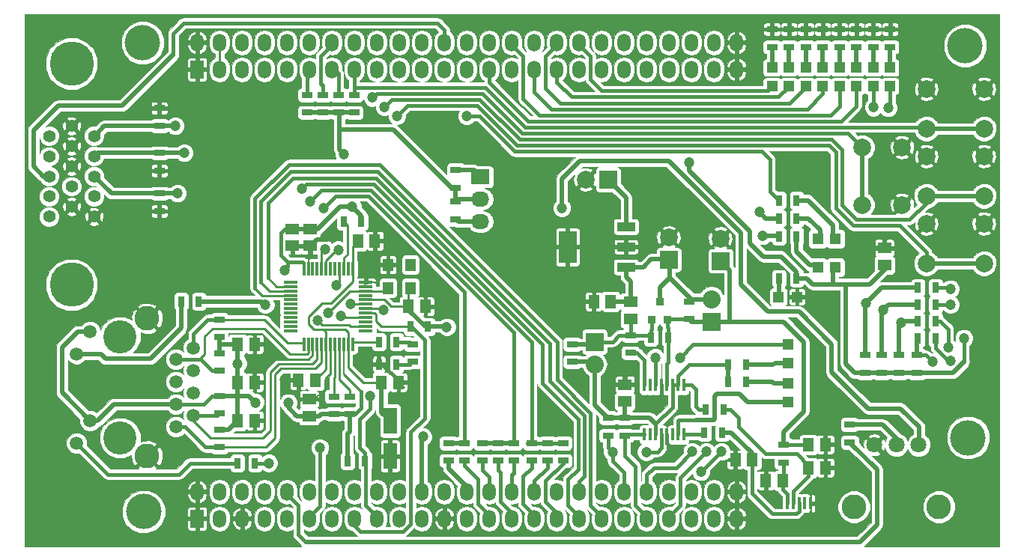
<source format=gtl>
%FSLAX46Y46*%
G04 Gerber Fmt 4.6, Leading zero omitted, Abs format (unit mm)*
G04 Created by KiCad (PCBNEW (2014-08-12 BZR 5067)-product) date sáb 27 sep 2014 09:39:28 ART*
%MOMM*%
G01*
G04 APERTURE LIST*
%ADD10C,0.150000*%
%ADD11O,1.500000X2.000000*%
%ADD12R,1.500000X2.000000*%
%ADD13R,1.198880X0.800100*%
%ADD14R,0.800100X1.198880*%
%ADD15R,0.400000X1.400000*%
%ADD16R,0.914400X0.914400*%
%ADD17C,1.800000*%
%ADD18C,2.800000*%
%ADD19R,2.032000X3.657600*%
%ADD20R,2.032000X1.016000*%
%ADD21R,1.501140X2.999740*%
%ADD22R,1.300480X1.498600*%
%ADD23R,1.498600X1.300480*%
%ADD24R,1.198880X1.198880*%
%ADD25C,4.000000*%
%ADD26C,3.750000*%
%ADD27C,1.500000*%
%ADD28R,1.300000X1.300000*%
%ADD29R,1.600480X0.299720*%
%ADD30R,0.299720X1.600480*%
%ADD31R,1.193800X1.400000*%
%ADD32C,5.000000*%
%ADD33C,1.400000*%
%ADD34R,2.032000X1.727200*%
%ADD35O,2.032000X1.727200*%
%ADD36R,2.032000X2.032000*%
%ADD37O,2.032000X2.032000*%
%ADD38C,2.000000*%
%ADD39R,1.998980X1.998980*%
%ADD40C,1.998980*%
%ADD41C,1.250000*%
%ADD42R,0.400000X1.350000*%
%ADD43C,1.200000*%
%ADD44C,0.381000*%
%ADD45C,0.508000*%
%ADD46C,0.254000*%
%ADD47C,0.203200*%
%ADD48C,0.101600*%
G04 APERTURE END LIST*
D10*
D11*
X173375250Y-76926250D03*
X170835250Y-76926250D03*
X168295250Y-76926250D03*
X165755250Y-76926250D03*
X163215250Y-76926250D03*
X160675250Y-76926250D03*
X158135250Y-76926250D03*
X155595250Y-76926250D03*
X153055250Y-76926250D03*
X150515250Y-76926250D03*
X147975250Y-76926250D03*
X145435250Y-76926250D03*
X142895250Y-76926250D03*
X140355250Y-76926250D03*
X137815250Y-76926250D03*
X135275250Y-76926250D03*
X132735250Y-76926250D03*
X130195250Y-76926250D03*
X127655250Y-76926250D03*
X125115250Y-76926250D03*
X122575250Y-76926250D03*
X120035250Y-76926250D03*
X117495250Y-76926250D03*
X114955250Y-76926250D03*
D12*
X112415250Y-76926250D03*
D11*
X112415250Y-73886250D03*
X114955250Y-73886250D03*
X117495250Y-73886250D03*
X120035250Y-73886250D03*
X122575250Y-73886250D03*
X125115250Y-73886250D03*
X127655250Y-73886250D03*
X130195250Y-73886250D03*
X132735250Y-73886250D03*
X135275250Y-73886250D03*
X137815250Y-73886250D03*
X140355250Y-73886250D03*
X142895250Y-73886250D03*
X145435250Y-73886250D03*
X147975250Y-73886250D03*
X150515250Y-73886250D03*
X153055250Y-73886250D03*
X155595250Y-73886250D03*
X158135250Y-73886250D03*
X160675250Y-73886250D03*
X163215250Y-73886250D03*
X165755250Y-73886250D03*
X168295250Y-73886250D03*
X170835250Y-73886250D03*
X173375250Y-73886250D03*
X173375250Y-124686250D03*
X170835250Y-124686250D03*
X168295250Y-124686250D03*
X165755250Y-124686250D03*
X163215250Y-124686250D03*
X160675250Y-124686250D03*
X158135250Y-124686250D03*
X155595250Y-124686250D03*
X153055250Y-124686250D03*
X150515250Y-124686250D03*
X147975250Y-124686250D03*
X145435250Y-124686250D03*
X142895250Y-124686250D03*
X140355250Y-124686250D03*
X137815250Y-124686250D03*
X135275250Y-124686250D03*
X132735250Y-124686250D03*
X130195250Y-124686250D03*
X127655250Y-124686250D03*
X125115250Y-124686250D03*
X122575250Y-124686250D03*
X120035250Y-124686250D03*
X117495250Y-124686250D03*
X114955250Y-124686250D03*
X112415250Y-124686250D03*
D12*
X112415250Y-127726250D03*
D11*
X114955250Y-127726250D03*
X117495250Y-127726250D03*
X120035250Y-127726250D03*
X122575250Y-127726250D03*
X125115250Y-127726250D03*
X127655250Y-127726250D03*
X130195250Y-127726250D03*
X132735250Y-127726250D03*
X135275250Y-127726250D03*
X137815250Y-127726250D03*
X140355250Y-127726250D03*
X142895250Y-127726250D03*
X145435250Y-127726250D03*
X147975250Y-127726250D03*
X150515250Y-127726250D03*
X153055250Y-127726250D03*
X155595250Y-127726250D03*
X158135250Y-127726250D03*
X160675250Y-127726250D03*
X163215250Y-127726250D03*
X165755250Y-127726250D03*
X168295250Y-127726250D03*
X170835250Y-127726250D03*
X173375250Y-127726250D03*
D13*
X178657250Y-121365010D03*
X178657250Y-119363490D03*
D14*
X178164490Y-100552250D03*
X180166010Y-100552250D03*
D13*
X141636750Y-91867990D03*
X141636750Y-93869510D03*
X141636750Y-90313510D03*
X141636750Y-88311990D03*
D14*
X180166010Y-95789750D03*
X178164490Y-95789750D03*
X178164490Y-93757750D03*
X180166010Y-93757750D03*
X178164490Y-91725750D03*
X180166010Y-91725750D03*
D13*
X128365250Y-79802990D03*
X128365250Y-81804510D03*
X126587250Y-79802990D03*
X126587250Y-81804510D03*
X124809250Y-79802990D03*
X124809250Y-81804510D03*
X130143250Y-79802990D03*
X130143250Y-81804510D03*
X186169300Y-119085360D03*
X186169300Y-117083840D03*
X177387250Y-72373490D03*
X177387250Y-74375010D03*
X179292250Y-72373490D03*
X179292250Y-74375010D03*
X181197250Y-72373490D03*
X181197250Y-74375010D03*
X183102250Y-72373490D03*
X183102250Y-74375010D03*
X185007250Y-72373490D03*
X185007250Y-74375010D03*
X186912250Y-72373490D03*
X186912250Y-74375010D03*
X188817250Y-72373490D03*
X188817250Y-74375010D03*
X190722250Y-72373490D03*
X190722250Y-74375010D03*
D14*
X169909490Y-115411250D03*
X171911010Y-115411250D03*
X169750740Y-117983000D03*
X171752260Y-117983000D03*
X165688010Y-107219750D03*
X163686490Y-107219750D03*
D13*
X167989250Y-103170990D03*
X167989250Y-105172510D03*
X160750250Y-116315490D03*
X160750250Y-118317010D03*
X158845250Y-116315490D03*
X158845250Y-118317010D03*
D14*
X172449490Y-110331250D03*
X174451010Y-110331250D03*
X172449490Y-112236250D03*
X174451010Y-112236250D03*
D13*
X161385250Y-108982510D03*
X161385250Y-106980990D03*
X154781250Y-109998510D03*
X154781250Y-107996990D03*
X142589250Y-119172990D03*
X142589250Y-121174510D03*
X140811250Y-119172990D03*
X140811250Y-121174510D03*
X148177250Y-119172990D03*
X148177250Y-121174510D03*
X146399250Y-119172990D03*
X146399250Y-121174510D03*
X144621250Y-119172990D03*
X144621250Y-121174510D03*
X153765250Y-119172990D03*
X153765250Y-121174510D03*
X151987250Y-119172990D03*
X151987250Y-121174510D03*
X150209250Y-119172990D03*
X150209250Y-121174510D03*
X108140500Y-90947240D03*
X108140500Y-92948760D03*
X108140500Y-86375240D03*
X108140500Y-88376760D03*
X108140500Y-83296760D03*
X108140500Y-81295240D03*
D14*
X136508490Y-106013250D03*
X138510010Y-106013250D03*
X128951990Y-94138750D03*
X130953510Y-94138750D03*
X131398010Y-121189750D03*
X129396490Y-121189750D03*
X116950490Y-121443750D03*
X118952010Y-121443750D03*
D13*
X127857250Y-115904010D03*
X127857250Y-113902490D03*
X129635250Y-115904010D03*
X129635250Y-113902490D03*
D14*
X134954010Y-107727750D03*
X132952490Y-107727750D03*
D13*
X114903250Y-113838990D03*
X114903250Y-115840510D03*
X114903250Y-107204510D03*
X114903250Y-105202990D03*
D14*
X110600490Y-103155750D03*
X112602010Y-103155750D03*
D13*
X136747250Y-109998510D03*
X136747250Y-107996990D03*
X114903250Y-119650510D03*
X114903250Y-117648990D03*
X114903250Y-111014510D03*
X114903250Y-109012990D03*
D14*
X132952490Y-110267750D03*
X134954010Y-110267750D03*
D13*
X191706500Y-109235240D03*
X191706500Y-111236760D03*
X187896500Y-109235240D03*
X187896500Y-111236760D03*
X189801500Y-109235240D03*
X189801500Y-111236760D03*
X193738500Y-109235240D03*
X193738500Y-111236760D03*
D14*
X195882260Y-105410000D03*
X193880740Y-105410000D03*
X195882260Y-101600000D03*
X193880740Y-101600000D03*
X195882260Y-103505000D03*
X193880740Y-103505000D03*
X195882260Y-107315000D03*
X193880740Y-107315000D03*
D15*
X164877750Y-118211250D03*
X165512750Y-118211250D03*
X166147750Y-118211250D03*
X166782750Y-118211250D03*
X162972750Y-112611250D03*
X162972750Y-118211250D03*
X163607750Y-118211250D03*
X164242750Y-118211250D03*
X167417750Y-112611250D03*
X166782750Y-112611250D03*
X166147750Y-112611250D03*
X165512750Y-112611250D03*
X164877750Y-112611250D03*
X164242750Y-112611250D03*
X167417750Y-118211250D03*
X163607750Y-112611250D03*
D16*
X165576250Y-105187750D03*
X163798250Y-105187750D03*
X164687250Y-103155750D03*
D17*
X193952500Y-119380000D03*
X191452500Y-119380000D03*
X188952500Y-119380000D03*
D18*
X186652500Y-126380000D03*
X196252500Y-126380000D03*
D19*
X154273250Y-96996250D03*
D20*
X160877250Y-96996250D03*
X160877250Y-94710250D03*
X160877250Y-99282250D03*
D21*
X134207250Y-120648730D03*
X134207250Y-116650770D03*
D22*
X178593750Y-123412250D03*
X176688750Y-123412250D03*
X181514750Y-121951750D03*
X183419750Y-121951750D03*
X175133000Y-121056400D03*
X173228000Y-121056400D03*
D23*
X160750250Y-114458750D03*
X160750250Y-112553750D03*
D22*
X181514750Y-119348250D03*
X183419750Y-119348250D03*
D23*
X161385250Y-103219250D03*
X161385250Y-105124250D03*
D22*
X159162750Y-103155750D03*
X157257750Y-103155750D03*
X130587750Y-96297750D03*
X132492750Y-96297750D03*
D23*
X125190250Y-94964250D03*
X125190250Y-96869250D03*
D22*
X125761750Y-112045750D03*
X123856750Y-112045750D03*
D23*
X123158250Y-94964250D03*
X123158250Y-96869250D03*
D22*
X133254750Y-112299750D03*
X135159750Y-112299750D03*
X136302750Y-103727250D03*
X138207750Y-103727250D03*
X116998750Y-116617750D03*
X118903750Y-116617750D03*
X116998750Y-107981750D03*
X118903750Y-107981750D03*
D23*
X125063250Y-116109750D03*
X125063250Y-114204750D03*
D22*
X116998750Y-112299750D03*
X118903750Y-112299750D03*
D23*
X190087250Y-99028250D03*
X190087250Y-97123250D03*
D24*
X177387250Y-78804770D03*
X177387250Y-76706730D03*
X179292250Y-78804770D03*
X179292250Y-76706730D03*
X181197250Y-78804770D03*
X181197250Y-76706730D03*
X183102250Y-78804770D03*
X183102250Y-76706730D03*
X185007250Y-78804770D03*
X185007250Y-76706730D03*
X186912250Y-78804770D03*
X186912250Y-76706730D03*
X188817250Y-78804770D03*
X188817250Y-76706730D03*
X190722250Y-78804770D03*
X190722250Y-76706730D03*
X178116230Y-102647750D03*
X180214270Y-102647750D03*
X179165250Y-110110270D03*
X179165250Y-108012230D03*
X179165250Y-112457230D03*
X179165250Y-114555270D03*
D25*
X199199500Y-74231500D03*
X199555100Y-118567200D03*
X106235500Y-73914000D03*
X106362500Y-126936500D03*
D26*
X103695250Y-107156250D03*
X103695250Y-118586250D03*
D27*
X110035250Y-117316250D03*
X111985250Y-116046250D03*
X110035250Y-114776250D03*
X111985250Y-113506250D03*
X110035250Y-112236250D03*
X111985250Y-110966250D03*
X110035250Y-109696250D03*
X111985250Y-108426250D03*
X98795250Y-119196250D03*
X100315250Y-116656250D03*
X98795250Y-109086250D03*
X100315250Y-106546250D03*
D18*
X106745250Y-105096250D03*
X106745250Y-120646250D03*
D28*
X182546750Y-99314750D03*
X184546750Y-99314750D03*
X184546750Y-96074750D03*
X182546750Y-96074750D03*
D29*
X122972250Y-102477570D03*
X122972250Y-102977950D03*
X122972250Y-103478330D03*
X122972250Y-103976170D03*
X122972250Y-104476550D03*
X122972250Y-100976430D03*
X122972250Y-101476810D03*
X122972250Y-101977190D03*
D30*
X124471430Y-107977250D03*
X124971810Y-107977250D03*
X125472190Y-107977250D03*
X125972570Y-107977250D03*
X126472950Y-107977250D03*
X126973330Y-107977250D03*
X127471170Y-107977250D03*
X127971550Y-107977250D03*
D29*
X131472250Y-106478070D03*
X131472250Y-105977690D03*
X131472250Y-105477310D03*
X131472250Y-104976930D03*
X131472250Y-104476550D03*
X131472250Y-103976170D03*
X131472250Y-103478330D03*
X131472250Y-102977950D03*
D30*
X129973070Y-99477250D03*
X129472690Y-99477250D03*
X128972310Y-99477250D03*
X128471930Y-99477250D03*
X127971550Y-99477250D03*
X127471170Y-99477250D03*
X126973330Y-99477250D03*
X126472950Y-99477250D03*
D29*
X122972250Y-104976930D03*
X122972250Y-105477310D03*
X122972250Y-105977690D03*
X122972250Y-106478070D03*
D30*
X128471930Y-107977250D03*
X128972310Y-107977250D03*
X129472690Y-107977250D03*
X129973070Y-107977250D03*
D29*
X131472250Y-102477570D03*
X131472250Y-101977190D03*
X131472250Y-101476810D03*
X131472250Y-100976430D03*
D30*
X125972570Y-99477250D03*
X125472190Y-99477250D03*
X124971810Y-99477250D03*
X124471430Y-99477250D03*
D31*
X136525000Y-99030000D03*
X133985000Y-99030000D03*
X133985000Y-101630000D03*
X136525000Y-101630000D03*
D32*
X98234500Y-76272000D03*
D33*
X100774500Y-89012000D03*
X100774500Y-86732000D03*
X100774500Y-84452000D03*
X100774500Y-91292000D03*
X100774500Y-93572000D03*
X98234500Y-90152000D03*
X98234500Y-87872000D03*
X98234500Y-85592000D03*
X98234500Y-83312000D03*
D32*
X98234500Y-101262000D03*
D33*
X98234500Y-92432000D03*
X95694500Y-84452000D03*
X95694500Y-86772000D03*
X95694500Y-89012000D03*
X95694500Y-91292000D03*
X95694500Y-93572000D03*
D34*
X144430750Y-89058750D03*
D35*
X144430750Y-91598750D03*
X144430750Y-94138750D03*
D36*
X170529250Y-105441750D03*
D37*
X170529250Y-102901750D03*
D36*
X157321250Y-107727750D03*
D37*
X157321250Y-110267750D03*
D38*
X187582810Y-85744050D03*
X192083690Y-92246450D03*
X192083690Y-85744050D03*
X187582810Y-92246450D03*
X194837050Y-98865690D03*
X201339450Y-94364810D03*
X194837050Y-94364810D03*
X201339450Y-98865690D03*
X194837050Y-91245690D03*
X201339450Y-86744810D03*
X194837050Y-86744810D03*
X201339450Y-91245690D03*
X194837050Y-83625690D03*
X201339450Y-79124810D03*
X194837050Y-79124810D03*
X201339450Y-83625690D03*
D39*
X171545250Y-98583750D03*
D40*
X171545250Y-96043750D03*
D39*
X165703250Y-98456750D03*
D40*
X165703250Y-95916750D03*
D39*
X158845250Y-89376250D03*
D40*
X156305250Y-89376250D03*
D38*
X183928900Y-128701800D03*
D41*
X182928900Y-126001800D03*
X177928900Y-126001800D03*
D42*
X181078900Y-126001800D03*
X181728900Y-126001800D03*
X179778900Y-126001800D03*
X180428900Y-126001800D03*
X179128900Y-126001800D03*
D38*
X176928900Y-128701800D03*
D43*
X187134500Y-97282000D03*
X183578500Y-114808000D03*
X183578500Y-116840000D03*
X136969500Y-112293400D03*
X140398500Y-110236000D03*
X140398500Y-112522000D03*
X140398500Y-114808000D03*
X159092900Y-105562400D03*
X159804100Y-110566200D03*
X121297700Y-104724200D03*
X119113300Y-110261400D03*
X122313700Y-112014000D03*
X127635000Y-95631000D03*
X164052250Y-114839750D03*
X151860250Y-89503250D03*
X149447250Y-89503250D03*
X147288250Y-89503250D03*
X107537250Y-101377750D03*
X107537250Y-98837750D03*
X107537250Y-96297750D03*
X112363250Y-80295750D03*
X114141250Y-82073750D03*
X116173250Y-84105750D03*
X118459250Y-86391750D03*
X150717250Y-96043750D03*
X150717250Y-98329750D03*
X150717250Y-100869750D03*
X166433500Y-120142000D03*
X118967250Y-114585750D03*
X122720100Y-114604800D03*
X129952750Y-92424250D03*
X128974850Y-86518750D03*
X122269250Y-99599750D03*
X116998750Y-110178850D03*
X167989250Y-87407750D03*
X140627100Y-106045000D03*
X199072500Y-107315000D03*
X166973250Y-109505750D03*
X164179250Y-109505750D03*
X129730500Y-103479600D03*
X126301500Y-119697500D03*
X127190500Y-104457500D03*
X133438900Y-104165400D03*
X128130300Y-101320600D03*
X131991100Y-113868200D03*
X195516500Y-109982000D03*
X189928500Y-104140000D03*
X171640500Y-120142000D03*
X169354500Y-122428000D03*
X188023500Y-103378000D03*
X191960500Y-105537000D03*
X159353250Y-120173750D03*
X163163250Y-120173750D03*
X133546850Y-81159350D03*
X132200650Y-80117950D03*
X134994650Y-82175350D03*
X197294500Y-108331000D03*
X197548500Y-101727000D03*
X153638250Y-92614750D03*
X120491250Y-121443750D03*
X128651000Y-104838500D03*
X125984000Y-105346500D03*
X120129300Y-103530400D03*
X197548500Y-103505000D03*
X197548500Y-109855000D03*
X125190250Y-91827350D03*
X110934500Y-86360000D03*
X124225050Y-90404950D03*
X109918500Y-83312000D03*
X126663450Y-92614750D03*
X110172500Y-90932000D03*
X188842650Y-81210150D03*
X168338500Y-120142000D03*
X190519050Y-81286350D03*
X169989500Y-120142000D03*
X142894050Y-82200750D03*
X137941050Y-118471950D03*
X176295050Y-95764350D03*
X128365250Y-97313750D03*
X126841250Y-97250250D03*
X175939450Y-93046550D03*
D44*
X178593750Y-123412250D02*
X178593750Y-124428250D01*
X179128900Y-124963400D02*
X179128900Y-126001800D01*
X178593750Y-124428250D02*
X179128900Y-124963400D01*
X178657250Y-123348750D02*
X178593750Y-123412250D01*
X178657250Y-121365010D02*
X178657250Y-123348750D01*
D45*
X190087250Y-97123250D02*
X187293250Y-97123250D01*
X187293250Y-97123250D02*
X187134500Y-97282000D01*
X183419750Y-119348250D02*
X183419750Y-116998750D01*
X183419750Y-116998750D02*
X183578500Y-116840000D01*
D44*
X135159750Y-112299750D02*
X136963150Y-112299750D01*
X136963150Y-112299750D02*
X136969500Y-112293400D01*
D45*
X140398500Y-114808000D02*
X140398500Y-112522000D01*
X160750250Y-112553750D02*
X160750250Y-111512350D01*
X157257750Y-104489250D02*
X157257750Y-103155750D01*
X158330900Y-105562400D02*
X157257750Y-104489250D01*
X159092900Y-105562400D02*
X158330900Y-105562400D01*
X160750250Y-111512350D02*
X159804100Y-110566200D01*
X123856750Y-112045750D02*
X122345450Y-112045750D01*
X119106950Y-110255050D02*
X119094250Y-110267750D01*
X119113300Y-110261400D02*
X119106950Y-110255050D01*
X122345450Y-112045750D02*
X122313700Y-112014000D01*
X125190250Y-96869250D02*
X125920500Y-96139000D01*
X127127000Y-96139000D02*
X127635000Y-95631000D01*
X125920500Y-96139000D02*
X127127000Y-96139000D01*
D44*
X164877750Y-112611250D02*
X164877750Y-114014250D01*
X164877750Y-114014250D02*
X164052250Y-114839750D01*
D46*
X151860250Y-89503250D02*
X149447250Y-89503250D01*
D47*
X131321810Y-101476810D02*
X131321810Y-100976430D01*
D46*
X135159750Y-112299750D02*
X135731250Y-112871250D01*
X138207750Y-103727250D02*
X138474448Y-103727250D01*
X135159750Y-112299750D02*
X135159750Y-112109250D01*
D44*
X135159750Y-112109250D02*
X133318250Y-110267750D01*
D46*
X133318250Y-110267750D02*
X132952490Y-110267750D01*
D47*
X107537250Y-101377750D02*
X107537250Y-98837750D01*
X112363250Y-80295750D02*
X114141250Y-82073750D01*
X116173250Y-84105750D02*
X118459250Y-86391750D01*
X151669750Y-96996250D02*
X150717250Y-96043750D01*
X154273250Y-96996250D02*
X151669750Y-96996250D01*
X150717250Y-98329750D02*
X150717250Y-96043750D01*
D46*
X127471170Y-107826810D02*
X127471170Y-111415830D01*
D47*
X126841250Y-113061750D02*
X125698250Y-114204750D01*
X126841250Y-112045750D02*
X126841250Y-113061750D01*
X127471170Y-111415830D02*
X126841250Y-112045750D01*
X125698250Y-114204750D02*
X125063250Y-114204750D01*
X138207750Y-103727250D02*
X138639550Y-103727250D01*
D46*
X125472190Y-107826810D02*
X125472190Y-109236510D01*
X119665750Y-109696250D02*
X119094250Y-110267750D01*
X125012450Y-109696250D02*
X119665750Y-109696250D01*
X125472190Y-109236510D02*
X125012450Y-109696250D01*
D47*
X124971810Y-99627690D02*
X124971810Y-97087690D01*
X124971810Y-97087690D02*
X125190250Y-96869250D01*
D45*
X119094250Y-110267750D02*
X118903750Y-110458250D01*
X118903750Y-110458250D02*
X118903750Y-112299750D01*
D46*
X157257750Y-103600250D02*
X157257750Y-103155750D01*
D44*
X165512750Y-119221250D02*
X166433500Y-120142000D01*
X165512750Y-118211250D02*
X165512750Y-119221250D01*
X179778900Y-126001800D02*
X179778900Y-124652800D01*
X181514750Y-122916950D02*
X181514750Y-121951750D01*
X179778900Y-124652800D02*
X181514750Y-122916950D01*
X181563250Y-122000250D02*
X181514750Y-121951750D01*
X181514750Y-121697750D02*
X181514750Y-121951750D01*
X180181250Y-120364250D02*
X176625250Y-120364250D01*
X176625250Y-120364250D02*
X173577250Y-117316250D01*
X173577250Y-117316250D02*
X173577250Y-116300250D01*
X173577250Y-116300250D02*
X172688250Y-115411250D01*
X172688250Y-115411250D02*
X171911010Y-115411250D01*
X181514750Y-121697750D02*
X180181250Y-120364250D01*
D45*
X172449490Y-110331250D02*
X172449490Y-112236250D01*
D44*
X166147750Y-112611250D02*
X166782750Y-112611250D01*
X166782750Y-111537750D02*
X167989250Y-110331250D01*
X167989250Y-110331250D02*
X172449490Y-110331250D01*
X166782750Y-112611250D02*
X166782750Y-111537750D01*
X164242750Y-116998750D02*
X166147750Y-115093750D01*
X166147750Y-115093750D02*
X166147750Y-112611250D01*
X164242750Y-118211250D02*
X164242750Y-116998750D01*
D45*
X163559490Y-116315490D02*
X160750250Y-116315490D01*
X164242750Y-116998750D02*
X163559490Y-116315490D01*
X158845250Y-116315490D02*
X160750250Y-116315490D01*
X160750250Y-114458750D02*
X160750250Y-116315490D01*
X157321250Y-114839750D02*
X157321250Y-110267750D01*
X158796990Y-116315490D02*
X157321250Y-114839750D01*
X158845250Y-116315490D02*
X158796990Y-116315490D01*
X157052010Y-109998510D02*
X157321250Y-110267750D01*
X154781250Y-109998510D02*
X157052010Y-109998510D01*
X170529250Y-102901750D02*
X168258490Y-102901750D01*
X168258490Y-102901750D02*
X167989250Y-103170990D01*
X165830250Y-100473510D02*
X168258490Y-102901750D01*
X165830250Y-98393250D02*
X165830250Y-100473510D01*
X164687250Y-101616510D02*
X165830250Y-100473510D01*
X164687250Y-103155750D02*
X164687250Y-101616510D01*
X162845750Y-99282250D02*
X163734750Y-98393250D01*
X163734750Y-98393250D02*
X165830250Y-98393250D01*
X160877250Y-99282250D02*
X162845750Y-99282250D01*
X159226250Y-103219250D02*
X159162750Y-103155750D01*
X161385250Y-103219250D02*
X159226250Y-103219250D01*
X160877250Y-100361750D02*
X161385250Y-100869750D01*
X161385250Y-100869750D02*
X161385250Y-103219250D01*
X160877250Y-99282250D02*
X160877250Y-100361750D01*
D46*
X131159250Y-112299750D02*
X133254750Y-112299750D01*
X129472690Y-107826810D02*
X129472690Y-110613190D01*
X129472690Y-110613190D02*
X131159250Y-112299750D01*
D45*
X133254750Y-112299750D02*
X133254750Y-115698270D01*
X133254750Y-115698270D02*
X134207250Y-116650770D01*
D46*
X129973070Y-96912430D02*
X130587750Y-96297750D01*
X129973070Y-99627690D02*
X129973070Y-96912430D01*
X126973330Y-110834170D02*
X125761750Y-112045750D01*
X126973330Y-107826810D02*
X126973330Y-110834170D01*
X126973330Y-106616500D02*
X126719330Y-106362500D01*
X126973330Y-107826810D02*
X126973330Y-106616500D01*
X126719330Y-106362500D02*
X126111000Y-106362500D01*
X129472690Y-106676190D02*
X129159000Y-106362500D01*
X129159000Y-106362500D02*
X126111000Y-106362500D01*
X129472690Y-107826810D02*
X129472690Y-106676190D01*
X124987050Y-104870250D02*
X126530100Y-103327200D01*
X126530100Y-103327200D02*
X127546100Y-103327200D01*
X127546100Y-103327200D02*
X129973070Y-100900230D01*
X129973070Y-100900230D02*
X129973070Y-99627690D01*
X126111000Y-106362500D02*
X125603000Y-106362500D01*
X125603000Y-106362500D02*
X124987050Y-105746550D01*
X124987050Y-105746550D02*
X124987050Y-104870250D01*
D45*
X123666250Y-116109750D02*
X122720100Y-115163600D01*
X125063250Y-116109750D02*
X123666250Y-116109750D01*
X118220490Y-113838990D02*
X116998750Y-113838990D01*
X118967250Y-114585750D02*
X118220490Y-113838990D01*
X122720100Y-115163600D02*
X122720100Y-114604800D01*
X130953510Y-94138750D02*
X130953510Y-93425010D01*
X130953510Y-93425010D02*
X129952750Y-92424250D01*
X125190250Y-94964250D02*
X126015750Y-94964250D01*
X126015750Y-94964250D02*
X128555750Y-92424250D01*
X128555750Y-92424250D02*
X129952750Y-92424250D01*
X128492250Y-86036150D02*
X128492250Y-83750150D01*
X128974850Y-86518750D02*
X128492250Y-86036150D01*
D44*
X122650250Y-99218750D02*
X122269250Y-99599750D01*
X122650250Y-98710750D02*
X122650250Y-99218750D01*
D45*
X98939750Y-106546250D02*
X97123250Y-108362750D01*
X97123250Y-108362750D02*
X97123250Y-113464250D01*
X97123250Y-113464250D02*
X100315250Y-116656250D01*
X100315250Y-106546250D02*
X98939750Y-106546250D01*
X101148750Y-116656250D02*
X103028750Y-114776250D01*
X103028750Y-114776250D02*
X110035250Y-114776250D01*
X100315250Y-116656250D02*
X101148750Y-116656250D01*
X115967510Y-117648990D02*
X116998750Y-116617750D01*
X114903250Y-117648990D02*
X115967510Y-117648990D01*
X116998750Y-113823750D02*
X116998750Y-112299750D01*
X116998750Y-116617750D02*
X116998750Y-113823750D01*
X116998750Y-107981750D02*
X116998750Y-110178850D01*
X116998750Y-110178850D02*
X116998750Y-112299750D01*
X116983510Y-113823750D02*
X116998750Y-113823750D01*
X116998750Y-113838990D02*
X116983510Y-113823750D01*
X114903250Y-113838990D02*
X116998750Y-113838990D01*
X114903250Y-107981750D02*
X114903250Y-109012990D01*
X114903250Y-107204510D02*
X114903250Y-107981750D01*
X116998750Y-107981750D02*
X114903250Y-107981750D01*
D44*
X113188750Y-114776250D02*
X114126010Y-113838990D01*
X114126010Y-113838990D02*
X114903250Y-113838990D01*
X110035250Y-114776250D02*
X113188750Y-114776250D01*
D45*
X136302750Y-104108250D02*
X136302750Y-103727250D01*
X138207750Y-106013250D02*
X136302750Y-104108250D01*
X138510010Y-106013250D02*
X138207750Y-106013250D01*
D46*
X130221990Y-115904010D02*
X129635250Y-115904010D01*
X128972310Y-111382810D02*
X130905250Y-113315750D01*
D44*
X130905250Y-113315750D02*
X130905250Y-115220750D01*
X130905250Y-115220750D02*
X130221990Y-115904010D01*
D47*
X128972310Y-107826810D02*
X128972310Y-111382810D01*
D45*
X129396490Y-118126510D02*
X129635250Y-117887750D01*
X129635250Y-117887750D02*
X129635250Y-115904010D01*
X129396490Y-121189750D02*
X129396490Y-118126510D01*
X127857250Y-115904010D02*
X129635250Y-115904010D01*
X126206250Y-116109750D02*
X126411990Y-115904010D01*
X126411990Y-115904010D02*
X127857250Y-115904010D01*
X125063250Y-116109750D02*
X126206250Y-116109750D01*
X128365250Y-81804510D02*
X130143250Y-81804510D01*
X126587250Y-81804510D02*
X128365250Y-81804510D01*
X124809250Y-81804510D02*
X126587250Y-81804510D01*
X190404750Y-99345750D02*
X190087250Y-99028250D01*
X141905990Y-91598750D02*
X141636750Y-91867990D01*
X144430750Y-91598750D02*
X141905990Y-91598750D01*
X141636750Y-90313510D02*
X141636750Y-91867990D01*
X125190250Y-94964250D02*
X123158250Y-94964250D01*
D44*
X121888250Y-95408750D02*
X122332750Y-94964250D01*
X121888250Y-97948750D02*
X121888250Y-95408750D01*
X122650250Y-98710750D02*
X121888250Y-97948750D01*
D46*
X122332750Y-94964250D02*
X123158250Y-94964250D01*
D44*
X124301250Y-98710750D02*
X122650250Y-98710750D01*
D46*
X124471430Y-98880930D02*
X124301250Y-98710750D01*
X124471430Y-99627690D02*
X124471430Y-98880930D01*
D45*
X181974490Y-101202490D02*
X181324250Y-100552250D01*
X181324250Y-100552250D02*
X180166010Y-100552250D01*
X184245250Y-101202490D02*
X181974490Y-101202490D01*
X184296750Y-101202490D02*
X184245250Y-101150990D01*
X184245250Y-101150990D02*
X184245250Y-101202490D01*
X184296750Y-99064750D02*
X184296750Y-101202490D01*
X180166010Y-100552250D02*
X180166010Y-99838510D01*
X167989250Y-88417274D02*
X167989250Y-87407750D01*
X174847250Y-95275274D02*
X167989250Y-88417274D01*
X174847250Y-96551750D02*
X174847250Y-95275274D01*
X176371250Y-98075750D02*
X174847250Y-96551750D01*
X178403250Y-98075750D02*
X176371250Y-98075750D01*
X180166010Y-99838510D02*
X178403250Y-98075750D01*
X128492250Y-81931510D02*
X128365250Y-81804510D01*
X128492250Y-83750150D02*
X128492250Y-81931510D01*
X134588250Y-83750150D02*
X128492250Y-83750150D01*
X141151610Y-90313510D02*
X134588250Y-83750150D01*
X141636750Y-90313510D02*
X141151610Y-90313510D01*
D46*
X136302750Y-101695250D02*
X136525000Y-101473000D01*
X136302750Y-103727250D02*
X136302750Y-101695250D01*
X133584950Y-102977950D02*
X134334250Y-103727250D01*
X134334250Y-103727250D02*
X136302750Y-103727250D01*
X131321810Y-102977950D02*
X133584950Y-102977950D01*
D45*
X140595350Y-106013250D02*
X140627100Y-106045000D01*
X138510010Y-106013250D02*
X140595350Y-106013250D01*
D44*
X199072500Y-107315000D02*
X199072500Y-109982000D01*
D45*
X199072500Y-109982000D02*
X197817740Y-111236760D01*
X197817740Y-111236760D02*
X193738500Y-111236760D01*
X187896500Y-111236760D02*
X189801500Y-111236760D01*
X191706500Y-111236760D02*
X189801500Y-111236760D01*
X193738500Y-111236760D02*
X191706500Y-111236760D01*
D44*
X190087250Y-99536250D02*
X190087250Y-99028250D01*
D45*
X184245250Y-101202490D02*
X185737500Y-101202490D01*
X185737500Y-101202490D02*
X188421010Y-101202490D01*
X188421010Y-101202490D02*
X190087250Y-99536250D01*
X186738260Y-111236760D02*
X185737500Y-110236000D01*
X185737500Y-110236000D02*
X185737500Y-101202490D01*
X187896500Y-111236760D02*
X186738260Y-111236760D01*
X179292250Y-74375010D02*
X179292250Y-76770230D01*
X181197250Y-74375010D02*
X181197250Y-76770230D01*
X183102250Y-74375010D02*
X183102250Y-76770230D01*
X185007250Y-74375010D02*
X185007250Y-76770230D01*
X186912250Y-74375010D02*
X186912250Y-76770230D01*
X188817250Y-74375010D02*
X188817250Y-76770230D01*
X190722250Y-74375010D02*
X190722250Y-76770230D01*
X177735230Y-110110270D02*
X177514250Y-110331250D01*
X177514250Y-110331250D02*
X174451010Y-110331250D01*
X179165250Y-110110270D02*
X177735230Y-110110270D01*
D44*
X168466770Y-108012230D02*
X166973250Y-109505750D01*
X164179250Y-109505750D02*
X164242750Y-109569250D01*
X164242750Y-109569250D02*
X164242750Y-112611250D01*
X179165250Y-108012230D02*
X168466770Y-108012230D01*
D45*
X177608230Y-112457230D02*
X177387250Y-112236250D01*
X177387250Y-112236250D02*
X174451010Y-112236250D01*
X179165250Y-112457230D02*
X177608230Y-112457230D01*
D46*
X129731770Y-103478330D02*
X129730500Y-103479600D01*
X131321810Y-103478330D02*
X129731770Y-103478330D01*
D45*
X186169300Y-119085360D02*
X189242700Y-122158760D01*
D44*
X123837700Y-126198700D02*
X122575250Y-124936250D01*
X123837700Y-129540000D02*
X123837700Y-126198700D01*
X124701300Y-130403600D02*
X123837700Y-129540000D01*
D45*
X187286900Y-130403600D02*
X124701300Y-130403600D01*
X189242700Y-128447800D02*
X187286900Y-130403600D01*
X189242700Y-122158760D02*
X189242700Y-128447800D01*
D46*
X133480810Y-101977190D02*
X133985000Y-101473000D01*
X131321810Y-101977190D02*
X133480810Y-101977190D01*
D44*
X126301500Y-119697500D02*
X126301500Y-126290000D01*
X126301500Y-126290000D02*
X125115250Y-127476250D01*
D46*
X129670810Y-101977190D02*
X127190500Y-104457500D01*
X131321810Y-101977190D02*
X129670810Y-101977190D01*
X131472250Y-103976170D02*
X133249670Y-103976170D01*
X133249670Y-103976170D02*
X133438900Y-104165400D01*
D44*
X136508490Y-106013250D02*
X136620250Y-106013250D01*
X136620250Y-106013250D02*
X138144250Y-107537250D01*
X138144250Y-107537250D02*
X138144250Y-116363750D01*
X138144250Y-116363750D02*
X136556750Y-117951250D01*
X136556750Y-117951250D02*
X136556750Y-128314450D01*
X136556750Y-128314450D02*
X135667752Y-129203448D01*
X135667752Y-129203448D02*
X130879848Y-129203448D01*
X130879848Y-129203448D02*
X130195250Y-128518850D01*
X130195250Y-128518850D02*
X130195250Y-127476250D01*
D46*
X133254750Y-106013250D02*
X132626100Y-105384600D01*
X132626100Y-105384600D02*
X132626100Y-104673400D01*
X132626100Y-104673400D02*
X132429250Y-104476550D01*
X132429250Y-104476550D02*
X131321810Y-104476550D01*
X136508490Y-106013250D02*
X133254750Y-106013250D01*
D44*
X131398010Y-121189750D02*
X131398010Y-120285510D01*
X130778250Y-116490750D02*
X131991100Y-115277900D01*
X130778250Y-119665750D02*
X130778250Y-116490750D01*
X131398010Y-120285510D02*
X130778250Y-119665750D01*
D46*
X128471930Y-100978970D02*
X128130300Y-101320600D01*
X128471930Y-100978970D02*
X128471930Y-99627690D01*
D44*
X131991100Y-115277900D02*
X131991100Y-113868200D01*
X131464050Y-121255790D02*
X131398010Y-121189750D01*
X131464050Y-126205050D02*
X131464050Y-121255790D01*
X132735250Y-127476250D02*
X131464050Y-126205050D01*
D45*
X193738500Y-107457240D02*
X193880740Y-107315000D01*
X193738500Y-109235240D02*
X193738500Y-107457240D01*
D44*
X195516500Y-109982000D02*
X194769740Y-109235240D01*
X194769740Y-109235240D02*
X193738500Y-109235240D01*
D45*
X189801500Y-104267000D02*
X189801500Y-109235240D01*
X189801500Y-104267000D02*
X189928500Y-104140000D01*
X190563500Y-103505000D02*
X189928500Y-104140000D01*
X193880740Y-103505000D02*
X190563500Y-103505000D01*
X187896500Y-103505000D02*
X188023500Y-103378000D01*
X189801500Y-101600000D02*
X193880740Y-101600000D01*
X189801500Y-101600000D02*
X188023500Y-103378000D01*
X187896500Y-109235240D02*
X187896500Y-103505000D01*
D44*
X171640500Y-120142000D02*
X169354500Y-122428000D01*
D45*
X192087500Y-105410000D02*
X191960500Y-105537000D01*
X191706500Y-105791000D02*
X191706500Y-109235240D01*
X191706500Y-105791000D02*
X191960500Y-105537000D01*
X193880740Y-105410000D02*
X192087500Y-105410000D01*
D44*
X158845250Y-119665750D02*
X159353250Y-120173750D01*
X163163250Y-120173750D02*
X164433250Y-120173750D01*
X164433250Y-120173750D02*
X164877750Y-119729250D01*
X164877750Y-119729250D02*
X164877750Y-118211250D01*
X158845250Y-118317010D02*
X158845250Y-119665750D01*
X160675250Y-122511750D02*
X159353250Y-121189750D01*
X159353250Y-121189750D02*
X159353250Y-120173750D01*
X160675250Y-124936250D02*
X160675250Y-122511750D01*
D46*
X163215250Y-127476250D02*
X163099750Y-127476250D01*
X160856010Y-118211250D02*
X160750250Y-118317010D01*
D44*
X161956750Y-126217750D02*
X161956750Y-121824750D01*
X161956750Y-121824750D02*
X160750250Y-120618250D01*
X160750250Y-120618250D02*
X160750250Y-118317010D01*
X163215250Y-127476250D02*
X161956750Y-126217750D01*
X160856010Y-118211250D02*
X160750250Y-118317010D01*
X162972750Y-118211250D02*
X160856010Y-118211250D01*
D45*
X201339450Y-91245690D02*
X194837050Y-91245690D01*
X194837050Y-91245690D02*
X194179190Y-91245690D01*
D46*
X194837050Y-91245690D02*
X194837050Y-92055950D01*
D44*
X192932050Y-93910150D02*
X186861450Y-93910150D01*
X186861450Y-93910150D02*
X185261250Y-92309950D01*
X185261250Y-92309950D02*
X185261250Y-85972666D01*
X185261250Y-85972666D02*
X184118250Y-84829666D01*
X184118250Y-84829666D02*
X148845696Y-84829666D01*
X148845696Y-84829666D02*
X144337184Y-80321154D01*
X144337184Y-80321154D02*
X134385046Y-80321154D01*
X134385046Y-80321154D02*
X133546850Y-81159350D01*
X194837050Y-92005150D02*
X192932050Y-93910150D01*
X194837050Y-91245690D02*
X194837050Y-92005150D01*
X124809250Y-76982250D02*
X124809250Y-79802990D01*
X125115250Y-76676250D02*
X124809250Y-76982250D01*
D45*
X187582810Y-92246450D02*
X187582810Y-85744050D01*
D44*
X128365250Y-77386250D02*
X127655250Y-76676250D01*
X128365250Y-79802990D02*
X128365250Y-77386250D01*
X185982624Y-84143864D02*
X149129764Y-84143864D01*
X149129764Y-84143864D02*
X144621252Y-79635352D01*
X144621252Y-79635352D02*
X132683248Y-79635352D01*
X132683248Y-79635352D02*
X132200650Y-80117950D01*
X187582810Y-85744050D02*
X185982624Y-84143864D01*
D45*
X201339450Y-98865690D02*
X194837050Y-98865690D01*
D44*
X126460250Y-79675990D02*
X126587250Y-79802990D01*
X126384050Y-75407450D02*
X127655250Y-74136250D01*
X126384050Y-78517750D02*
X126384050Y-75407450D01*
X126587250Y-78720950D02*
X126384050Y-78517750D01*
X126587250Y-79802990D02*
X126587250Y-78720950D01*
X194837050Y-97618552D02*
X191814450Y-94595952D01*
X191814450Y-94595952D02*
X186577382Y-94595952D01*
X186577382Y-94595952D02*
X184575448Y-92594018D01*
X184575448Y-92594018D02*
X184575448Y-86256734D01*
X184575448Y-86256734D02*
X183834182Y-85515468D01*
X183834182Y-85515468D02*
X148561628Y-85515468D01*
X148561628Y-85515468D02*
X144053116Y-81006956D01*
X144053116Y-81006956D02*
X136163044Y-81006956D01*
X136163044Y-81006956D02*
X134994650Y-82175350D01*
X194837050Y-98865690D02*
X194837050Y-97618552D01*
X130143250Y-79802990D02*
X130195250Y-79750990D01*
D45*
X201339450Y-83625690D02*
X194837050Y-83625690D01*
D44*
X130143250Y-76728250D02*
X130195250Y-76676250D01*
X130143250Y-78949550D02*
X130143250Y-76728250D01*
X130143250Y-79802990D02*
X130143250Y-78949550D01*
X194669422Y-83458062D02*
X194837050Y-83625690D01*
X144951450Y-78949550D02*
X149459962Y-83458062D01*
X149459962Y-83458062D02*
X194669422Y-83458062D01*
X130143250Y-78949550D02*
X144951450Y-78949550D01*
X169132250Y-115411250D02*
X168751250Y-115030250D01*
X168751250Y-115030250D02*
X168751250Y-113125250D01*
X168751250Y-113125250D02*
X168237250Y-112611250D01*
X168237250Y-112611250D02*
X167417750Y-112611250D01*
X169909490Y-115411250D02*
X169132250Y-115411250D01*
X197294500Y-108331000D02*
X197294500Y-106299000D01*
X197294500Y-106299000D02*
X196405500Y-105410000D01*
X196405500Y-105410000D02*
X195882260Y-105410000D01*
X197548500Y-101727000D02*
X197421500Y-101600000D01*
X197421500Y-101600000D02*
X195882260Y-101600000D01*
X180428900Y-126001800D02*
X180428900Y-126873000D01*
X175133000Y-124904500D02*
X175133000Y-121056400D01*
X177380900Y-127152400D02*
X175133000Y-124904500D01*
X180149500Y-127152400D02*
X177380900Y-127152400D01*
X180428900Y-126873000D02*
X180149500Y-127152400D01*
D45*
X175133000Y-121056400D02*
X175133000Y-120332500D01*
X175133000Y-120332500D02*
X172783500Y-117983000D01*
X172783500Y-117983000D02*
X171752260Y-117983000D01*
D44*
X178672490Y-119348250D02*
X178657250Y-119363490D01*
X181514750Y-119348250D02*
X178672490Y-119348250D01*
D45*
X178657250Y-117887750D02*
X180943250Y-115601750D01*
X180943250Y-115601750D02*
X180943250Y-107727750D01*
X180943250Y-107727750D02*
X178657250Y-105441750D01*
X172561250Y-105441750D02*
X170529250Y-105441750D01*
X178657250Y-105441750D02*
X172561250Y-105441750D01*
X178657250Y-119363490D02*
X178657250Y-117887750D01*
D44*
X165512750Y-110204250D02*
X165688010Y-110028990D01*
X165688010Y-110028990D02*
X165688010Y-107219750D01*
X165512750Y-112611250D02*
X165512750Y-110204250D01*
X165688010Y-106188510D02*
X165576250Y-106076750D01*
X165576250Y-106076750D02*
X165576250Y-105187750D01*
X165688010Y-107219750D02*
X165688010Y-106188510D01*
X165591490Y-105172510D02*
X165576250Y-105187750D01*
X167989250Y-105172510D02*
X165591490Y-105172510D01*
D45*
X168258490Y-105441750D02*
X167989250Y-105172510D01*
X170529250Y-105441750D02*
X168258490Y-105441750D01*
X172561250Y-99599750D02*
X171545250Y-98583750D01*
X172561250Y-105441750D02*
X172561250Y-99599750D01*
D44*
X163686490Y-106442510D02*
X163798250Y-106330750D01*
X163798250Y-106330750D02*
X163798250Y-105187750D01*
X163686490Y-107219750D02*
X163686490Y-106442510D01*
X163447730Y-106980990D02*
X163686490Y-107219750D01*
X161385250Y-106980990D02*
X163447730Y-106980990D01*
X161385250Y-106980990D02*
X161385250Y-105124250D01*
X160100010Y-106980990D02*
X159353250Y-107727750D01*
X159353250Y-107727750D02*
X157321250Y-107727750D01*
X161385250Y-106980990D02*
X160100010Y-106980990D01*
D45*
X157052010Y-107996990D02*
X157321250Y-107727750D01*
X154781250Y-107996990D02*
X157052010Y-107996990D01*
X160877250Y-91408250D02*
X160877250Y-94710250D01*
X158845250Y-89376250D02*
X160877250Y-91408250D01*
X143683990Y-88311990D02*
X144430750Y-89058750D01*
X141636750Y-88311990D02*
X143683990Y-88311990D01*
D44*
X166782750Y-116617750D02*
X166846250Y-116554250D01*
X166846250Y-116554250D02*
X168751250Y-116554250D01*
D45*
X174626270Y-114555270D02*
X179165250Y-114555270D01*
X170783250Y-116554250D02*
X168751250Y-116554250D01*
X170910250Y-116427250D02*
X170783250Y-116554250D01*
X170910250Y-113887250D02*
X170910250Y-116427250D01*
X171164250Y-113633250D02*
X170910250Y-113887250D01*
X173704250Y-113633250D02*
X171164250Y-113633250D01*
X174626270Y-114555270D02*
X173704250Y-113633250D01*
D44*
X166782750Y-118211250D02*
X166782750Y-116617750D01*
D45*
X188222250Y-115260750D02*
X191905250Y-115260750D01*
X153638250Y-89312750D02*
X153638250Y-92614750D01*
X155670250Y-87280750D02*
X153638250Y-89312750D01*
X165703250Y-87280750D02*
X155670250Y-87280750D01*
X173831250Y-95408750D02*
X165703250Y-87280750D01*
X173831250Y-101250750D02*
X173831250Y-95408750D01*
X176879250Y-104298750D02*
X173831250Y-101250750D01*
X180435250Y-104298750D02*
X176879250Y-104298750D01*
X184118250Y-107981750D02*
X180435250Y-104298750D01*
X184118250Y-111156750D02*
X184118250Y-107981750D01*
X188222250Y-115260750D02*
X184118250Y-111156750D01*
X194017900Y-117373400D02*
X194017900Y-118708800D01*
X191905250Y-115260750D02*
X194017900Y-117373400D01*
X194017900Y-118708800D02*
X194054100Y-118745000D01*
X141905990Y-94138750D02*
X141636750Y-93869510D01*
X144430750Y-94138750D02*
X141905990Y-94138750D01*
D44*
X169522490Y-118211250D02*
X169750740Y-117983000D01*
X167417750Y-118211250D02*
X169522490Y-118211250D01*
X162972750Y-109823250D02*
X162132010Y-108982510D01*
X162132010Y-108982510D02*
X161385250Y-108982510D01*
X162972750Y-112611250D02*
X162972750Y-109823250D01*
D46*
X128972310Y-99627690D02*
X128972310Y-98230690D01*
X129381250Y-94568010D02*
X128951990Y-94138750D01*
X129381250Y-97821750D02*
X129381250Y-94568010D01*
X128972310Y-98230690D02*
X129381250Y-97821750D01*
D44*
X120491250Y-121443750D02*
X118952010Y-121443750D01*
D46*
X128789430Y-104976930D02*
X128651000Y-104838500D01*
X131321810Y-104976930D02*
X128789430Y-104976930D01*
X127971550Y-111677450D02*
X127857250Y-111791750D01*
X127857250Y-111791750D02*
X127857250Y-113902490D01*
X127971550Y-107826810D02*
X127971550Y-111677450D01*
X128471930Y-112025430D02*
X129635250Y-113188750D01*
X129635250Y-113188750D02*
X129635250Y-113902490D01*
X128471930Y-107826810D02*
X128471930Y-112025430D01*
D44*
X134954010Y-107727750D02*
X136478010Y-107727750D01*
D46*
X136478010Y-107727750D02*
X136747250Y-107996990D01*
X129973070Y-107826810D02*
X130072130Y-107727750D01*
X130072130Y-107727750D02*
X132952490Y-107727750D01*
X132853430Y-107826810D02*
X132952490Y-107727750D01*
X131321810Y-105977690D02*
X129726690Y-105977690D01*
X129603500Y-105854500D02*
X129726690Y-105977690D01*
X126492000Y-105854500D02*
X129603500Y-105854500D01*
X125984000Y-105346500D02*
X126492000Y-105854500D01*
D45*
X119754650Y-103155750D02*
X112602010Y-103155750D01*
X120129300Y-103530400D02*
X119754650Y-103155750D01*
D46*
X136747250Y-109998510D02*
X136478010Y-110267750D01*
D44*
X136478010Y-110267750D02*
X134954010Y-110267750D01*
X197548500Y-103505000D02*
X195882260Y-103505000D01*
X197548500Y-109855000D02*
X197294500Y-109855000D01*
X197294500Y-109855000D02*
X195882260Y-108442760D01*
X195882260Y-108442760D02*
X195882260Y-107315000D01*
D46*
X126472950Y-107826810D02*
X126472950Y-110026450D01*
X120201690Y-119650510D02*
X114903250Y-119650510D01*
X121227850Y-118624350D02*
X120201690Y-119650510D01*
X121227850Y-111410750D02*
X121227850Y-118624350D01*
X121888250Y-110750350D02*
X121227850Y-111410750D01*
X125749050Y-110750350D02*
X121888250Y-110750350D01*
X126472950Y-110026450D02*
X125749050Y-110750350D01*
D44*
X111029750Y-117316250D02*
X113364010Y-119650510D01*
X113364010Y-119650510D02*
X114903250Y-119650510D01*
X110035250Y-117316250D02*
X111029750Y-117316250D01*
D46*
X125972570Y-107826810D02*
X125972570Y-109714030D01*
X113938050Y-118598950D02*
X111985250Y-116646150D01*
X119881650Y-118598950D02*
X113938050Y-118598950D01*
X120694450Y-117786150D02*
X119881650Y-118598950D01*
X120694450Y-111182150D02*
X120694450Y-117786150D01*
X121659650Y-110216950D02*
X120694450Y-111182150D01*
X125469650Y-110216950D02*
X121659650Y-110216950D01*
X125972570Y-109714030D02*
X125469650Y-110216950D01*
D47*
X111985250Y-116646150D02*
X111985250Y-116046250D01*
X114697510Y-116046250D02*
X114903250Y-115840510D01*
D44*
X114697510Y-116046250D02*
X114903250Y-115840510D01*
X111985250Y-116046250D02*
X114697510Y-116046250D01*
X112807750Y-109696250D02*
X114126010Y-111014510D01*
X114126010Y-111014510D02*
X114903250Y-111014510D01*
X112680750Y-109696250D02*
X112807750Y-109696250D01*
X110035250Y-109696250D02*
X112680750Y-109696250D01*
D46*
X124971810Y-108962190D02*
X124809250Y-109124750D01*
X124809250Y-109124750D02*
X122904250Y-109124750D01*
X122904250Y-109124750D02*
X119983250Y-106203750D01*
X119983250Y-106203750D02*
X114141250Y-106203750D01*
X114141250Y-106203750D02*
X113252250Y-107092750D01*
X113252250Y-107092750D02*
X113252250Y-109124750D01*
X113252250Y-109124750D02*
X112680750Y-109696250D01*
X124971810Y-107826810D02*
X124971810Y-108962190D01*
D44*
X111985250Y-106835750D02*
X113618010Y-105202990D01*
X113618010Y-105202990D02*
X114903250Y-105202990D01*
X111985250Y-108426250D02*
X111985250Y-106835750D01*
D46*
X122622310Y-107826810D02*
X119998490Y-105202990D01*
X119998490Y-105202990D02*
X114903250Y-105202990D01*
X124471430Y-107826810D02*
X122622310Y-107826810D01*
D44*
X111601250Y-121443750D02*
X110331250Y-122713750D01*
X110331250Y-122713750D02*
X102312750Y-122713750D01*
X102312750Y-122713750D02*
X98795250Y-119196250D01*
X116950490Y-121443750D02*
X111601250Y-121443750D01*
D45*
X101529750Y-109086250D02*
X102076250Y-109632750D01*
X102076250Y-109632750D02*
X107156250Y-109632750D01*
X107156250Y-109632750D02*
X110600490Y-106188510D01*
X110600490Y-106188510D02*
X110600490Y-103155750D01*
X98795250Y-109086250D02*
X101529750Y-109086250D01*
X181678250Y-99064750D02*
X180166010Y-97552510D01*
X180166010Y-97552510D02*
X180166010Y-95789750D01*
X182796750Y-99064750D02*
X181678250Y-99064750D01*
X182796750Y-95103250D02*
X181451250Y-93757750D01*
X181451250Y-93757750D02*
X180166010Y-93757750D01*
X182796750Y-96324750D02*
X182796750Y-95103250D01*
X184296750Y-94571250D02*
X181451250Y-91725750D01*
X181451250Y-91725750D02*
X180166010Y-91725750D01*
X184296750Y-96324750D02*
X184296750Y-94571250D01*
D44*
X100774500Y-86732000D02*
X101131260Y-86375240D01*
X148177250Y-106679630D02*
X132054978Y-90557358D01*
X132054978Y-90557358D02*
X126460242Y-90557358D01*
X126460242Y-90557358D02*
X125190250Y-91827350D01*
X148177250Y-119172990D02*
X148177250Y-106679630D01*
D45*
X110934500Y-86360000D02*
X108155740Y-86360000D01*
X108155740Y-86360000D02*
X108140500Y-86375240D01*
X101131260Y-86375240D02*
X108140500Y-86375240D01*
X148177250Y-119172990D02*
X146399250Y-119172990D01*
X144621250Y-119172990D02*
X146399250Y-119172990D01*
D44*
X150209250Y-107741760D02*
X132339046Y-89871556D01*
X132339046Y-89871556D02*
X124758444Y-89871556D01*
X124758444Y-89871556D02*
X124225050Y-90404950D01*
X150209250Y-107741760D02*
X150209250Y-119172990D01*
D45*
X109918500Y-83312000D02*
X108155740Y-83312000D01*
X108155740Y-83312000D02*
X108140500Y-83296760D01*
X100774500Y-84452000D02*
X101929740Y-83296760D01*
X101929740Y-83296760D02*
X108140500Y-83296760D01*
D44*
X151987250Y-119172990D02*
X149701250Y-119172990D01*
X153765250Y-119172990D02*
X151987250Y-119172990D01*
X142589250Y-119172990D02*
X142589250Y-102061500D01*
X128035040Y-91243160D02*
X126663450Y-92614750D01*
X131770910Y-91243160D02*
X128035040Y-91243160D01*
X142589250Y-102061500D02*
X131770910Y-91243160D01*
D45*
X110172500Y-90932000D02*
X108155740Y-90932000D01*
D44*
X108155740Y-90932000D02*
X108140500Y-90947240D01*
D45*
X100774500Y-89012000D02*
X102709740Y-90947240D01*
X102709740Y-90947240D02*
X108140500Y-90947240D01*
X142589250Y-119172990D02*
X140811250Y-119172990D01*
X191554100Y-118745000D02*
X189892940Y-117083840D01*
X189892940Y-117083840D02*
X186169300Y-117083840D01*
D46*
X177387250Y-78868270D02*
X177290730Y-78771750D01*
D44*
X177387250Y-78868270D02*
X177102770Y-79152750D01*
X176912270Y-79343250D02*
X158146750Y-79343250D01*
X177387250Y-78868270D02*
X176912270Y-79343250D01*
X158146750Y-79343250D02*
X156864050Y-78060550D01*
X156864050Y-78060550D02*
X156864050Y-75405050D01*
X156864050Y-75405050D02*
X155595250Y-74136250D01*
X179292250Y-78868270D02*
X178131468Y-80029052D01*
X178131468Y-80029052D02*
X154705052Y-80029052D01*
D46*
X153055250Y-77807750D02*
X153055250Y-76676250D01*
D44*
X154705052Y-80029052D02*
X153055250Y-78379250D01*
X153055250Y-78379250D02*
X153055250Y-76676250D01*
X181197250Y-78868270D02*
X179350666Y-80714854D01*
X179350666Y-80714854D02*
X153422354Y-80714854D01*
X153422354Y-80714854D02*
X151784050Y-79076550D01*
X151784050Y-79076550D02*
X151784050Y-75407450D01*
X151784050Y-75407450D02*
X153055250Y-74136250D01*
X183102250Y-78868270D02*
X183102250Y-79660750D01*
X183102250Y-79660750D02*
X181362344Y-81400656D01*
X181362344Y-81400656D02*
X152457156Y-81400656D01*
X152457156Y-81400656D02*
X150515250Y-79458750D01*
X150515250Y-79458750D02*
X150515250Y-76676250D01*
X185007250Y-78868270D02*
X185007250Y-81057750D01*
X185007250Y-81057750D02*
X183978542Y-82086458D01*
X183978542Y-82086458D02*
X151110958Y-82086458D01*
X151110958Y-82086458D02*
X149256750Y-80232250D01*
X149256750Y-80232250D02*
X149256750Y-75417750D01*
X149256750Y-75417750D02*
X147975250Y-74136250D01*
X186912250Y-78868270D02*
X186912250Y-81057750D01*
X186912250Y-81057750D02*
X185197740Y-82772260D01*
X185197740Y-82772260D02*
X149836290Y-82772260D01*
X149836290Y-82772260D02*
X146280280Y-79216250D01*
X146280280Y-79216250D02*
X146272250Y-79216250D01*
X146272250Y-79216250D02*
X145435250Y-78379250D01*
X145435250Y-78379250D02*
X145435250Y-76676250D01*
X188817250Y-78868270D02*
X188817250Y-81184750D01*
X188817250Y-81184750D02*
X188842650Y-81210150D01*
D46*
X162909250Y-124630250D02*
X163215250Y-124936250D01*
D44*
X168338500Y-120142000D02*
X166617650Y-121951750D01*
X166617650Y-121951750D02*
X164026850Y-121951750D01*
X164026850Y-121951750D02*
X163215250Y-122763350D01*
X163215250Y-122763350D02*
X163215250Y-124936250D01*
X190722250Y-78868270D02*
X190722250Y-81083150D01*
X190722250Y-81083150D02*
X190519050Y-81286350D01*
X169989500Y-120142000D02*
X167030400Y-123101100D01*
X167030400Y-123101100D02*
X167030400Y-126201100D01*
X167030400Y-126201100D02*
X165755250Y-127476250D01*
D45*
X109696250Y-75279250D02*
X103949500Y-81026000D01*
D44*
X140355250Y-74136250D02*
X140355250Y-72473750D01*
X109696250Y-72866250D02*
X109696250Y-75279250D01*
X110902750Y-71659750D02*
X109696250Y-72866250D01*
X139541250Y-71659750D02*
X110902750Y-71659750D01*
X140355250Y-72473750D02*
X139541250Y-71659750D01*
D45*
X95044500Y-89012000D02*
X95694500Y-89012000D01*
X93916500Y-87884000D02*
X95044500Y-89012000D01*
X93916500Y-83820000D02*
X93916500Y-87884000D01*
X96710500Y-81026000D02*
X93916500Y-83820000D01*
X103949500Y-81026000D02*
X96710500Y-81026000D01*
D44*
X177158650Y-90719910D02*
X177158650Y-87141070D01*
X177158650Y-87141070D02*
X176218850Y-86201270D01*
X176218850Y-86201270D02*
X148277560Y-86201270D01*
X148277560Y-86201270D02*
X144277040Y-82200750D01*
X144277040Y-82200750D02*
X142894050Y-82200750D01*
X178164490Y-91725750D02*
X177158650Y-90719910D01*
D46*
X114955250Y-74136250D02*
X114955250Y-76676250D01*
D44*
X119627652Y-91806618D02*
X119627652Y-101022152D01*
D46*
X120582690Y-101977190D02*
X123122690Y-101977190D01*
X120582690Y-101977190D02*
X119627650Y-101022150D01*
D44*
X119627652Y-101022152D02*
X119627650Y-101022150D01*
D46*
X155595250Y-124543750D02*
X155595250Y-124936250D01*
D44*
X155595250Y-123474548D02*
X155595250Y-124936250D01*
X123010518Y-88423752D02*
X119627652Y-91806618D01*
X132830982Y-88423752D02*
X123010518Y-88423752D01*
X152304748Y-107897518D02*
X132830982Y-88423752D01*
X152304748Y-112190118D02*
X152304748Y-107897518D01*
X156178248Y-116063618D02*
X152304748Y-112190118D01*
X156178248Y-122891550D02*
X156178248Y-116063618D01*
X155595250Y-123474548D02*
X156178248Y-122891550D01*
X150515250Y-123423750D02*
X151987250Y-121951750D01*
X151987250Y-121951750D02*
X151987250Y-121174510D01*
X150515250Y-124936250D02*
X150515250Y-123423750D01*
X147975250Y-122765750D02*
X148177250Y-122563750D01*
X148177250Y-122563750D02*
X148177250Y-121174510D01*
X147975250Y-124936250D02*
X147975250Y-122765750D01*
X145435250Y-123019750D02*
X144621250Y-122205750D01*
X144621250Y-122205750D02*
X144621250Y-121174510D01*
X145435250Y-124936250D02*
X145435250Y-123019750D01*
X142895250Y-124936250D02*
X142895250Y-124289750D01*
D45*
X142895250Y-124137350D02*
X142895250Y-124936250D01*
X140811250Y-122053350D02*
X142895250Y-124137350D01*
X140811250Y-121174510D02*
X140811250Y-122053350D01*
X137815250Y-118597750D02*
X137815250Y-124936250D01*
X137941050Y-118471950D02*
X137815250Y-118597750D01*
X178139090Y-95764350D02*
X176295050Y-95764350D01*
X178164490Y-95789750D02*
X178139090Y-95764350D01*
D46*
X126973330Y-98515170D02*
X126973330Y-99627690D01*
X126973330Y-98515170D02*
X128365250Y-97123250D01*
X128365250Y-97123250D02*
X128365250Y-97313750D01*
X126472950Y-97618550D02*
X126841250Y-97250250D01*
X126472950Y-99627690D02*
X126472950Y-97618550D01*
D45*
X176650650Y-93757750D02*
X178164490Y-93757750D01*
X176650650Y-93757750D02*
X175939450Y-93046550D01*
D44*
X142589250Y-121697750D02*
X142589250Y-121174510D01*
X144164050Y-123272550D02*
X142589250Y-121697750D01*
X144164050Y-126066550D02*
X144164050Y-123272550D01*
X145435250Y-127337750D02*
X144164050Y-126066550D01*
X145435250Y-127476250D02*
X145435250Y-127337750D01*
X146399250Y-122205750D02*
X146399250Y-121174510D01*
X146704050Y-122510550D02*
X146399250Y-122205750D01*
X146704050Y-125812550D02*
X146704050Y-122510550D01*
X147975250Y-127083750D02*
X146704050Y-125812550D01*
X147975250Y-127476250D02*
X147975250Y-127083750D01*
X150209250Y-121951750D02*
X150209250Y-121174510D01*
X149244050Y-122916950D02*
X150209250Y-121951750D01*
X149244050Y-126066550D02*
X149244050Y-122916950D01*
X150515250Y-127337750D02*
X149244050Y-126066550D01*
X150515250Y-127476250D02*
X150515250Y-127337750D01*
X153055250Y-127476250D02*
X153055250Y-127083750D01*
X153765250Y-121443750D02*
X153765250Y-121174510D01*
X151784050Y-125812550D02*
X153055250Y-127083750D01*
X151784050Y-125812550D02*
X151784050Y-123424950D01*
X153765250Y-121443750D02*
X151784050Y-123424950D01*
X120415050Y-91989090D02*
X123218386Y-89185754D01*
X123218386Y-89185754D02*
X132623114Y-89185754D01*
X132623114Y-89185754D02*
X151428446Y-107991086D01*
X151428446Y-107991086D02*
X151428446Y-112401350D01*
X151428446Y-112401350D02*
X155492446Y-116465350D01*
X155492446Y-116465350D02*
X155492446Y-122129554D01*
X155492446Y-122129554D02*
X154324050Y-123297950D01*
X154324050Y-123297950D02*
X154324050Y-126205050D01*
X154324050Y-126205050D02*
X155595250Y-127476250D01*
D46*
X123122690Y-101476810D02*
X121403110Y-101476810D01*
X121403110Y-101476810D02*
X120415050Y-100488750D01*
D44*
X120415050Y-100488750D02*
X120415050Y-91989090D01*
D46*
X119736870Y-102477570D02*
X118941850Y-101682550D01*
D44*
X118941850Y-101682550D02*
X118941850Y-91522550D01*
X118941850Y-91522550D02*
X122802650Y-87661750D01*
X122802650Y-87661750D02*
X133038850Y-87661750D01*
X133038850Y-87661750D02*
X153117550Y-107740450D01*
X153117550Y-107740450D02*
X153117550Y-112033050D01*
X153117550Y-112033050D02*
X156864050Y-115779550D01*
X156864050Y-115779550D02*
X156864050Y-126205050D01*
X156864050Y-126205050D02*
X158135250Y-127476250D01*
D46*
X123122690Y-102477570D02*
X119736870Y-102477570D01*
D45*
X177387250Y-74375010D02*
X177387250Y-76770230D01*
X178164490Y-102535990D02*
X178116230Y-102584250D01*
X178164490Y-100552250D02*
X178164490Y-102535990D01*
D48*
G36*
X122776554Y-109658150D02*
X121659650Y-109658150D01*
X121445806Y-109700686D01*
X121264519Y-109821819D01*
X120299319Y-110787019D01*
X120178186Y-110968306D01*
X120135650Y-111182150D01*
X120135650Y-117554688D01*
X119904790Y-117785548D01*
X119904790Y-117436828D01*
X119904790Y-117297271D01*
X119904790Y-116908650D01*
X119817090Y-116820950D01*
X119106950Y-116820950D01*
X119106950Y-117630150D01*
X119194650Y-117717850D01*
X119623769Y-117717850D01*
X119752703Y-117664444D01*
X119851384Y-117565762D01*
X119904790Y-117436828D01*
X119904790Y-117785548D01*
X119650188Y-118040150D01*
X116546218Y-118040150D01*
X116787518Y-117798850D01*
X117734880Y-117798850D01*
X117893585Y-117733113D01*
X118008525Y-117618171D01*
X118054797Y-117664444D01*
X118183731Y-117717850D01*
X118612850Y-117717850D01*
X118700550Y-117630150D01*
X118700550Y-116820950D01*
X118680550Y-116820950D01*
X118680550Y-116414550D01*
X118700550Y-116414550D01*
X118700550Y-116394550D01*
X119106950Y-116394550D01*
X119106950Y-116414550D01*
X119817090Y-116414550D01*
X119904790Y-116326850D01*
X119904790Y-115938229D01*
X119904790Y-115798672D01*
X119851384Y-115669738D01*
X119752703Y-115571056D01*
X119623769Y-115517650D01*
X119413795Y-115517650D01*
X119550954Y-115460977D01*
X119841457Y-115170981D01*
X119998870Y-114791888D01*
X119999229Y-114381413D01*
X119904790Y-114152854D01*
X119904790Y-113118828D01*
X119904790Y-112979271D01*
X119904790Y-112590650D01*
X119904790Y-112008850D01*
X119904790Y-111620229D01*
X119904790Y-111480672D01*
X119904790Y-108800828D01*
X119904790Y-108661271D01*
X119904790Y-108272650D01*
X119904790Y-107690850D01*
X119904790Y-107302229D01*
X119904790Y-107162672D01*
X119851384Y-107033738D01*
X119752703Y-106935056D01*
X119623769Y-106881650D01*
X119194650Y-106881650D01*
X119106950Y-106969350D01*
X119106950Y-107778550D01*
X119817090Y-107778550D01*
X119904790Y-107690850D01*
X119904790Y-108272650D01*
X119817090Y-108184950D01*
X119106950Y-108184950D01*
X119106950Y-108994150D01*
X119194650Y-109081850D01*
X119623769Y-109081850D01*
X119752703Y-109028444D01*
X119851384Y-108929762D01*
X119904790Y-108800828D01*
X119904790Y-111480672D01*
X119851384Y-111351738D01*
X119752703Y-111253056D01*
X119623769Y-111199650D01*
X119194650Y-111199650D01*
X119106950Y-111287350D01*
X119106950Y-112096550D01*
X119817090Y-112096550D01*
X119904790Y-112008850D01*
X119904790Y-112590650D01*
X119817090Y-112502950D01*
X119106950Y-112502950D01*
X119106950Y-113312150D01*
X119194650Y-113399850D01*
X119623769Y-113399850D01*
X119752703Y-113346444D01*
X119851384Y-113247762D01*
X119904790Y-113118828D01*
X119904790Y-114152854D01*
X119842477Y-114002046D01*
X119552481Y-113711543D01*
X119173388Y-113554130D01*
X118905263Y-113553895D01*
X118705424Y-113354056D01*
X118677381Y-113335318D01*
X118700550Y-113312150D01*
X118700550Y-112502950D01*
X118680550Y-112502950D01*
X118680550Y-112096550D01*
X118700550Y-112096550D01*
X118700550Y-111287350D01*
X118612850Y-111199650D01*
X118183731Y-111199650D01*
X118054797Y-111253056D01*
X118008525Y-111299327D01*
X117893585Y-111184388D01*
X117734881Y-111118650D01*
X117684550Y-111118650D01*
X117684550Y-110952159D01*
X117872957Y-110764081D01*
X118030370Y-110384988D01*
X118030729Y-109974513D01*
X117873977Y-109595146D01*
X117684550Y-109405387D01*
X117684550Y-109162850D01*
X117734880Y-109162850D01*
X117893585Y-109097113D01*
X118008525Y-108982171D01*
X118054797Y-109028444D01*
X118183731Y-109081850D01*
X118612850Y-109081850D01*
X118700550Y-108994150D01*
X118700550Y-108184950D01*
X118680550Y-108184950D01*
X118680550Y-107778550D01*
X118700550Y-107778550D01*
X118700550Y-106969350D01*
X118612850Y-106881650D01*
X118183731Y-106881650D01*
X118054797Y-106935056D01*
X118008525Y-106981327D01*
X117893585Y-106866388D01*
X117734881Y-106800650D01*
X117563100Y-106800650D01*
X116262620Y-106800650D01*
X116103915Y-106866387D01*
X115982448Y-106987855D01*
X115934490Y-107103634D01*
X115934490Y-106762550D01*
X119751788Y-106762550D01*
X122509119Y-109519881D01*
X122690406Y-109641014D01*
X122690407Y-109641014D01*
X122776554Y-109658150D01*
X122776554Y-109658150D01*
G37*
X122776554Y-109658150D02*
X121659650Y-109658150D01*
X121445806Y-109700686D01*
X121264519Y-109821819D01*
X120299319Y-110787019D01*
X120178186Y-110968306D01*
X120135650Y-111182150D01*
X120135650Y-117554688D01*
X119904790Y-117785548D01*
X119904790Y-117436828D01*
X119904790Y-117297271D01*
X119904790Y-116908650D01*
X119817090Y-116820950D01*
X119106950Y-116820950D01*
X119106950Y-117630150D01*
X119194650Y-117717850D01*
X119623769Y-117717850D01*
X119752703Y-117664444D01*
X119851384Y-117565762D01*
X119904790Y-117436828D01*
X119904790Y-117785548D01*
X119650188Y-118040150D01*
X116546218Y-118040150D01*
X116787518Y-117798850D01*
X117734880Y-117798850D01*
X117893585Y-117733113D01*
X118008525Y-117618171D01*
X118054797Y-117664444D01*
X118183731Y-117717850D01*
X118612850Y-117717850D01*
X118700550Y-117630150D01*
X118700550Y-116820950D01*
X118680550Y-116820950D01*
X118680550Y-116414550D01*
X118700550Y-116414550D01*
X118700550Y-116394550D01*
X119106950Y-116394550D01*
X119106950Y-116414550D01*
X119817090Y-116414550D01*
X119904790Y-116326850D01*
X119904790Y-115938229D01*
X119904790Y-115798672D01*
X119851384Y-115669738D01*
X119752703Y-115571056D01*
X119623769Y-115517650D01*
X119413795Y-115517650D01*
X119550954Y-115460977D01*
X119841457Y-115170981D01*
X119998870Y-114791888D01*
X119999229Y-114381413D01*
X119904790Y-114152854D01*
X119904790Y-113118828D01*
X119904790Y-112979271D01*
X119904790Y-112590650D01*
X119904790Y-112008850D01*
X119904790Y-111620229D01*
X119904790Y-111480672D01*
X119904790Y-108800828D01*
X119904790Y-108661271D01*
X119904790Y-108272650D01*
X119904790Y-107690850D01*
X119904790Y-107302229D01*
X119904790Y-107162672D01*
X119851384Y-107033738D01*
X119752703Y-106935056D01*
X119623769Y-106881650D01*
X119194650Y-106881650D01*
X119106950Y-106969350D01*
X119106950Y-107778550D01*
X119817090Y-107778550D01*
X119904790Y-107690850D01*
X119904790Y-108272650D01*
X119817090Y-108184950D01*
X119106950Y-108184950D01*
X119106950Y-108994150D01*
X119194650Y-109081850D01*
X119623769Y-109081850D01*
X119752703Y-109028444D01*
X119851384Y-108929762D01*
X119904790Y-108800828D01*
X119904790Y-111480672D01*
X119851384Y-111351738D01*
X119752703Y-111253056D01*
X119623769Y-111199650D01*
X119194650Y-111199650D01*
X119106950Y-111287350D01*
X119106950Y-112096550D01*
X119817090Y-112096550D01*
X119904790Y-112008850D01*
X119904790Y-112590650D01*
X119817090Y-112502950D01*
X119106950Y-112502950D01*
X119106950Y-113312150D01*
X119194650Y-113399850D01*
X119623769Y-113399850D01*
X119752703Y-113346444D01*
X119851384Y-113247762D01*
X119904790Y-113118828D01*
X119904790Y-114152854D01*
X119842477Y-114002046D01*
X119552481Y-113711543D01*
X119173388Y-113554130D01*
X118905263Y-113553895D01*
X118705424Y-113354056D01*
X118677381Y-113335318D01*
X118700550Y-113312150D01*
X118700550Y-112502950D01*
X118680550Y-112502950D01*
X118680550Y-112096550D01*
X118700550Y-112096550D01*
X118700550Y-111287350D01*
X118612850Y-111199650D01*
X118183731Y-111199650D01*
X118054797Y-111253056D01*
X118008525Y-111299327D01*
X117893585Y-111184388D01*
X117734881Y-111118650D01*
X117684550Y-111118650D01*
X117684550Y-110952159D01*
X117872957Y-110764081D01*
X118030370Y-110384988D01*
X118030729Y-109974513D01*
X117873977Y-109595146D01*
X117684550Y-109405387D01*
X117684550Y-109162850D01*
X117734880Y-109162850D01*
X117893585Y-109097113D01*
X118008525Y-108982171D01*
X118054797Y-109028444D01*
X118183731Y-109081850D01*
X118612850Y-109081850D01*
X118700550Y-108994150D01*
X118700550Y-108184950D01*
X118680550Y-108184950D01*
X118680550Y-107778550D01*
X118700550Y-107778550D01*
X118700550Y-106969350D01*
X118612850Y-106881650D01*
X118183731Y-106881650D01*
X118054797Y-106935056D01*
X118008525Y-106981327D01*
X117893585Y-106866388D01*
X117734881Y-106800650D01*
X117563100Y-106800650D01*
X116262620Y-106800650D01*
X116103915Y-106866387D01*
X115982448Y-106987855D01*
X115934490Y-107103634D01*
X115934490Y-106762550D01*
X119751788Y-106762550D01*
X122509119Y-109519881D01*
X122690406Y-109641014D01*
X122690407Y-109641014D01*
X122776554Y-109658150D01*
G36*
X125914150Y-98245210D02*
X125736820Y-98245210D01*
X125722380Y-98251191D01*
X125707941Y-98245210D01*
X125536160Y-98245210D01*
X125236440Y-98245210D01*
X125077735Y-98310947D01*
X125062472Y-98326210D01*
X124987050Y-98401632D01*
X124987050Y-97782590D01*
X124987050Y-97072450D01*
X124177850Y-97072450D01*
X124174250Y-97076050D01*
X124170650Y-97072450D01*
X123361450Y-97072450D01*
X123361450Y-97782590D01*
X123449150Y-97870290D01*
X123837771Y-97870290D01*
X123977328Y-97870290D01*
X124106262Y-97816884D01*
X124174250Y-97748896D01*
X124242238Y-97816884D01*
X124371172Y-97870290D01*
X124510729Y-97870290D01*
X124899350Y-97870290D01*
X124987050Y-97782590D01*
X124987050Y-98401632D01*
X124971810Y-98416872D01*
X124881147Y-98326210D01*
X124865885Y-98310948D01*
X124707181Y-98245210D01*
X124703108Y-98245210D01*
X124539394Y-98135820D01*
X124301250Y-98088450D01*
X122908015Y-98088450D01*
X122689855Y-97870290D01*
X122867350Y-97870290D01*
X122955050Y-97782590D01*
X122955050Y-97072450D01*
X122935050Y-97072450D01*
X122935050Y-96666050D01*
X122955050Y-96666050D01*
X122955050Y-96646050D01*
X123361450Y-96646050D01*
X123361450Y-96666050D01*
X124170650Y-96666050D01*
X124174250Y-96662450D01*
X124177850Y-96666050D01*
X124987050Y-96666050D01*
X124987050Y-96646050D01*
X125393450Y-96646050D01*
X125393450Y-96666050D01*
X125413450Y-96666050D01*
X125413450Y-97072450D01*
X125393450Y-97072450D01*
X125393450Y-97782590D01*
X125481150Y-97870290D01*
X125869771Y-97870290D01*
X125914150Y-97870290D01*
X125914150Y-98245210D01*
X125914150Y-98245210D01*
G37*
X125914150Y-98245210D02*
X125736820Y-98245210D01*
X125722380Y-98251191D01*
X125707941Y-98245210D01*
X125536160Y-98245210D01*
X125236440Y-98245210D01*
X125077735Y-98310947D01*
X125062472Y-98326210D01*
X124987050Y-98401632D01*
X124987050Y-97782590D01*
X124987050Y-97072450D01*
X124177850Y-97072450D01*
X124174250Y-97076050D01*
X124170650Y-97072450D01*
X123361450Y-97072450D01*
X123361450Y-97782590D01*
X123449150Y-97870290D01*
X123837771Y-97870290D01*
X123977328Y-97870290D01*
X124106262Y-97816884D01*
X124174250Y-97748896D01*
X124242238Y-97816884D01*
X124371172Y-97870290D01*
X124510729Y-97870290D01*
X124899350Y-97870290D01*
X124987050Y-97782590D01*
X124987050Y-98401632D01*
X124971810Y-98416872D01*
X124881147Y-98326210D01*
X124865885Y-98310948D01*
X124707181Y-98245210D01*
X124703108Y-98245210D01*
X124539394Y-98135820D01*
X124301250Y-98088450D01*
X122908015Y-98088450D01*
X122689855Y-97870290D01*
X122867350Y-97870290D01*
X122955050Y-97782590D01*
X122955050Y-97072450D01*
X122935050Y-97072450D01*
X122935050Y-96666050D01*
X122955050Y-96666050D01*
X122955050Y-96646050D01*
X123361450Y-96646050D01*
X123361450Y-96666050D01*
X124170650Y-96666050D01*
X124174250Y-96662450D01*
X124177850Y-96666050D01*
X124987050Y-96666050D01*
X124987050Y-96646050D01*
X125393450Y-96646050D01*
X125393450Y-96666050D01*
X125413450Y-96666050D01*
X125413450Y-97072450D01*
X125393450Y-97072450D01*
X125393450Y-97782590D01*
X125481150Y-97870290D01*
X125869771Y-97870290D01*
X125914150Y-97870290D01*
X125914150Y-98245210D01*
G36*
X128822450Y-96386379D02*
X128571388Y-96282130D01*
X128160913Y-96281771D01*
X127781546Y-96438523D01*
X127634943Y-96584869D01*
X127426481Y-96376043D01*
X127047388Y-96218630D01*
X126636913Y-96218271D01*
X126290350Y-96361468D01*
X126290350Y-96149231D01*
X126236944Y-96020297D01*
X126190672Y-95974025D01*
X126305612Y-95859085D01*
X126371350Y-95700381D01*
X126371350Y-95535602D01*
X126500684Y-95449184D01*
X128120140Y-93829728D01*
X128120140Y-94824080D01*
X128185877Y-94982785D01*
X128307345Y-95104252D01*
X128466049Y-95169990D01*
X128637830Y-95169990D01*
X128822450Y-95169990D01*
X128822450Y-96386379D01*
X128822450Y-96386379D01*
G37*
X128822450Y-96386379D02*
X128571388Y-96282130D01*
X128160913Y-96281771D01*
X127781546Y-96438523D01*
X127634943Y-96584869D01*
X127426481Y-96376043D01*
X127047388Y-96218630D01*
X126636913Y-96218271D01*
X126290350Y-96361468D01*
X126290350Y-96149231D01*
X126236944Y-96020297D01*
X126190672Y-95974025D01*
X126305612Y-95859085D01*
X126371350Y-95700381D01*
X126371350Y-95535602D01*
X126500684Y-95449184D01*
X128120140Y-93829728D01*
X128120140Y-94824080D01*
X128185877Y-94982785D01*
X128307345Y-95104252D01*
X128466049Y-95169990D01*
X128637830Y-95169990D01*
X128822450Y-95169990D01*
X128822450Y-96386379D01*
G36*
X130282950Y-114962984D02*
X130173774Y-115072160D01*
X130148800Y-115072160D01*
X128949920Y-115072160D01*
X128791215Y-115137897D01*
X128746249Y-115182862D01*
X128701285Y-115137898D01*
X128542581Y-115072160D01*
X128370800Y-115072160D01*
X127171920Y-115072160D01*
X127013215Y-115137897D01*
X126932902Y-115218210D01*
X126411990Y-115218210D01*
X126197638Y-115260846D01*
X126178613Y-115214915D01*
X126063671Y-115099974D01*
X126109944Y-115053703D01*
X126163350Y-114924769D01*
X126163350Y-114495650D01*
X126075650Y-114407950D01*
X125266450Y-114407950D01*
X125266450Y-114427950D01*
X124860050Y-114427950D01*
X124860050Y-114407950D01*
X124050850Y-114407950D01*
X123963150Y-114495650D01*
X123963150Y-114924769D01*
X124016556Y-115053703D01*
X124062827Y-115099974D01*
X123947888Y-115214915D01*
X123887374Y-115361006D01*
X123630129Y-115103761D01*
X123751720Y-114810938D01*
X123752079Y-114400463D01*
X123653550Y-114162005D01*
X123653550Y-113058150D01*
X123653550Y-112248950D01*
X122943410Y-112248950D01*
X122855710Y-112336650D01*
X122855710Y-112725271D01*
X122855710Y-112864828D01*
X122909116Y-112993762D01*
X123007797Y-113092444D01*
X123136731Y-113145850D01*
X123565850Y-113145850D01*
X123653550Y-113058150D01*
X123653550Y-114162005D01*
X123595327Y-114021096D01*
X123305331Y-113730593D01*
X122926238Y-113573180D01*
X122515763Y-113572821D01*
X122136396Y-113729573D01*
X121845893Y-114019569D01*
X121786650Y-114162242D01*
X121786650Y-111642212D01*
X122119712Y-111309150D01*
X122855710Y-111309150D01*
X122855710Y-111366229D01*
X122855710Y-111754850D01*
X122943410Y-111842550D01*
X123653550Y-111842550D01*
X123653550Y-111822550D01*
X124059950Y-111822550D01*
X124059950Y-111842550D01*
X124079950Y-111842550D01*
X124079950Y-112248950D01*
X124059950Y-112248950D01*
X124059950Y-113058150D01*
X124147650Y-113145850D01*
X124576769Y-113145850D01*
X124705703Y-113092444D01*
X124751974Y-113046172D01*
X124866915Y-113161112D01*
X124969754Y-113203710D01*
X124860048Y-113203710D01*
X124860048Y-113291408D01*
X124772350Y-113203710D01*
X124383729Y-113203710D01*
X124244172Y-113203710D01*
X124115238Y-113257116D01*
X124016556Y-113355797D01*
X123963150Y-113484731D01*
X123963150Y-113913850D01*
X124050850Y-114001550D01*
X124860050Y-114001550D01*
X124860050Y-113981550D01*
X125266450Y-113981550D01*
X125266450Y-114001550D01*
X126075650Y-114001550D01*
X126163350Y-113913850D01*
X126163350Y-113484731D01*
X126109944Y-113355797D01*
X126011262Y-113257116D01*
X125938193Y-113226850D01*
X126497880Y-113226850D01*
X126656585Y-113161113D01*
X126778052Y-113039645D01*
X126843790Y-112880941D01*
X126843790Y-112709160D01*
X126843790Y-111753972D01*
X127368461Y-111229301D01*
X127412750Y-111163018D01*
X127412750Y-111470504D01*
X127340986Y-111577906D01*
X127298450Y-111791750D01*
X127298450Y-113070640D01*
X127171920Y-113070640D01*
X127013215Y-113136377D01*
X126891748Y-113257845D01*
X126826010Y-113416549D01*
X126826010Y-113588330D01*
X126826010Y-114388430D01*
X126891747Y-114547135D01*
X127013215Y-114668602D01*
X127171919Y-114734340D01*
X127343700Y-114734340D01*
X128542580Y-114734340D01*
X128701285Y-114668603D01*
X128746250Y-114623637D01*
X128791215Y-114668602D01*
X128949919Y-114734340D01*
X129121700Y-114734340D01*
X130282950Y-114734340D01*
X130282950Y-114962984D01*
X130282950Y-114962984D01*
G37*
X130282950Y-114962984D02*
X130173774Y-115072160D01*
X130148800Y-115072160D01*
X128949920Y-115072160D01*
X128791215Y-115137897D01*
X128746249Y-115182862D01*
X128701285Y-115137898D01*
X128542581Y-115072160D01*
X128370800Y-115072160D01*
X127171920Y-115072160D01*
X127013215Y-115137897D01*
X126932902Y-115218210D01*
X126411990Y-115218210D01*
X126197638Y-115260846D01*
X126178613Y-115214915D01*
X126063671Y-115099974D01*
X126109944Y-115053703D01*
X126163350Y-114924769D01*
X126163350Y-114495650D01*
X126075650Y-114407950D01*
X125266450Y-114407950D01*
X125266450Y-114427950D01*
X124860050Y-114427950D01*
X124860050Y-114407950D01*
X124050850Y-114407950D01*
X123963150Y-114495650D01*
X123963150Y-114924769D01*
X124016556Y-115053703D01*
X124062827Y-115099974D01*
X123947888Y-115214915D01*
X123887374Y-115361006D01*
X123630129Y-115103761D01*
X123751720Y-114810938D01*
X123752079Y-114400463D01*
X123653550Y-114162005D01*
X123653550Y-113058150D01*
X123653550Y-112248950D01*
X122943410Y-112248950D01*
X122855710Y-112336650D01*
X122855710Y-112725271D01*
X122855710Y-112864828D01*
X122909116Y-112993762D01*
X123007797Y-113092444D01*
X123136731Y-113145850D01*
X123565850Y-113145850D01*
X123653550Y-113058150D01*
X123653550Y-114162005D01*
X123595327Y-114021096D01*
X123305331Y-113730593D01*
X122926238Y-113573180D01*
X122515763Y-113572821D01*
X122136396Y-113729573D01*
X121845893Y-114019569D01*
X121786650Y-114162242D01*
X121786650Y-111642212D01*
X122119712Y-111309150D01*
X122855710Y-111309150D01*
X122855710Y-111366229D01*
X122855710Y-111754850D01*
X122943410Y-111842550D01*
X123653550Y-111842550D01*
X123653550Y-111822550D01*
X124059950Y-111822550D01*
X124059950Y-111842550D01*
X124079950Y-111842550D01*
X124079950Y-112248950D01*
X124059950Y-112248950D01*
X124059950Y-113058150D01*
X124147650Y-113145850D01*
X124576769Y-113145850D01*
X124705703Y-113092444D01*
X124751974Y-113046172D01*
X124866915Y-113161112D01*
X124969754Y-113203710D01*
X124860048Y-113203710D01*
X124860048Y-113291408D01*
X124772350Y-113203710D01*
X124383729Y-113203710D01*
X124244172Y-113203710D01*
X124115238Y-113257116D01*
X124016556Y-113355797D01*
X123963150Y-113484731D01*
X123963150Y-113913850D01*
X124050850Y-114001550D01*
X124860050Y-114001550D01*
X124860050Y-113981550D01*
X125266450Y-113981550D01*
X125266450Y-114001550D01*
X126075650Y-114001550D01*
X126163350Y-113913850D01*
X126163350Y-113484731D01*
X126109944Y-113355797D01*
X126011262Y-113257116D01*
X125938193Y-113226850D01*
X126497880Y-113226850D01*
X126656585Y-113161113D01*
X126778052Y-113039645D01*
X126843790Y-112880941D01*
X126843790Y-112709160D01*
X126843790Y-111753972D01*
X127368461Y-111229301D01*
X127412750Y-111163018D01*
X127412750Y-111470504D01*
X127340986Y-111577906D01*
X127298450Y-111791750D01*
X127298450Y-113070640D01*
X127171920Y-113070640D01*
X127013215Y-113136377D01*
X126891748Y-113257845D01*
X126826010Y-113416549D01*
X126826010Y-113588330D01*
X126826010Y-114388430D01*
X126891747Y-114547135D01*
X127013215Y-114668602D01*
X127171919Y-114734340D01*
X127343700Y-114734340D01*
X128542580Y-114734340D01*
X128701285Y-114668603D01*
X128746250Y-114623637D01*
X128791215Y-114668602D01*
X128949919Y-114734340D01*
X129121700Y-114734340D01*
X130282950Y-114734340D01*
X130282950Y-114962984D01*
G36*
X137521950Y-109203678D02*
X137432581Y-109166660D01*
X137260800Y-109166660D01*
X136061920Y-109166660D01*
X135903215Y-109232397D01*
X135781748Y-109353865D01*
X135736468Y-109463177D01*
X135720123Y-109423715D01*
X135598655Y-109302248D01*
X135439951Y-109236510D01*
X135268170Y-109236510D01*
X134468070Y-109236510D01*
X134309365Y-109302247D01*
X134187898Y-109423715D01*
X134122160Y-109582419D01*
X134122160Y-109754200D01*
X134122160Y-110953080D01*
X134187897Y-111111785D01*
X134309365Y-111233252D01*
X134333986Y-111243450D01*
X134310797Y-111253056D01*
X134264525Y-111299327D01*
X134149585Y-111184388D01*
X133990881Y-111118650D01*
X133819100Y-111118650D01*
X133597186Y-111118650D01*
X133649934Y-111065902D01*
X133703340Y-110936968D01*
X133703340Y-110797411D01*
X133703340Y-110558650D01*
X133703340Y-109976850D01*
X133703340Y-109738089D01*
X133703340Y-109598532D01*
X133649934Y-109469598D01*
X133551253Y-109370916D01*
X133422319Y-109317510D01*
X133240215Y-109317510D01*
X133152515Y-109405210D01*
X133152515Y-110064550D01*
X133615640Y-110064550D01*
X133703340Y-109976850D01*
X133703340Y-110558650D01*
X133615640Y-110470950D01*
X133152515Y-110470950D01*
X133152515Y-110490950D01*
X132752465Y-110490950D01*
X132752465Y-110470950D01*
X132752465Y-110064550D01*
X132752465Y-109405210D01*
X132664765Y-109317510D01*
X132482661Y-109317510D01*
X132353727Y-109370916D01*
X132255046Y-109469598D01*
X132201640Y-109598532D01*
X132201640Y-109738089D01*
X132201640Y-109976850D01*
X132289340Y-110064550D01*
X132752465Y-110064550D01*
X132752465Y-110470950D01*
X132289340Y-110470950D01*
X132201640Y-110558650D01*
X132201640Y-110797411D01*
X132201640Y-110936968D01*
X132255046Y-111065902D01*
X132353727Y-111164584D01*
X132380725Y-111175767D01*
X132359915Y-111184387D01*
X132238448Y-111305855D01*
X132172710Y-111464559D01*
X132172710Y-111636340D01*
X132172710Y-111740950D01*
X131390712Y-111740950D01*
X130031490Y-110381728D01*
X130031490Y-109209290D01*
X130208820Y-109209290D01*
X130367525Y-109143553D01*
X130488992Y-109022085D01*
X130554730Y-108863381D01*
X130554730Y-108691600D01*
X130554730Y-108286550D01*
X132120640Y-108286550D01*
X132120640Y-108413080D01*
X132186377Y-108571785D01*
X132307845Y-108693252D01*
X132466549Y-108758990D01*
X132638330Y-108758990D01*
X133438430Y-108758990D01*
X133597135Y-108693253D01*
X133718602Y-108571785D01*
X133784340Y-108413081D01*
X133784340Y-108241300D01*
X133784340Y-107042420D01*
X133718603Y-106883715D01*
X133597135Y-106762248D01*
X133438431Y-106696510D01*
X133266650Y-106696510D01*
X132704290Y-106696510D01*
X132704290Y-106542040D01*
X132704290Y-106253052D01*
X132859618Y-106408381D01*
X132859619Y-106408381D01*
X132950262Y-106468947D01*
X133040906Y-106529514D01*
X133040907Y-106529514D01*
X133254750Y-106572050D01*
X135676640Y-106572050D01*
X135676640Y-106698580D01*
X135742377Y-106857285D01*
X135863845Y-106978752D01*
X136022549Y-107044490D01*
X136194330Y-107044490D01*
X136771424Y-107044490D01*
X136892074Y-107165140D01*
X136734592Y-107165140D01*
X136716154Y-107152820D01*
X136478010Y-107105450D01*
X135785860Y-107105450D01*
X135785860Y-107042420D01*
X135720123Y-106883715D01*
X135598655Y-106762248D01*
X135439951Y-106696510D01*
X135268170Y-106696510D01*
X134468070Y-106696510D01*
X134309365Y-106762247D01*
X134187898Y-106883715D01*
X134122160Y-107042419D01*
X134122160Y-107214200D01*
X134122160Y-108413080D01*
X134187897Y-108571785D01*
X134309365Y-108693252D01*
X134468069Y-108758990D01*
X134639850Y-108758990D01*
X135439950Y-108758990D01*
X135598655Y-108693253D01*
X135720122Y-108571785D01*
X135736468Y-108532321D01*
X135781747Y-108641635D01*
X135903215Y-108763102D01*
X136061919Y-108828840D01*
X136233700Y-108828840D01*
X137432580Y-108828840D01*
X137521950Y-108791822D01*
X137521950Y-109203678D01*
X137521950Y-109203678D01*
G37*
X137521950Y-109203678D02*
X137432581Y-109166660D01*
X137260800Y-109166660D01*
X136061920Y-109166660D01*
X135903215Y-109232397D01*
X135781748Y-109353865D01*
X135736468Y-109463177D01*
X135720123Y-109423715D01*
X135598655Y-109302248D01*
X135439951Y-109236510D01*
X135268170Y-109236510D01*
X134468070Y-109236510D01*
X134309365Y-109302247D01*
X134187898Y-109423715D01*
X134122160Y-109582419D01*
X134122160Y-109754200D01*
X134122160Y-110953080D01*
X134187897Y-111111785D01*
X134309365Y-111233252D01*
X134333986Y-111243450D01*
X134310797Y-111253056D01*
X134264525Y-111299327D01*
X134149585Y-111184388D01*
X133990881Y-111118650D01*
X133819100Y-111118650D01*
X133597186Y-111118650D01*
X133649934Y-111065902D01*
X133703340Y-110936968D01*
X133703340Y-110797411D01*
X133703340Y-110558650D01*
X133703340Y-109976850D01*
X133703340Y-109738089D01*
X133703340Y-109598532D01*
X133649934Y-109469598D01*
X133551253Y-109370916D01*
X133422319Y-109317510D01*
X133240215Y-109317510D01*
X133152515Y-109405210D01*
X133152515Y-110064550D01*
X133615640Y-110064550D01*
X133703340Y-109976850D01*
X133703340Y-110558650D01*
X133615640Y-110470950D01*
X133152515Y-110470950D01*
X133152515Y-110490950D01*
X132752465Y-110490950D01*
X132752465Y-110470950D01*
X132752465Y-110064550D01*
X132752465Y-109405210D01*
X132664765Y-109317510D01*
X132482661Y-109317510D01*
X132353727Y-109370916D01*
X132255046Y-109469598D01*
X132201640Y-109598532D01*
X132201640Y-109738089D01*
X132201640Y-109976850D01*
X132289340Y-110064550D01*
X132752465Y-110064550D01*
X132752465Y-110470950D01*
X132289340Y-110470950D01*
X132201640Y-110558650D01*
X132201640Y-110797411D01*
X132201640Y-110936968D01*
X132255046Y-111065902D01*
X132353727Y-111164584D01*
X132380725Y-111175767D01*
X132359915Y-111184387D01*
X132238448Y-111305855D01*
X132172710Y-111464559D01*
X132172710Y-111636340D01*
X132172710Y-111740950D01*
X131390712Y-111740950D01*
X130031490Y-110381728D01*
X130031490Y-109209290D01*
X130208820Y-109209290D01*
X130367525Y-109143553D01*
X130488992Y-109022085D01*
X130554730Y-108863381D01*
X130554730Y-108691600D01*
X130554730Y-108286550D01*
X132120640Y-108286550D01*
X132120640Y-108413080D01*
X132186377Y-108571785D01*
X132307845Y-108693252D01*
X132466549Y-108758990D01*
X132638330Y-108758990D01*
X133438430Y-108758990D01*
X133597135Y-108693253D01*
X133718602Y-108571785D01*
X133784340Y-108413081D01*
X133784340Y-108241300D01*
X133784340Y-107042420D01*
X133718603Y-106883715D01*
X133597135Y-106762248D01*
X133438431Y-106696510D01*
X133266650Y-106696510D01*
X132704290Y-106696510D01*
X132704290Y-106542040D01*
X132704290Y-106253052D01*
X132859618Y-106408381D01*
X132859619Y-106408381D01*
X132950262Y-106468947D01*
X133040906Y-106529514D01*
X133040907Y-106529514D01*
X133254750Y-106572050D01*
X135676640Y-106572050D01*
X135676640Y-106698580D01*
X135742377Y-106857285D01*
X135863845Y-106978752D01*
X136022549Y-107044490D01*
X136194330Y-107044490D01*
X136771424Y-107044490D01*
X136892074Y-107165140D01*
X136734592Y-107165140D01*
X136716154Y-107152820D01*
X136478010Y-107105450D01*
X135785860Y-107105450D01*
X135785860Y-107042420D01*
X135720123Y-106883715D01*
X135598655Y-106762248D01*
X135439951Y-106696510D01*
X135268170Y-106696510D01*
X134468070Y-106696510D01*
X134309365Y-106762247D01*
X134187898Y-106883715D01*
X134122160Y-107042419D01*
X134122160Y-107214200D01*
X134122160Y-108413080D01*
X134187897Y-108571785D01*
X134309365Y-108693252D01*
X134468069Y-108758990D01*
X134639850Y-108758990D01*
X135439950Y-108758990D01*
X135598655Y-108693253D01*
X135720122Y-108571785D01*
X135736468Y-108532321D01*
X135781747Y-108641635D01*
X135903215Y-108763102D01*
X136061919Y-108828840D01*
X136233700Y-108828840D01*
X137432580Y-108828840D01*
X137521950Y-108791822D01*
X137521950Y-109203678D01*
G36*
X137521950Y-116105984D02*
X136160790Y-117467144D01*
X136160790Y-113118828D01*
X136160790Y-112979271D01*
X136160790Y-112590650D01*
X136073090Y-112502950D01*
X135362950Y-112502950D01*
X135362950Y-113312150D01*
X135450650Y-113399850D01*
X135879769Y-113399850D01*
X136008703Y-113346444D01*
X136107384Y-113247762D01*
X136160790Y-113118828D01*
X136160790Y-117467144D01*
X136116717Y-117511217D01*
X135981820Y-117713106D01*
X135934449Y-117951250D01*
X135934450Y-117951255D01*
X135934450Y-123454634D01*
X135727505Y-123316358D01*
X135308620Y-123233036D01*
X135308620Y-122218379D01*
X135308620Y-120939630D01*
X135308620Y-120357830D01*
X135308620Y-119079081D01*
X135255214Y-118950147D01*
X135156532Y-118851466D01*
X135027598Y-118798060D01*
X134888041Y-118798060D01*
X134498150Y-118798060D01*
X134410450Y-118885760D01*
X134410450Y-120445530D01*
X135220920Y-120445530D01*
X135308620Y-120357830D01*
X135308620Y-120939630D01*
X135220920Y-120851930D01*
X134410450Y-120851930D01*
X134410450Y-122411700D01*
X134498150Y-122499400D01*
X134888041Y-122499400D01*
X135027598Y-122499400D01*
X135156532Y-122445994D01*
X135255214Y-122347313D01*
X135308620Y-122218379D01*
X135308620Y-123233036D01*
X135275250Y-123226399D01*
X134822995Y-123316358D01*
X134439591Y-123572540D01*
X134183409Y-123955944D01*
X134093450Y-124408199D01*
X134093450Y-124964301D01*
X134183409Y-125416556D01*
X134439591Y-125799960D01*
X134822995Y-126056142D01*
X135275250Y-126146101D01*
X135727505Y-126056142D01*
X135934450Y-125917865D01*
X135934450Y-126494634D01*
X135727505Y-126356358D01*
X135275250Y-126266399D01*
X134822995Y-126356358D01*
X134439591Y-126612540D01*
X134183409Y-126995944D01*
X134093450Y-127448199D01*
X134093450Y-128004301D01*
X134183409Y-128456556D01*
X134266658Y-128581148D01*
X134004050Y-128581148D01*
X134004050Y-122411700D01*
X134004050Y-120851930D01*
X134004050Y-120445530D01*
X134004050Y-118885760D01*
X133916350Y-118798060D01*
X133526459Y-118798060D01*
X133386902Y-118798060D01*
X133257968Y-118851466D01*
X133159286Y-118950147D01*
X133105880Y-119079081D01*
X133105880Y-120357830D01*
X133193580Y-120445530D01*
X134004050Y-120445530D01*
X134004050Y-120851930D01*
X133193580Y-120851930D01*
X133105880Y-120939630D01*
X133105880Y-122218379D01*
X133159286Y-122347313D01*
X133257968Y-122445994D01*
X133386902Y-122499400D01*
X133526459Y-122499400D01*
X133916350Y-122499400D01*
X134004050Y-122411700D01*
X134004050Y-128581148D01*
X133743841Y-128581148D01*
X133827091Y-128456556D01*
X133917050Y-128004301D01*
X133917050Y-127448199D01*
X133827091Y-126995944D01*
X133570909Y-126612540D01*
X133187505Y-126356358D01*
X132735250Y-126266399D01*
X132460179Y-126321113D01*
X132086350Y-125947284D01*
X132086350Y-125924748D01*
X132282995Y-126056142D01*
X132735250Y-126146101D01*
X133187505Y-126056142D01*
X133570909Y-125799960D01*
X133827091Y-125416556D01*
X133917050Y-124964301D01*
X133917050Y-124408199D01*
X133827091Y-123955944D01*
X133570909Y-123572540D01*
X133187505Y-123316358D01*
X132735250Y-123226399D01*
X132282995Y-123316358D01*
X132086350Y-123447751D01*
X132086350Y-122111557D01*
X132164122Y-122033785D01*
X132229860Y-121875081D01*
X132229860Y-121703300D01*
X132229860Y-120504420D01*
X132164123Y-120345715D01*
X132042655Y-120224248D01*
X132005024Y-120208660D01*
X131972940Y-120047366D01*
X131838043Y-119845477D01*
X131400550Y-119407984D01*
X131400550Y-116748515D01*
X132431129Y-115717935D01*
X132431133Y-115717933D01*
X132431133Y-115717932D01*
X132566030Y-115516044D01*
X132568950Y-115501364D01*
X132568950Y-115698270D01*
X132621153Y-115960715D01*
X132769816Y-116183204D01*
X133024880Y-116438268D01*
X133024880Y-118236530D01*
X133090617Y-118395235D01*
X133212085Y-118516702D01*
X133370789Y-118582440D01*
X133542570Y-118582440D01*
X135043710Y-118582440D01*
X135202415Y-118516703D01*
X135323882Y-118395235D01*
X135389620Y-118236531D01*
X135389620Y-118064750D01*
X135389620Y-115065010D01*
X135323883Y-114906305D01*
X135202415Y-114784838D01*
X135043711Y-114719100D01*
X134871930Y-114719100D01*
X133940550Y-114719100D01*
X133940550Y-113480850D01*
X133990880Y-113480850D01*
X134149585Y-113415113D01*
X134264525Y-113300171D01*
X134310797Y-113346444D01*
X134439731Y-113399850D01*
X134868850Y-113399850D01*
X134956550Y-113312150D01*
X134956550Y-112502950D01*
X134936550Y-112502950D01*
X134936550Y-112096550D01*
X134956550Y-112096550D01*
X134956550Y-112076550D01*
X135362950Y-112076550D01*
X135362950Y-112096550D01*
X136073090Y-112096550D01*
X136160790Y-112008850D01*
X136160790Y-111620229D01*
X136160790Y-111480672D01*
X136107384Y-111351738D01*
X136008703Y-111253056D01*
X135879769Y-111199650D01*
X135632257Y-111199650D01*
X135720122Y-111111785D01*
X135785860Y-110953081D01*
X135785860Y-110890050D01*
X136478010Y-110890050D01*
X136716154Y-110842680D01*
X136734592Y-110830360D01*
X137432580Y-110830360D01*
X137521950Y-110793342D01*
X137521950Y-116105984D01*
X137521950Y-116105984D01*
G37*
X137521950Y-116105984D02*
X136160790Y-117467144D01*
X136160790Y-113118828D01*
X136160790Y-112979271D01*
X136160790Y-112590650D01*
X136073090Y-112502950D01*
X135362950Y-112502950D01*
X135362950Y-113312150D01*
X135450650Y-113399850D01*
X135879769Y-113399850D01*
X136008703Y-113346444D01*
X136107384Y-113247762D01*
X136160790Y-113118828D01*
X136160790Y-117467144D01*
X136116717Y-117511217D01*
X135981820Y-117713106D01*
X135934449Y-117951250D01*
X135934450Y-117951255D01*
X135934450Y-123454634D01*
X135727505Y-123316358D01*
X135308620Y-123233036D01*
X135308620Y-122218379D01*
X135308620Y-120939630D01*
X135308620Y-120357830D01*
X135308620Y-119079081D01*
X135255214Y-118950147D01*
X135156532Y-118851466D01*
X135027598Y-118798060D01*
X134888041Y-118798060D01*
X134498150Y-118798060D01*
X134410450Y-118885760D01*
X134410450Y-120445530D01*
X135220920Y-120445530D01*
X135308620Y-120357830D01*
X135308620Y-120939630D01*
X135220920Y-120851930D01*
X134410450Y-120851930D01*
X134410450Y-122411700D01*
X134498150Y-122499400D01*
X134888041Y-122499400D01*
X135027598Y-122499400D01*
X135156532Y-122445994D01*
X135255214Y-122347313D01*
X135308620Y-122218379D01*
X135308620Y-123233036D01*
X135275250Y-123226399D01*
X134822995Y-123316358D01*
X134439591Y-123572540D01*
X134183409Y-123955944D01*
X134093450Y-124408199D01*
X134093450Y-124964301D01*
X134183409Y-125416556D01*
X134439591Y-125799960D01*
X134822995Y-126056142D01*
X135275250Y-126146101D01*
X135727505Y-126056142D01*
X135934450Y-125917865D01*
X135934450Y-126494634D01*
X135727505Y-126356358D01*
X135275250Y-126266399D01*
X134822995Y-126356358D01*
X134439591Y-126612540D01*
X134183409Y-126995944D01*
X134093450Y-127448199D01*
X134093450Y-128004301D01*
X134183409Y-128456556D01*
X134266658Y-128581148D01*
X134004050Y-128581148D01*
X134004050Y-122411700D01*
X134004050Y-120851930D01*
X134004050Y-120445530D01*
X134004050Y-118885760D01*
X133916350Y-118798060D01*
X133526459Y-118798060D01*
X133386902Y-118798060D01*
X133257968Y-118851466D01*
X133159286Y-118950147D01*
X133105880Y-119079081D01*
X133105880Y-120357830D01*
X133193580Y-120445530D01*
X134004050Y-120445530D01*
X134004050Y-120851930D01*
X133193580Y-120851930D01*
X133105880Y-120939630D01*
X133105880Y-122218379D01*
X133159286Y-122347313D01*
X133257968Y-122445994D01*
X133386902Y-122499400D01*
X133526459Y-122499400D01*
X133916350Y-122499400D01*
X134004050Y-122411700D01*
X134004050Y-128581148D01*
X133743841Y-128581148D01*
X133827091Y-128456556D01*
X133917050Y-128004301D01*
X133917050Y-127448199D01*
X133827091Y-126995944D01*
X133570909Y-126612540D01*
X133187505Y-126356358D01*
X132735250Y-126266399D01*
X132460179Y-126321113D01*
X132086350Y-125947284D01*
X132086350Y-125924748D01*
X132282995Y-126056142D01*
X132735250Y-126146101D01*
X133187505Y-126056142D01*
X133570909Y-125799960D01*
X133827091Y-125416556D01*
X133917050Y-124964301D01*
X133917050Y-124408199D01*
X133827091Y-123955944D01*
X133570909Y-123572540D01*
X133187505Y-123316358D01*
X132735250Y-123226399D01*
X132282995Y-123316358D01*
X132086350Y-123447751D01*
X132086350Y-122111557D01*
X132164122Y-122033785D01*
X132229860Y-121875081D01*
X132229860Y-121703300D01*
X132229860Y-120504420D01*
X132164123Y-120345715D01*
X132042655Y-120224248D01*
X132005024Y-120208660D01*
X131972940Y-120047366D01*
X131838043Y-119845477D01*
X131400550Y-119407984D01*
X131400550Y-116748515D01*
X132431129Y-115717935D01*
X132431133Y-115717933D01*
X132431133Y-115717932D01*
X132566030Y-115516044D01*
X132568950Y-115501364D01*
X132568950Y-115698270D01*
X132621153Y-115960715D01*
X132769816Y-116183204D01*
X133024880Y-116438268D01*
X133024880Y-118236530D01*
X133090617Y-118395235D01*
X133212085Y-118516702D01*
X133370789Y-118582440D01*
X133542570Y-118582440D01*
X135043710Y-118582440D01*
X135202415Y-118516703D01*
X135323882Y-118395235D01*
X135389620Y-118236531D01*
X135389620Y-118064750D01*
X135389620Y-115065010D01*
X135323883Y-114906305D01*
X135202415Y-114784838D01*
X135043711Y-114719100D01*
X134871930Y-114719100D01*
X133940550Y-114719100D01*
X133940550Y-113480850D01*
X133990880Y-113480850D01*
X134149585Y-113415113D01*
X134264525Y-113300171D01*
X134310797Y-113346444D01*
X134439731Y-113399850D01*
X134868850Y-113399850D01*
X134956550Y-113312150D01*
X134956550Y-112502950D01*
X134936550Y-112502950D01*
X134936550Y-112096550D01*
X134956550Y-112096550D01*
X134956550Y-112076550D01*
X135362950Y-112076550D01*
X135362950Y-112096550D01*
X136073090Y-112096550D01*
X136160790Y-112008850D01*
X136160790Y-111620229D01*
X136160790Y-111480672D01*
X136107384Y-111351738D01*
X136008703Y-111253056D01*
X135879769Y-111199650D01*
X135632257Y-111199650D01*
X135720122Y-111111785D01*
X135785860Y-110953081D01*
X135785860Y-110890050D01*
X136478010Y-110890050D01*
X136716154Y-110842680D01*
X136734592Y-110830360D01*
X137432580Y-110830360D01*
X137521950Y-110793342D01*
X137521950Y-116105984D01*
G36*
X165525450Y-114835984D02*
X164287651Y-116073783D01*
X164044424Y-115830556D01*
X163821935Y-115681893D01*
X163559490Y-115629690D01*
X161674597Y-115629690D01*
X161594285Y-115549378D01*
X161573551Y-115540790D01*
X161585440Y-115540790D01*
X161744145Y-115475053D01*
X161865612Y-115353585D01*
X161931350Y-115194881D01*
X161931350Y-115023100D01*
X161931350Y-113722620D01*
X161865613Y-113563915D01*
X161750671Y-113448974D01*
X161796944Y-113402703D01*
X161850350Y-113273769D01*
X161850350Y-112844650D01*
X161850350Y-112262850D01*
X161850350Y-111833731D01*
X161796944Y-111704797D01*
X161698262Y-111606116D01*
X161569328Y-111552710D01*
X161429771Y-111552710D01*
X161041150Y-111552710D01*
X160953450Y-111640410D01*
X160953450Y-112350550D01*
X161762650Y-112350550D01*
X161850350Y-112262850D01*
X161850350Y-112844650D01*
X161762650Y-112756950D01*
X160953450Y-112756950D01*
X160953450Y-112776950D01*
X160547050Y-112776950D01*
X160547050Y-112756950D01*
X160547050Y-112350550D01*
X160547050Y-111640410D01*
X160459350Y-111552710D01*
X160070729Y-111552710D01*
X159931172Y-111552710D01*
X159802238Y-111606116D01*
X159703556Y-111704797D01*
X159650150Y-111833731D01*
X159650150Y-112262850D01*
X159737850Y-112350550D01*
X160547050Y-112350550D01*
X160547050Y-112756950D01*
X159737850Y-112756950D01*
X159650150Y-112844650D01*
X159650150Y-113273769D01*
X159703556Y-113402703D01*
X159749827Y-113448974D01*
X159634888Y-113563915D01*
X159569150Y-113722619D01*
X159569150Y-113894400D01*
X159569150Y-115194880D01*
X159634887Y-115353585D01*
X159756355Y-115475052D01*
X159915059Y-115540790D01*
X159926946Y-115540790D01*
X159906215Y-115549377D01*
X159825902Y-115629690D01*
X159769597Y-115629690D01*
X159689285Y-115549378D01*
X159530581Y-115483640D01*
X159358800Y-115483640D01*
X158935007Y-115483640D01*
X158007050Y-114555682D01*
X158007050Y-111545673D01*
X158344999Y-111319863D01*
X158658843Y-110850163D01*
X158769050Y-110296114D01*
X158769050Y-110239386D01*
X158658843Y-109685337D01*
X158344999Y-109215637D01*
X158285004Y-109175550D01*
X158423140Y-109175550D01*
X158581845Y-109109813D01*
X158703312Y-108988345D01*
X158769050Y-108829641D01*
X158769050Y-108657860D01*
X158769050Y-108350050D01*
X159353244Y-108350050D01*
X159353250Y-108350051D01*
X159353250Y-108350050D01*
X159591394Y-108302680D01*
X159793283Y-108167783D01*
X160357775Y-107603290D01*
X160410491Y-107603290D01*
X160419747Y-107625635D01*
X160541215Y-107747102D01*
X160699919Y-107812840D01*
X160871700Y-107812840D01*
X162070580Y-107812840D01*
X162229285Y-107747103D01*
X162350752Y-107625635D01*
X162360007Y-107603290D01*
X162854640Y-107603290D01*
X162854640Y-107905080D01*
X162920377Y-108063785D01*
X163041845Y-108185252D01*
X163200549Y-108250990D01*
X163372330Y-108250990D01*
X164172430Y-108250990D01*
X164331135Y-108185253D01*
X164452602Y-108063785D01*
X164518340Y-107905081D01*
X164518340Y-107733300D01*
X164518340Y-106534420D01*
X164452603Y-106375715D01*
X164418408Y-106341520D01*
X164420550Y-106330750D01*
X164420551Y-106330750D01*
X164420550Y-106330744D01*
X164420550Y-106043940D01*
X164500045Y-106011013D01*
X164621512Y-105889545D01*
X164687250Y-105730841D01*
X164752987Y-105889545D01*
X164874455Y-106011012D01*
X164953950Y-106043940D01*
X164953950Y-106076744D01*
X164953949Y-106076750D01*
X164998233Y-106299378D01*
X164921898Y-106375715D01*
X164856160Y-106534419D01*
X164856160Y-106706200D01*
X164856160Y-107905080D01*
X164921897Y-108063785D01*
X165043365Y-108185252D01*
X165065710Y-108194507D01*
X165065710Y-108949231D01*
X165054477Y-108922046D01*
X164764481Y-108631543D01*
X164385388Y-108474130D01*
X163974913Y-108473771D01*
X163595546Y-108630523D01*
X163305043Y-108920519D01*
X163200896Y-109171331D01*
X162572043Y-108542477D01*
X162383255Y-108416334D01*
X162350753Y-108337865D01*
X162229285Y-108216398D01*
X162070581Y-108150660D01*
X161898800Y-108150660D01*
X160699920Y-108150660D01*
X160541215Y-108216397D01*
X160419748Y-108337865D01*
X160354010Y-108496569D01*
X160354010Y-108668350D01*
X160354010Y-109468450D01*
X160419747Y-109627155D01*
X160541215Y-109748622D01*
X160699919Y-109814360D01*
X160871700Y-109814360D01*
X162070580Y-109814360D01*
X162079924Y-109810489D01*
X162350450Y-110081015D01*
X162350450Y-111802424D01*
X162340950Y-111825359D01*
X162340950Y-111997140D01*
X162340950Y-113397140D01*
X162406687Y-113555845D01*
X162528155Y-113677312D01*
X162686859Y-113743050D01*
X162858640Y-113743050D01*
X163258640Y-113743050D01*
X163290249Y-113729956D01*
X163321859Y-113743050D01*
X163493640Y-113743050D01*
X163893640Y-113743050D01*
X163925249Y-113729956D01*
X163956859Y-113743050D01*
X164128640Y-113743050D01*
X164528640Y-113743050D01*
X164687345Y-113677313D01*
X164808812Y-113555845D01*
X164874550Y-113397141D01*
X164874550Y-113225360D01*
X164874550Y-111825360D01*
X164865050Y-111802424D01*
X164865050Y-110279059D01*
X164890450Y-110253703D01*
X164890450Y-111802424D01*
X164880950Y-111825359D01*
X164880950Y-111997140D01*
X164880950Y-113397140D01*
X164946687Y-113555845D01*
X165068155Y-113677312D01*
X165226859Y-113743050D01*
X165398640Y-113743050D01*
X165525450Y-113743050D01*
X165525450Y-114835984D01*
X165525450Y-114835984D01*
G37*
X165525450Y-114835984D02*
X164287651Y-116073783D01*
X164044424Y-115830556D01*
X163821935Y-115681893D01*
X163559490Y-115629690D01*
X161674597Y-115629690D01*
X161594285Y-115549378D01*
X161573551Y-115540790D01*
X161585440Y-115540790D01*
X161744145Y-115475053D01*
X161865612Y-115353585D01*
X161931350Y-115194881D01*
X161931350Y-115023100D01*
X161931350Y-113722620D01*
X161865613Y-113563915D01*
X161750671Y-113448974D01*
X161796944Y-113402703D01*
X161850350Y-113273769D01*
X161850350Y-112844650D01*
X161850350Y-112262850D01*
X161850350Y-111833731D01*
X161796944Y-111704797D01*
X161698262Y-111606116D01*
X161569328Y-111552710D01*
X161429771Y-111552710D01*
X161041150Y-111552710D01*
X160953450Y-111640410D01*
X160953450Y-112350550D01*
X161762650Y-112350550D01*
X161850350Y-112262850D01*
X161850350Y-112844650D01*
X161762650Y-112756950D01*
X160953450Y-112756950D01*
X160953450Y-112776950D01*
X160547050Y-112776950D01*
X160547050Y-112756950D01*
X160547050Y-112350550D01*
X160547050Y-111640410D01*
X160459350Y-111552710D01*
X160070729Y-111552710D01*
X159931172Y-111552710D01*
X159802238Y-111606116D01*
X159703556Y-111704797D01*
X159650150Y-111833731D01*
X159650150Y-112262850D01*
X159737850Y-112350550D01*
X160547050Y-112350550D01*
X160547050Y-112756950D01*
X159737850Y-112756950D01*
X159650150Y-112844650D01*
X159650150Y-113273769D01*
X159703556Y-113402703D01*
X159749827Y-113448974D01*
X159634888Y-113563915D01*
X159569150Y-113722619D01*
X159569150Y-113894400D01*
X159569150Y-115194880D01*
X159634887Y-115353585D01*
X159756355Y-115475052D01*
X159915059Y-115540790D01*
X159926946Y-115540790D01*
X159906215Y-115549377D01*
X159825902Y-115629690D01*
X159769597Y-115629690D01*
X159689285Y-115549378D01*
X159530581Y-115483640D01*
X159358800Y-115483640D01*
X158935007Y-115483640D01*
X158007050Y-114555682D01*
X158007050Y-111545673D01*
X158344999Y-111319863D01*
X158658843Y-110850163D01*
X158769050Y-110296114D01*
X158769050Y-110239386D01*
X158658843Y-109685337D01*
X158344999Y-109215637D01*
X158285004Y-109175550D01*
X158423140Y-109175550D01*
X158581845Y-109109813D01*
X158703312Y-108988345D01*
X158769050Y-108829641D01*
X158769050Y-108657860D01*
X158769050Y-108350050D01*
X159353244Y-108350050D01*
X159353250Y-108350051D01*
X159353250Y-108350050D01*
X159591394Y-108302680D01*
X159793283Y-108167783D01*
X160357775Y-107603290D01*
X160410491Y-107603290D01*
X160419747Y-107625635D01*
X160541215Y-107747102D01*
X160699919Y-107812840D01*
X160871700Y-107812840D01*
X162070580Y-107812840D01*
X162229285Y-107747103D01*
X162350752Y-107625635D01*
X162360007Y-107603290D01*
X162854640Y-107603290D01*
X162854640Y-107905080D01*
X162920377Y-108063785D01*
X163041845Y-108185252D01*
X163200549Y-108250990D01*
X163372330Y-108250990D01*
X164172430Y-108250990D01*
X164331135Y-108185253D01*
X164452602Y-108063785D01*
X164518340Y-107905081D01*
X164518340Y-107733300D01*
X164518340Y-106534420D01*
X164452603Y-106375715D01*
X164418408Y-106341520D01*
X164420550Y-106330750D01*
X164420551Y-106330750D01*
X164420550Y-106330744D01*
X164420550Y-106043940D01*
X164500045Y-106011013D01*
X164621512Y-105889545D01*
X164687250Y-105730841D01*
X164752987Y-105889545D01*
X164874455Y-106011012D01*
X164953950Y-106043940D01*
X164953950Y-106076744D01*
X164953949Y-106076750D01*
X164998233Y-106299378D01*
X164921898Y-106375715D01*
X164856160Y-106534419D01*
X164856160Y-106706200D01*
X164856160Y-107905080D01*
X164921897Y-108063785D01*
X165043365Y-108185252D01*
X165065710Y-108194507D01*
X165065710Y-108949231D01*
X165054477Y-108922046D01*
X164764481Y-108631543D01*
X164385388Y-108474130D01*
X163974913Y-108473771D01*
X163595546Y-108630523D01*
X163305043Y-108920519D01*
X163200896Y-109171331D01*
X162572043Y-108542477D01*
X162383255Y-108416334D01*
X162350753Y-108337865D01*
X162229285Y-108216398D01*
X162070581Y-108150660D01*
X161898800Y-108150660D01*
X160699920Y-108150660D01*
X160541215Y-108216397D01*
X160419748Y-108337865D01*
X160354010Y-108496569D01*
X160354010Y-108668350D01*
X160354010Y-109468450D01*
X160419747Y-109627155D01*
X160541215Y-109748622D01*
X160699919Y-109814360D01*
X160871700Y-109814360D01*
X162070580Y-109814360D01*
X162079924Y-109810489D01*
X162350450Y-110081015D01*
X162350450Y-111802424D01*
X162340950Y-111825359D01*
X162340950Y-111997140D01*
X162340950Y-113397140D01*
X162406687Y-113555845D01*
X162528155Y-113677312D01*
X162686859Y-113743050D01*
X162858640Y-113743050D01*
X163258640Y-113743050D01*
X163290249Y-113729956D01*
X163321859Y-113743050D01*
X163493640Y-113743050D01*
X163893640Y-113743050D01*
X163925249Y-113729956D01*
X163956859Y-113743050D01*
X164128640Y-113743050D01*
X164528640Y-113743050D01*
X164687345Y-113677313D01*
X164808812Y-113555845D01*
X164874550Y-113397141D01*
X164874550Y-113225360D01*
X164874550Y-111825360D01*
X164865050Y-111802424D01*
X164865050Y-110279059D01*
X164890450Y-110253703D01*
X164890450Y-111802424D01*
X164880950Y-111825359D01*
X164880950Y-111997140D01*
X164880950Y-113397140D01*
X164946687Y-113555845D01*
X165068155Y-113677312D01*
X165226859Y-113743050D01*
X165398640Y-113743050D01*
X165525450Y-113743050D01*
X165525450Y-114835984D01*
G36*
X168725557Y-115873560D02*
X168488806Y-115920653D01*
X168471898Y-115931950D01*
X166846255Y-115931950D01*
X166846250Y-115931949D01*
X166647617Y-115971460D01*
X166608106Y-115979320D01*
X166406217Y-116114217D01*
X166406214Y-116114220D01*
X166342717Y-116177717D01*
X166207820Y-116379606D01*
X166160449Y-116617750D01*
X166160450Y-116617755D01*
X166160450Y-117079450D01*
X165861860Y-117079450D01*
X165703155Y-117145187D01*
X165581688Y-117266655D01*
X165515950Y-117425359D01*
X165515950Y-117597140D01*
X165515950Y-118997140D01*
X165581687Y-119155845D01*
X165703155Y-119277312D01*
X165861859Y-119343050D01*
X166033640Y-119343050D01*
X166433640Y-119343050D01*
X166465249Y-119329956D01*
X166496859Y-119343050D01*
X166668640Y-119343050D01*
X167068640Y-119343050D01*
X167100249Y-119329956D01*
X167131859Y-119343050D01*
X167303640Y-119343050D01*
X167678385Y-119343050D01*
X167464293Y-119556769D01*
X167306880Y-119935862D01*
X167306540Y-120324187D01*
X166350658Y-121329450D01*
X164026855Y-121329450D01*
X164026850Y-121329449D01*
X163828217Y-121368960D01*
X163788706Y-121376820D01*
X163586817Y-121511717D01*
X163586814Y-121511720D01*
X162775217Y-122323317D01*
X162640320Y-122525206D01*
X162592949Y-122763350D01*
X162592950Y-122763355D01*
X162592950Y-123429978D01*
X162579050Y-123439265D01*
X162579050Y-121824755D01*
X162579050Y-121824750D01*
X162579051Y-121824750D01*
X162539539Y-121626117D01*
X162531680Y-121586607D01*
X162531680Y-121586606D01*
X162396783Y-121384718D01*
X162396783Y-121384717D01*
X162396779Y-121384714D01*
X161372550Y-120360484D01*
X161372550Y-119148860D01*
X161435580Y-119148860D01*
X161594285Y-119083123D01*
X161715752Y-118961655D01*
X161768815Y-118833550D01*
X162340950Y-118833550D01*
X162340950Y-118997140D01*
X162406687Y-119155845D01*
X162528155Y-119277312D01*
X162579492Y-119298576D01*
X162289043Y-119588519D01*
X162131630Y-119967612D01*
X162131271Y-120378087D01*
X162288023Y-120757454D01*
X162578019Y-121047957D01*
X162957112Y-121205370D01*
X163367587Y-121205729D01*
X163746954Y-121048977D01*
X164000323Y-120796050D01*
X164433244Y-120796050D01*
X164433250Y-120796051D01*
X164433250Y-120796050D01*
X164671394Y-120748680D01*
X164873283Y-120613783D01*
X165317779Y-120169285D01*
X165317783Y-120169283D01*
X165317783Y-120169282D01*
X165452680Y-119967394D01*
X165500050Y-119729250D01*
X165500051Y-119729250D01*
X165500050Y-119729244D01*
X165500050Y-119020075D01*
X165509550Y-118997141D01*
X165509550Y-118825360D01*
X165509550Y-117425360D01*
X165443813Y-117266655D01*
X165322345Y-117145188D01*
X165163641Y-117079450D01*
X165042115Y-117079450D01*
X166587779Y-115533785D01*
X166587783Y-115533783D01*
X166587783Y-115533782D01*
X166722680Y-115331894D01*
X166770050Y-115093750D01*
X166770051Y-115093750D01*
X166770050Y-115093744D01*
X166770050Y-113743050D01*
X167068640Y-113743050D01*
X167100249Y-113729956D01*
X167131859Y-113743050D01*
X167303640Y-113743050D01*
X167703640Y-113743050D01*
X167862345Y-113677313D01*
X167983812Y-113555845D01*
X168049550Y-113397141D01*
X168049550Y-113303615D01*
X168128950Y-113383015D01*
X168128950Y-115030244D01*
X168128949Y-115030250D01*
X168176320Y-115268394D01*
X168311217Y-115470283D01*
X168692214Y-115851279D01*
X168692217Y-115851283D01*
X168725557Y-115873560D01*
X168725557Y-115873560D01*
G37*
X168725557Y-115873560D02*
X168488806Y-115920653D01*
X168471898Y-115931950D01*
X166846255Y-115931950D01*
X166846250Y-115931949D01*
X166647617Y-115971460D01*
X166608106Y-115979320D01*
X166406217Y-116114217D01*
X166406214Y-116114220D01*
X166342717Y-116177717D01*
X166207820Y-116379606D01*
X166160449Y-116617750D01*
X166160450Y-116617755D01*
X166160450Y-117079450D01*
X165861860Y-117079450D01*
X165703155Y-117145187D01*
X165581688Y-117266655D01*
X165515950Y-117425359D01*
X165515950Y-117597140D01*
X165515950Y-118997140D01*
X165581687Y-119155845D01*
X165703155Y-119277312D01*
X165861859Y-119343050D01*
X166033640Y-119343050D01*
X166433640Y-119343050D01*
X166465249Y-119329956D01*
X166496859Y-119343050D01*
X166668640Y-119343050D01*
X167068640Y-119343050D01*
X167100249Y-119329956D01*
X167131859Y-119343050D01*
X167303640Y-119343050D01*
X167678385Y-119343050D01*
X167464293Y-119556769D01*
X167306880Y-119935862D01*
X167306540Y-120324187D01*
X166350658Y-121329450D01*
X164026855Y-121329450D01*
X164026850Y-121329449D01*
X163828217Y-121368960D01*
X163788706Y-121376820D01*
X163586817Y-121511717D01*
X163586814Y-121511720D01*
X162775217Y-122323317D01*
X162640320Y-122525206D01*
X162592949Y-122763350D01*
X162592950Y-122763355D01*
X162592950Y-123429978D01*
X162579050Y-123439265D01*
X162579050Y-121824755D01*
X162579050Y-121824750D01*
X162579051Y-121824750D01*
X162539539Y-121626117D01*
X162531680Y-121586607D01*
X162531680Y-121586606D01*
X162396783Y-121384718D01*
X162396783Y-121384717D01*
X162396779Y-121384714D01*
X161372550Y-120360484D01*
X161372550Y-119148860D01*
X161435580Y-119148860D01*
X161594285Y-119083123D01*
X161715752Y-118961655D01*
X161768815Y-118833550D01*
X162340950Y-118833550D01*
X162340950Y-118997140D01*
X162406687Y-119155845D01*
X162528155Y-119277312D01*
X162579492Y-119298576D01*
X162289043Y-119588519D01*
X162131630Y-119967612D01*
X162131271Y-120378087D01*
X162288023Y-120757454D01*
X162578019Y-121047957D01*
X162957112Y-121205370D01*
X163367587Y-121205729D01*
X163746954Y-121048977D01*
X164000323Y-120796050D01*
X164433244Y-120796050D01*
X164433250Y-120796051D01*
X164433250Y-120796050D01*
X164671394Y-120748680D01*
X164873283Y-120613783D01*
X165317779Y-120169285D01*
X165317783Y-120169283D01*
X165317783Y-120169282D01*
X165452680Y-119967394D01*
X165500050Y-119729250D01*
X165500051Y-119729250D01*
X165500050Y-119729244D01*
X165500050Y-119020075D01*
X165509550Y-118997141D01*
X165509550Y-118825360D01*
X165509550Y-117425360D01*
X165443813Y-117266655D01*
X165322345Y-117145188D01*
X165163641Y-117079450D01*
X165042115Y-117079450D01*
X166587779Y-115533785D01*
X166587783Y-115533783D01*
X166587783Y-115533782D01*
X166722680Y-115331894D01*
X166770050Y-115093750D01*
X166770051Y-115093750D01*
X166770050Y-115093744D01*
X166770050Y-113743050D01*
X167068640Y-113743050D01*
X167100249Y-113729956D01*
X167131859Y-113743050D01*
X167303640Y-113743050D01*
X167703640Y-113743050D01*
X167862345Y-113677313D01*
X167983812Y-113555845D01*
X168049550Y-113397141D01*
X168049550Y-113303615D01*
X168128950Y-113383015D01*
X168128950Y-115030244D01*
X168128949Y-115030250D01*
X168176320Y-115268394D01*
X168311217Y-115470283D01*
X168692214Y-115851279D01*
X168692217Y-115851283D01*
X168725557Y-115873560D01*
G36*
X173145450Y-99263377D02*
X173046184Y-99114816D01*
X172976540Y-99045172D01*
X172976540Y-97498370D01*
X172916729Y-97353971D01*
X172916729Y-96164039D01*
X172858364Y-95630040D01*
X172766299Y-95407775D01*
X172589029Y-95287339D01*
X172301661Y-95574707D01*
X172301661Y-94999971D01*
X172181225Y-94822701D01*
X171665539Y-94672271D01*
X171131540Y-94730636D01*
X170909275Y-94822701D01*
X170788839Y-94999971D01*
X171545250Y-95756382D01*
X172301661Y-94999971D01*
X172301661Y-95574707D01*
X171832618Y-96043750D01*
X172589029Y-96800161D01*
X172766299Y-96679725D01*
X172916729Y-96164039D01*
X172916729Y-97353971D01*
X172910803Y-97339665D01*
X172789335Y-97218198D01*
X172630631Y-97152460D01*
X172458850Y-97152460D01*
X172257547Y-97152460D01*
X172301661Y-97087529D01*
X171545250Y-96331118D01*
X171257882Y-96618486D01*
X171257882Y-96043750D01*
X170501471Y-95287339D01*
X170324201Y-95407775D01*
X170173771Y-95923461D01*
X170232136Y-96457460D01*
X170324201Y-96679725D01*
X170501471Y-96800161D01*
X171257882Y-96043750D01*
X171257882Y-96618486D01*
X170788839Y-97087529D01*
X170832952Y-97152460D01*
X170459870Y-97152460D01*
X170301165Y-97218197D01*
X170179698Y-97339665D01*
X170113960Y-97498369D01*
X170113960Y-97670150D01*
X170113960Y-99669130D01*
X170179697Y-99827835D01*
X170301165Y-99949302D01*
X170459869Y-100015040D01*
X170631650Y-100015040D01*
X171875450Y-100015040D01*
X171875450Y-102362607D01*
X171866843Y-102319337D01*
X171552999Y-101849637D01*
X171083299Y-101535793D01*
X170529250Y-101425586D01*
X169975201Y-101535793D01*
X169505501Y-101849637D01*
X169260738Y-102215950D01*
X168542558Y-102215950D01*
X166516050Y-100189442D01*
X166516050Y-99888040D01*
X166788630Y-99888040D01*
X166947335Y-99822303D01*
X167068802Y-99700835D01*
X167134540Y-99542131D01*
X167134540Y-99370350D01*
X167134540Y-97371370D01*
X167074729Y-97226971D01*
X167074729Y-96037039D01*
X167016364Y-95503040D01*
X166924299Y-95280775D01*
X166747029Y-95160339D01*
X166459661Y-95447707D01*
X166459661Y-94872971D01*
X166339225Y-94695701D01*
X165823539Y-94545271D01*
X165289540Y-94603636D01*
X165067275Y-94695701D01*
X164946839Y-94872971D01*
X165703250Y-95629382D01*
X166459661Y-94872971D01*
X166459661Y-95447707D01*
X165990618Y-95916750D01*
X166747029Y-96673161D01*
X166924299Y-96552725D01*
X167074729Y-96037039D01*
X167074729Y-97226971D01*
X167068803Y-97212665D01*
X166947335Y-97091198D01*
X166788631Y-97025460D01*
X166616850Y-97025460D01*
X166415547Y-97025460D01*
X166459661Y-96960529D01*
X165703250Y-96204118D01*
X165415882Y-96491486D01*
X165415882Y-95916750D01*
X164659471Y-95160339D01*
X164482201Y-95280775D01*
X164331771Y-95796461D01*
X164390136Y-96330460D01*
X164482201Y-96552725D01*
X164659471Y-96673161D01*
X165415882Y-95916750D01*
X165415882Y-96491486D01*
X164946839Y-96960529D01*
X164990952Y-97025460D01*
X164617870Y-97025460D01*
X164459165Y-97091197D01*
X164337698Y-97212665D01*
X164271960Y-97371369D01*
X164271960Y-97543150D01*
X164271960Y-97707450D01*
X163734750Y-97707450D01*
X163472305Y-97759653D01*
X163249816Y-97908316D01*
X162561682Y-98596450D01*
X162286980Y-98596450D01*
X162259313Y-98529655D01*
X162244050Y-98514392D01*
X162244050Y-97574029D01*
X162244050Y-97287150D01*
X162244050Y-96705350D01*
X162244050Y-96418471D01*
X162190644Y-96289537D01*
X162091962Y-96190856D01*
X161963028Y-96137450D01*
X161823471Y-96137450D01*
X161168150Y-96137450D01*
X161080450Y-96225150D01*
X161080450Y-96793050D01*
X162156350Y-96793050D01*
X162244050Y-96705350D01*
X162244050Y-97287150D01*
X162156350Y-97199450D01*
X161080450Y-97199450D01*
X161080450Y-97767350D01*
X161168150Y-97855050D01*
X161823471Y-97855050D01*
X161963028Y-97855050D01*
X162091962Y-97801644D01*
X162190644Y-97702963D01*
X162244050Y-97574029D01*
X162244050Y-98514392D01*
X162137845Y-98408188D01*
X161979141Y-98342450D01*
X161807360Y-98342450D01*
X160674050Y-98342450D01*
X160674050Y-97767350D01*
X160674050Y-97199450D01*
X160674050Y-96793050D01*
X160674050Y-96225150D01*
X160586350Y-96137450D01*
X159931029Y-96137450D01*
X159791472Y-96137450D01*
X159662538Y-96190856D01*
X159563856Y-96289537D01*
X159510450Y-96418471D01*
X159510450Y-96705350D01*
X159598150Y-96793050D01*
X160674050Y-96793050D01*
X160674050Y-97199450D01*
X159598150Y-97199450D01*
X159510450Y-97287150D01*
X159510450Y-97574029D01*
X159563856Y-97702963D01*
X159662538Y-97801644D01*
X159791472Y-97855050D01*
X159931029Y-97855050D01*
X160586350Y-97855050D01*
X160674050Y-97767350D01*
X160674050Y-98342450D01*
X159775360Y-98342450D01*
X159616655Y-98408187D01*
X159495188Y-98529655D01*
X159429450Y-98688359D01*
X159429450Y-98860140D01*
X159429450Y-99876140D01*
X159495187Y-100034845D01*
X159616655Y-100156312D01*
X159775359Y-100222050D01*
X159947140Y-100222050D01*
X160191450Y-100222050D01*
X160191450Y-100361750D01*
X160243653Y-100624195D01*
X160392316Y-100846684D01*
X160699450Y-101153817D01*
X160699450Y-102137210D01*
X160550060Y-102137210D01*
X160391355Y-102202947D01*
X160269888Y-102324415D01*
X160244790Y-102385006D01*
X160244790Y-102320560D01*
X160179053Y-102161855D01*
X160057585Y-102040388D01*
X159898881Y-101974650D01*
X159727100Y-101974650D01*
X158426620Y-101974650D01*
X158267915Y-102040387D01*
X158152974Y-102155328D01*
X158106703Y-102109056D01*
X157977769Y-102055650D01*
X157548650Y-102055650D01*
X157460950Y-102143350D01*
X157460950Y-102952550D01*
X157480950Y-102952550D01*
X157480950Y-103358950D01*
X157460950Y-103358950D01*
X157460950Y-104168150D01*
X157548650Y-104255850D01*
X157977769Y-104255850D01*
X158106703Y-104202444D01*
X158152974Y-104156172D01*
X158267915Y-104271112D01*
X158426619Y-104336850D01*
X158598400Y-104336850D01*
X159898880Y-104336850D01*
X160057585Y-104271113D01*
X160179052Y-104149645D01*
X160231834Y-104022217D01*
X160269887Y-104114085D01*
X160327552Y-104171750D01*
X160269888Y-104229415D01*
X160204150Y-104388119D01*
X160204150Y-104559900D01*
X160204150Y-105860380D01*
X160269887Y-106019085D01*
X160391355Y-106140552D01*
X160550059Y-106206290D01*
X160561946Y-106206290D01*
X160541215Y-106214877D01*
X160419748Y-106336345D01*
X160410492Y-106358690D01*
X160100015Y-106358690D01*
X160100010Y-106358689D01*
X159861866Y-106406060D01*
X159659977Y-106540957D01*
X159659974Y-106540960D01*
X159095484Y-107105450D01*
X158769050Y-107105450D01*
X158769050Y-106625860D01*
X158703313Y-106467155D01*
X158581845Y-106345688D01*
X158423141Y-106279950D01*
X158251360Y-106279950D01*
X157061661Y-106279950D01*
X157061661Y-90420029D01*
X156305250Y-89663618D01*
X155548839Y-90420029D01*
X155669275Y-90597299D01*
X156184961Y-90747729D01*
X156718960Y-90689364D01*
X156941225Y-90597299D01*
X157061661Y-90420029D01*
X157061661Y-106279950D01*
X157054550Y-106279950D01*
X157054550Y-104168150D01*
X157054550Y-103358950D01*
X157054550Y-102952550D01*
X157054550Y-102143350D01*
X156966850Y-102055650D01*
X156537731Y-102055650D01*
X156408797Y-102109056D01*
X156310116Y-102207738D01*
X156256710Y-102336672D01*
X156256710Y-102476229D01*
X156256710Y-102864850D01*
X156344410Y-102952550D01*
X157054550Y-102952550D01*
X157054550Y-103358950D01*
X156344410Y-103358950D01*
X156256710Y-103446650D01*
X156256710Y-103835271D01*
X156256710Y-103974828D01*
X156310116Y-104103762D01*
X156408797Y-104202444D01*
X156537731Y-104255850D01*
X156966850Y-104255850D01*
X157054550Y-104168150D01*
X157054550Y-106279950D01*
X156219360Y-106279950D01*
X156060655Y-106345687D01*
X155939188Y-106467155D01*
X155873450Y-106625859D01*
X155873450Y-106797640D01*
X155873450Y-107311190D01*
X155705597Y-107311190D01*
X155640050Y-107245643D01*
X155640050Y-98894829D01*
X155640050Y-97287150D01*
X155640050Y-96705350D01*
X155640050Y-95097671D01*
X155586644Y-94968737D01*
X155487962Y-94870056D01*
X155359028Y-94816650D01*
X155219471Y-94816650D01*
X154564150Y-94816650D01*
X154476450Y-94904350D01*
X154476450Y-96793050D01*
X155552350Y-96793050D01*
X155640050Y-96705350D01*
X155640050Y-97287150D01*
X155552350Y-97199450D01*
X154476450Y-97199450D01*
X154476450Y-99088150D01*
X154564150Y-99175850D01*
X155219471Y-99175850D01*
X155359028Y-99175850D01*
X155487962Y-99122444D01*
X155586644Y-99023763D01*
X155640050Y-98894829D01*
X155640050Y-107245643D01*
X155625285Y-107230878D01*
X155466581Y-107165140D01*
X155294800Y-107165140D01*
X154095920Y-107165140D01*
X154070050Y-107175855D01*
X154070050Y-99088150D01*
X154070050Y-97199450D01*
X154070050Y-96793050D01*
X154070050Y-94904350D01*
X153982350Y-94816650D01*
X153327029Y-94816650D01*
X153187472Y-94816650D01*
X153058538Y-94870056D01*
X152959856Y-94968737D01*
X152906450Y-95097671D01*
X152906450Y-96705350D01*
X152994150Y-96793050D01*
X154070050Y-96793050D01*
X154070050Y-97199450D01*
X152994150Y-97199450D01*
X152906450Y-97287150D01*
X152906450Y-98894829D01*
X152959856Y-99023763D01*
X153058538Y-99122444D01*
X153187472Y-99175850D01*
X153327029Y-99175850D01*
X153982350Y-99175850D01*
X154070050Y-99088150D01*
X154070050Y-107175855D01*
X153937215Y-107230877D01*
X153815748Y-107352345D01*
X153750010Y-107511049D01*
X153750010Y-107682830D01*
X153750010Y-108482930D01*
X153815747Y-108641635D01*
X153937215Y-108763102D01*
X154095919Y-108828840D01*
X154267700Y-108828840D01*
X155466580Y-108828840D01*
X155625285Y-108763103D01*
X155705597Y-108682790D01*
X155873450Y-108682790D01*
X155873450Y-108829640D01*
X155939187Y-108988345D01*
X156060655Y-109109812D01*
X156219359Y-109175550D01*
X156357495Y-109175550D01*
X156297501Y-109215637D01*
X156232638Y-109312710D01*
X155705597Y-109312710D01*
X155625285Y-109232398D01*
X155466581Y-109166660D01*
X155294800Y-109166660D01*
X154095920Y-109166660D01*
X153937215Y-109232397D01*
X153815748Y-109353865D01*
X153750010Y-109512569D01*
X153750010Y-109684350D01*
X153750010Y-110484450D01*
X153815747Y-110643155D01*
X153937215Y-110764622D01*
X154095919Y-110830360D01*
X154267700Y-110830360D01*
X155466580Y-110830360D01*
X155625285Y-110764623D01*
X155705597Y-110684310D01*
X155950666Y-110684310D01*
X155983657Y-110850163D01*
X156297501Y-111319863D01*
X156635450Y-111545673D01*
X156635450Y-114670884D01*
X153739850Y-111775284D01*
X153739850Y-107740455D01*
X153739850Y-107740450D01*
X153739851Y-107740450D01*
X153692480Y-107502306D01*
X153557583Y-107300418D01*
X153557583Y-107300417D01*
X153557579Y-107300414D01*
X140958525Y-94701360D01*
X141123200Y-94701360D01*
X141537305Y-94701360D01*
X141537306Y-94701360D01*
X141643545Y-94772347D01*
X141643546Y-94772347D01*
X141905990Y-94824550D01*
X143180194Y-94824550D01*
X143334000Y-95054736D01*
X143754258Y-95335544D01*
X144249986Y-95434150D01*
X144611514Y-95434150D01*
X145107242Y-95335544D01*
X145527500Y-95054736D01*
X145808308Y-94634478D01*
X145906914Y-94138750D01*
X145808308Y-93643022D01*
X145527500Y-93222764D01*
X145107242Y-92941956D01*
X144739208Y-92868750D01*
X145107242Y-92795544D01*
X145527500Y-92514736D01*
X145808308Y-92094478D01*
X145906914Y-91598750D01*
X145808308Y-91103022D01*
X145527500Y-90682764D01*
X145107242Y-90401956D01*
X144866903Y-90354150D01*
X145532640Y-90354150D01*
X145691345Y-90288413D01*
X145812812Y-90166945D01*
X145878550Y-90008241D01*
X145878550Y-89836460D01*
X145878550Y-88109260D01*
X145812813Y-87950555D01*
X145691345Y-87829088D01*
X145532641Y-87763350D01*
X145360860Y-87763350D01*
X144073581Y-87763350D01*
X143946435Y-87678393D01*
X143683990Y-87626190D01*
X142561097Y-87626190D01*
X142480785Y-87545878D01*
X142322081Y-87480140D01*
X142150300Y-87480140D01*
X140951420Y-87480140D01*
X140792715Y-87545877D01*
X140671248Y-87667345D01*
X140605510Y-87826049D01*
X140605510Y-87997830D01*
X140605510Y-88797542D01*
X135073184Y-83265216D01*
X134986271Y-83207142D01*
X135198987Y-83207329D01*
X135578354Y-83050577D01*
X135868857Y-82760581D01*
X136026270Y-82381488D01*
X136026583Y-82023482D01*
X136420809Y-81629256D01*
X142014138Y-81629256D01*
X141862430Y-81994612D01*
X141862071Y-82405087D01*
X142018823Y-82784454D01*
X142308819Y-83074957D01*
X142687912Y-83232370D01*
X143098387Y-83232729D01*
X143477754Y-83075977D01*
X143731123Y-82823050D01*
X144019274Y-82823050D01*
X147837524Y-86641299D01*
X147837527Y-86641303D01*
X147837528Y-86641303D01*
X148039416Y-86776200D01*
X148039417Y-86776200D01*
X148078927Y-86784059D01*
X148277560Y-86823571D01*
X148277560Y-86823570D01*
X148277565Y-86823570D01*
X155157562Y-86823570D01*
X153153316Y-88827816D01*
X153004653Y-89050305D01*
X152952450Y-89312750D01*
X152952450Y-91841440D01*
X152764043Y-92029519D01*
X152606630Y-92408612D01*
X152606271Y-92819087D01*
X152763023Y-93198454D01*
X153053019Y-93488957D01*
X153432112Y-93646370D01*
X153842587Y-93646729D01*
X154221954Y-93489977D01*
X154512457Y-93199981D01*
X154669870Y-92820888D01*
X154670229Y-92410413D01*
X154513477Y-92031046D01*
X154324050Y-91841287D01*
X154324050Y-89596818D01*
X155044502Y-88876365D01*
X154933771Y-89255961D01*
X154992136Y-89789960D01*
X155084201Y-90012225D01*
X155261471Y-90132661D01*
X156017882Y-89376250D01*
X156003739Y-89362107D01*
X156291107Y-89074739D01*
X156305250Y-89088882D01*
X157061661Y-88332471D01*
X156941225Y-88155201D01*
X156425539Y-88004771D01*
X155891540Y-88063136D01*
X155833826Y-88087041D01*
X155954318Y-87966550D01*
X157707746Y-87966550D01*
X157601165Y-88010697D01*
X157479698Y-88132165D01*
X157413960Y-88290869D01*
X157413960Y-88462650D01*
X157413960Y-88663952D01*
X157349029Y-88619839D01*
X156592618Y-89376250D01*
X157349029Y-90132661D01*
X157413960Y-90088547D01*
X157413960Y-90461630D01*
X157479697Y-90620335D01*
X157601165Y-90741802D01*
X157759869Y-90807540D01*
X157931650Y-90807540D01*
X159306672Y-90807540D01*
X160191450Y-91692318D01*
X160191450Y-93770450D01*
X159775360Y-93770450D01*
X159616655Y-93836187D01*
X159495188Y-93957655D01*
X159429450Y-94116359D01*
X159429450Y-94288140D01*
X159429450Y-95304140D01*
X159495187Y-95462845D01*
X159616655Y-95584312D01*
X159775359Y-95650050D01*
X159947140Y-95650050D01*
X161979140Y-95650050D01*
X162137845Y-95584313D01*
X162259312Y-95462845D01*
X162325050Y-95304141D01*
X162325050Y-95132360D01*
X162325050Y-94116360D01*
X162259313Y-93957655D01*
X162137845Y-93836188D01*
X161979141Y-93770450D01*
X161807360Y-93770450D01*
X161563050Y-93770450D01*
X161563050Y-91408250D01*
X161510847Y-91145806D01*
X161510847Y-91145805D01*
X161362184Y-90923316D01*
X160276540Y-89837672D01*
X160276540Y-88290870D01*
X160210803Y-88132165D01*
X160089335Y-88010698D01*
X159982753Y-87966550D01*
X165419182Y-87966550D01*
X173145450Y-95692818D01*
X173145450Y-99263377D01*
X173145450Y-99263377D01*
G37*
X173145450Y-99263377D02*
X173046184Y-99114816D01*
X172976540Y-99045172D01*
X172976540Y-97498370D01*
X172916729Y-97353971D01*
X172916729Y-96164039D01*
X172858364Y-95630040D01*
X172766299Y-95407775D01*
X172589029Y-95287339D01*
X172301661Y-95574707D01*
X172301661Y-94999971D01*
X172181225Y-94822701D01*
X171665539Y-94672271D01*
X171131540Y-94730636D01*
X170909275Y-94822701D01*
X170788839Y-94999971D01*
X171545250Y-95756382D01*
X172301661Y-94999971D01*
X172301661Y-95574707D01*
X171832618Y-96043750D01*
X172589029Y-96800161D01*
X172766299Y-96679725D01*
X172916729Y-96164039D01*
X172916729Y-97353971D01*
X172910803Y-97339665D01*
X172789335Y-97218198D01*
X172630631Y-97152460D01*
X172458850Y-97152460D01*
X172257547Y-97152460D01*
X172301661Y-97087529D01*
X171545250Y-96331118D01*
X171257882Y-96618486D01*
X171257882Y-96043750D01*
X170501471Y-95287339D01*
X170324201Y-95407775D01*
X170173771Y-95923461D01*
X170232136Y-96457460D01*
X170324201Y-96679725D01*
X170501471Y-96800161D01*
X171257882Y-96043750D01*
X171257882Y-96618486D01*
X170788839Y-97087529D01*
X170832952Y-97152460D01*
X170459870Y-97152460D01*
X170301165Y-97218197D01*
X170179698Y-97339665D01*
X170113960Y-97498369D01*
X170113960Y-97670150D01*
X170113960Y-99669130D01*
X170179697Y-99827835D01*
X170301165Y-99949302D01*
X170459869Y-100015040D01*
X170631650Y-100015040D01*
X171875450Y-100015040D01*
X171875450Y-102362607D01*
X171866843Y-102319337D01*
X171552999Y-101849637D01*
X171083299Y-101535793D01*
X170529250Y-101425586D01*
X169975201Y-101535793D01*
X169505501Y-101849637D01*
X169260738Y-102215950D01*
X168542558Y-102215950D01*
X166516050Y-100189442D01*
X166516050Y-99888040D01*
X166788630Y-99888040D01*
X166947335Y-99822303D01*
X167068802Y-99700835D01*
X167134540Y-99542131D01*
X167134540Y-99370350D01*
X167134540Y-97371370D01*
X167074729Y-97226971D01*
X167074729Y-96037039D01*
X167016364Y-95503040D01*
X166924299Y-95280775D01*
X166747029Y-95160339D01*
X166459661Y-95447707D01*
X166459661Y-94872971D01*
X166339225Y-94695701D01*
X165823539Y-94545271D01*
X165289540Y-94603636D01*
X165067275Y-94695701D01*
X164946839Y-94872971D01*
X165703250Y-95629382D01*
X166459661Y-94872971D01*
X166459661Y-95447707D01*
X165990618Y-95916750D01*
X166747029Y-96673161D01*
X166924299Y-96552725D01*
X167074729Y-96037039D01*
X167074729Y-97226971D01*
X167068803Y-97212665D01*
X166947335Y-97091198D01*
X166788631Y-97025460D01*
X166616850Y-97025460D01*
X166415547Y-97025460D01*
X166459661Y-96960529D01*
X165703250Y-96204118D01*
X165415882Y-96491486D01*
X165415882Y-95916750D01*
X164659471Y-95160339D01*
X164482201Y-95280775D01*
X164331771Y-95796461D01*
X164390136Y-96330460D01*
X164482201Y-96552725D01*
X164659471Y-96673161D01*
X165415882Y-95916750D01*
X165415882Y-96491486D01*
X164946839Y-96960529D01*
X164990952Y-97025460D01*
X164617870Y-97025460D01*
X164459165Y-97091197D01*
X164337698Y-97212665D01*
X164271960Y-97371369D01*
X164271960Y-97543150D01*
X164271960Y-97707450D01*
X163734750Y-97707450D01*
X163472305Y-97759653D01*
X163249816Y-97908316D01*
X162561682Y-98596450D01*
X162286980Y-98596450D01*
X162259313Y-98529655D01*
X162244050Y-98514392D01*
X162244050Y-97574029D01*
X162244050Y-97287150D01*
X162244050Y-96705350D01*
X162244050Y-96418471D01*
X162190644Y-96289537D01*
X162091962Y-96190856D01*
X161963028Y-96137450D01*
X161823471Y-96137450D01*
X161168150Y-96137450D01*
X161080450Y-96225150D01*
X161080450Y-96793050D01*
X162156350Y-96793050D01*
X162244050Y-96705350D01*
X162244050Y-97287150D01*
X162156350Y-97199450D01*
X161080450Y-97199450D01*
X161080450Y-97767350D01*
X161168150Y-97855050D01*
X161823471Y-97855050D01*
X161963028Y-97855050D01*
X162091962Y-97801644D01*
X162190644Y-97702963D01*
X162244050Y-97574029D01*
X162244050Y-98514392D01*
X162137845Y-98408188D01*
X161979141Y-98342450D01*
X161807360Y-98342450D01*
X160674050Y-98342450D01*
X160674050Y-97767350D01*
X160674050Y-97199450D01*
X160674050Y-96793050D01*
X160674050Y-96225150D01*
X160586350Y-96137450D01*
X159931029Y-96137450D01*
X159791472Y-96137450D01*
X159662538Y-96190856D01*
X159563856Y-96289537D01*
X159510450Y-96418471D01*
X159510450Y-96705350D01*
X159598150Y-96793050D01*
X160674050Y-96793050D01*
X160674050Y-97199450D01*
X159598150Y-97199450D01*
X159510450Y-97287150D01*
X159510450Y-97574029D01*
X159563856Y-97702963D01*
X159662538Y-97801644D01*
X159791472Y-97855050D01*
X159931029Y-97855050D01*
X160586350Y-97855050D01*
X160674050Y-97767350D01*
X160674050Y-98342450D01*
X159775360Y-98342450D01*
X159616655Y-98408187D01*
X159495188Y-98529655D01*
X159429450Y-98688359D01*
X159429450Y-98860140D01*
X159429450Y-99876140D01*
X159495187Y-100034845D01*
X159616655Y-100156312D01*
X159775359Y-100222050D01*
X159947140Y-100222050D01*
X160191450Y-100222050D01*
X160191450Y-100361750D01*
X160243653Y-100624195D01*
X160392316Y-100846684D01*
X160699450Y-101153817D01*
X160699450Y-102137210D01*
X160550060Y-102137210D01*
X160391355Y-102202947D01*
X160269888Y-102324415D01*
X160244790Y-102385006D01*
X160244790Y-102320560D01*
X160179053Y-102161855D01*
X160057585Y-102040388D01*
X159898881Y-101974650D01*
X159727100Y-101974650D01*
X158426620Y-101974650D01*
X158267915Y-102040387D01*
X158152974Y-102155328D01*
X158106703Y-102109056D01*
X157977769Y-102055650D01*
X157548650Y-102055650D01*
X157460950Y-102143350D01*
X157460950Y-102952550D01*
X157480950Y-102952550D01*
X157480950Y-103358950D01*
X157460950Y-103358950D01*
X157460950Y-104168150D01*
X157548650Y-104255850D01*
X157977769Y-104255850D01*
X158106703Y-104202444D01*
X158152974Y-104156172D01*
X158267915Y-104271112D01*
X158426619Y-104336850D01*
X158598400Y-104336850D01*
X159898880Y-104336850D01*
X160057585Y-104271113D01*
X160179052Y-104149645D01*
X160231834Y-104022217D01*
X160269887Y-104114085D01*
X160327552Y-104171750D01*
X160269888Y-104229415D01*
X160204150Y-104388119D01*
X160204150Y-104559900D01*
X160204150Y-105860380D01*
X160269887Y-106019085D01*
X160391355Y-106140552D01*
X160550059Y-106206290D01*
X160561946Y-106206290D01*
X160541215Y-106214877D01*
X160419748Y-106336345D01*
X160410492Y-106358690D01*
X160100015Y-106358690D01*
X160100010Y-106358689D01*
X159861866Y-106406060D01*
X159659977Y-106540957D01*
X159659974Y-106540960D01*
X159095484Y-107105450D01*
X158769050Y-107105450D01*
X158769050Y-106625860D01*
X158703313Y-106467155D01*
X158581845Y-106345688D01*
X158423141Y-106279950D01*
X158251360Y-106279950D01*
X157061661Y-106279950D01*
X157061661Y-90420029D01*
X156305250Y-89663618D01*
X155548839Y-90420029D01*
X155669275Y-90597299D01*
X156184961Y-90747729D01*
X156718960Y-90689364D01*
X156941225Y-90597299D01*
X157061661Y-90420029D01*
X157061661Y-106279950D01*
X157054550Y-106279950D01*
X157054550Y-104168150D01*
X157054550Y-103358950D01*
X157054550Y-102952550D01*
X157054550Y-102143350D01*
X156966850Y-102055650D01*
X156537731Y-102055650D01*
X156408797Y-102109056D01*
X156310116Y-102207738D01*
X156256710Y-102336672D01*
X156256710Y-102476229D01*
X156256710Y-102864850D01*
X156344410Y-102952550D01*
X157054550Y-102952550D01*
X157054550Y-103358950D01*
X156344410Y-103358950D01*
X156256710Y-103446650D01*
X156256710Y-103835271D01*
X156256710Y-103974828D01*
X156310116Y-104103762D01*
X156408797Y-104202444D01*
X156537731Y-104255850D01*
X156966850Y-104255850D01*
X157054550Y-104168150D01*
X157054550Y-106279950D01*
X156219360Y-106279950D01*
X156060655Y-106345687D01*
X155939188Y-106467155D01*
X155873450Y-106625859D01*
X155873450Y-106797640D01*
X155873450Y-107311190D01*
X155705597Y-107311190D01*
X155640050Y-107245643D01*
X155640050Y-98894829D01*
X155640050Y-97287150D01*
X155640050Y-96705350D01*
X155640050Y-95097671D01*
X155586644Y-94968737D01*
X155487962Y-94870056D01*
X155359028Y-94816650D01*
X155219471Y-94816650D01*
X154564150Y-94816650D01*
X154476450Y-94904350D01*
X154476450Y-96793050D01*
X155552350Y-96793050D01*
X155640050Y-96705350D01*
X155640050Y-97287150D01*
X155552350Y-97199450D01*
X154476450Y-97199450D01*
X154476450Y-99088150D01*
X154564150Y-99175850D01*
X155219471Y-99175850D01*
X155359028Y-99175850D01*
X155487962Y-99122444D01*
X155586644Y-99023763D01*
X155640050Y-98894829D01*
X155640050Y-107245643D01*
X155625285Y-107230878D01*
X155466581Y-107165140D01*
X155294800Y-107165140D01*
X154095920Y-107165140D01*
X154070050Y-107175855D01*
X154070050Y-99088150D01*
X154070050Y-97199450D01*
X154070050Y-96793050D01*
X154070050Y-94904350D01*
X153982350Y-94816650D01*
X153327029Y-94816650D01*
X153187472Y-94816650D01*
X153058538Y-94870056D01*
X152959856Y-94968737D01*
X152906450Y-95097671D01*
X152906450Y-96705350D01*
X152994150Y-96793050D01*
X154070050Y-96793050D01*
X154070050Y-97199450D01*
X152994150Y-97199450D01*
X152906450Y-97287150D01*
X152906450Y-98894829D01*
X152959856Y-99023763D01*
X153058538Y-99122444D01*
X153187472Y-99175850D01*
X153327029Y-99175850D01*
X153982350Y-99175850D01*
X154070050Y-99088150D01*
X154070050Y-107175855D01*
X153937215Y-107230877D01*
X153815748Y-107352345D01*
X153750010Y-107511049D01*
X153750010Y-107682830D01*
X153750010Y-108482930D01*
X153815747Y-108641635D01*
X153937215Y-108763102D01*
X154095919Y-108828840D01*
X154267700Y-108828840D01*
X155466580Y-108828840D01*
X155625285Y-108763103D01*
X155705597Y-108682790D01*
X155873450Y-108682790D01*
X155873450Y-108829640D01*
X155939187Y-108988345D01*
X156060655Y-109109812D01*
X156219359Y-109175550D01*
X156357495Y-109175550D01*
X156297501Y-109215637D01*
X156232638Y-109312710D01*
X155705597Y-109312710D01*
X155625285Y-109232398D01*
X155466581Y-109166660D01*
X155294800Y-109166660D01*
X154095920Y-109166660D01*
X153937215Y-109232397D01*
X153815748Y-109353865D01*
X153750010Y-109512569D01*
X153750010Y-109684350D01*
X153750010Y-110484450D01*
X153815747Y-110643155D01*
X153937215Y-110764622D01*
X154095919Y-110830360D01*
X154267700Y-110830360D01*
X155466580Y-110830360D01*
X155625285Y-110764623D01*
X155705597Y-110684310D01*
X155950666Y-110684310D01*
X155983657Y-110850163D01*
X156297501Y-111319863D01*
X156635450Y-111545673D01*
X156635450Y-114670884D01*
X153739850Y-111775284D01*
X153739850Y-107740455D01*
X153739850Y-107740450D01*
X153739851Y-107740450D01*
X153692480Y-107502306D01*
X153557583Y-107300418D01*
X153557583Y-107300417D01*
X153557579Y-107300414D01*
X140958525Y-94701360D01*
X141123200Y-94701360D01*
X141537305Y-94701360D01*
X141537306Y-94701360D01*
X141643545Y-94772347D01*
X141643546Y-94772347D01*
X141905990Y-94824550D01*
X143180194Y-94824550D01*
X143334000Y-95054736D01*
X143754258Y-95335544D01*
X144249986Y-95434150D01*
X144611514Y-95434150D01*
X145107242Y-95335544D01*
X145527500Y-95054736D01*
X145808308Y-94634478D01*
X145906914Y-94138750D01*
X145808308Y-93643022D01*
X145527500Y-93222764D01*
X145107242Y-92941956D01*
X144739208Y-92868750D01*
X145107242Y-92795544D01*
X145527500Y-92514736D01*
X145808308Y-92094478D01*
X145906914Y-91598750D01*
X145808308Y-91103022D01*
X145527500Y-90682764D01*
X145107242Y-90401956D01*
X144866903Y-90354150D01*
X145532640Y-90354150D01*
X145691345Y-90288413D01*
X145812812Y-90166945D01*
X145878550Y-90008241D01*
X145878550Y-89836460D01*
X145878550Y-88109260D01*
X145812813Y-87950555D01*
X145691345Y-87829088D01*
X145532641Y-87763350D01*
X145360860Y-87763350D01*
X144073581Y-87763350D01*
X143946435Y-87678393D01*
X143683990Y-87626190D01*
X142561097Y-87626190D01*
X142480785Y-87545878D01*
X142322081Y-87480140D01*
X142150300Y-87480140D01*
X140951420Y-87480140D01*
X140792715Y-87545877D01*
X140671248Y-87667345D01*
X140605510Y-87826049D01*
X140605510Y-87997830D01*
X140605510Y-88797542D01*
X135073184Y-83265216D01*
X134986271Y-83207142D01*
X135198987Y-83207329D01*
X135578354Y-83050577D01*
X135868857Y-82760581D01*
X136026270Y-82381488D01*
X136026583Y-82023482D01*
X136420809Y-81629256D01*
X142014138Y-81629256D01*
X141862430Y-81994612D01*
X141862071Y-82405087D01*
X142018823Y-82784454D01*
X142308819Y-83074957D01*
X142687912Y-83232370D01*
X143098387Y-83232729D01*
X143477754Y-83075977D01*
X143731123Y-82823050D01*
X144019274Y-82823050D01*
X147837524Y-86641299D01*
X147837527Y-86641303D01*
X147837528Y-86641303D01*
X148039416Y-86776200D01*
X148039417Y-86776200D01*
X148078927Y-86784059D01*
X148277560Y-86823571D01*
X148277560Y-86823570D01*
X148277565Y-86823570D01*
X155157562Y-86823570D01*
X153153316Y-88827816D01*
X153004653Y-89050305D01*
X152952450Y-89312750D01*
X152952450Y-91841440D01*
X152764043Y-92029519D01*
X152606630Y-92408612D01*
X152606271Y-92819087D01*
X152763023Y-93198454D01*
X153053019Y-93488957D01*
X153432112Y-93646370D01*
X153842587Y-93646729D01*
X154221954Y-93489977D01*
X154512457Y-93199981D01*
X154669870Y-92820888D01*
X154670229Y-92410413D01*
X154513477Y-92031046D01*
X154324050Y-91841287D01*
X154324050Y-89596818D01*
X155044502Y-88876365D01*
X154933771Y-89255961D01*
X154992136Y-89789960D01*
X155084201Y-90012225D01*
X155261471Y-90132661D01*
X156017882Y-89376250D01*
X156003739Y-89362107D01*
X156291107Y-89074739D01*
X156305250Y-89088882D01*
X157061661Y-88332471D01*
X156941225Y-88155201D01*
X156425539Y-88004771D01*
X155891540Y-88063136D01*
X155833826Y-88087041D01*
X155954318Y-87966550D01*
X157707746Y-87966550D01*
X157601165Y-88010697D01*
X157479698Y-88132165D01*
X157413960Y-88290869D01*
X157413960Y-88462650D01*
X157413960Y-88663952D01*
X157349029Y-88619839D01*
X156592618Y-89376250D01*
X157349029Y-90132661D01*
X157413960Y-90088547D01*
X157413960Y-90461630D01*
X157479697Y-90620335D01*
X157601165Y-90741802D01*
X157759869Y-90807540D01*
X157931650Y-90807540D01*
X159306672Y-90807540D01*
X160191450Y-91692318D01*
X160191450Y-93770450D01*
X159775360Y-93770450D01*
X159616655Y-93836187D01*
X159495188Y-93957655D01*
X159429450Y-94116359D01*
X159429450Y-94288140D01*
X159429450Y-95304140D01*
X159495187Y-95462845D01*
X159616655Y-95584312D01*
X159775359Y-95650050D01*
X159947140Y-95650050D01*
X161979140Y-95650050D01*
X162137845Y-95584313D01*
X162259312Y-95462845D01*
X162325050Y-95304141D01*
X162325050Y-95132360D01*
X162325050Y-94116360D01*
X162259313Y-93957655D01*
X162137845Y-93836188D01*
X161979141Y-93770450D01*
X161807360Y-93770450D01*
X161563050Y-93770450D01*
X161563050Y-91408250D01*
X161510847Y-91145806D01*
X161510847Y-91145805D01*
X161362184Y-90923316D01*
X160276540Y-89837672D01*
X160276540Y-88290870D01*
X160210803Y-88132165D01*
X160089335Y-88010698D01*
X159982753Y-87966550D01*
X165419182Y-87966550D01*
X173145450Y-95692818D01*
X173145450Y-99263377D01*
G36*
X178505665Y-125220230D02*
X178497100Y-125240909D01*
X178497100Y-125412690D01*
X178497100Y-126530100D01*
X177638665Y-126530100D01*
X175755300Y-124646734D01*
X175755300Y-124374446D01*
X175839797Y-124458944D01*
X175968731Y-124512350D01*
X176397850Y-124512350D01*
X176485550Y-124424650D01*
X176485550Y-123615450D01*
X176465550Y-123615450D01*
X176465550Y-123209050D01*
X176485550Y-123209050D01*
X176485550Y-122399850D01*
X176397850Y-122312150D01*
X175968731Y-122312150D01*
X175839797Y-122365556D01*
X175755300Y-122450053D01*
X175755300Y-122237500D01*
X175869130Y-122237500D01*
X176027835Y-122171763D01*
X176149302Y-122050295D01*
X176215040Y-121891591D01*
X176215040Y-121719810D01*
X176215040Y-120824209D01*
X176387106Y-120939180D01*
X176625250Y-120986551D01*
X176625250Y-120986550D01*
X176625255Y-120986550D01*
X177626010Y-120986550D01*
X177626010Y-121050850D01*
X177626010Y-121850950D01*
X177691747Y-122009655D01*
X177813215Y-122131122D01*
X177971919Y-122196860D01*
X178034950Y-122196860D01*
X178034950Y-122231150D01*
X177857620Y-122231150D01*
X177698915Y-122296887D01*
X177583974Y-122411828D01*
X177537703Y-122365556D01*
X177408769Y-122312150D01*
X176979650Y-122312150D01*
X176891950Y-122399850D01*
X176891950Y-123209050D01*
X176911950Y-123209050D01*
X176911950Y-123615450D01*
X176891950Y-123615450D01*
X176891950Y-124424650D01*
X176979650Y-124512350D01*
X177408769Y-124512350D01*
X177537703Y-124458944D01*
X177583974Y-124412672D01*
X177698915Y-124527612D01*
X177857619Y-124593350D01*
X178004290Y-124593350D01*
X178018820Y-124666394D01*
X178153717Y-124868283D01*
X178505665Y-125220230D01*
X178505665Y-125220230D01*
G37*
X178505665Y-125220230D02*
X178497100Y-125240909D01*
X178497100Y-125412690D01*
X178497100Y-126530100D01*
X177638665Y-126530100D01*
X175755300Y-124646734D01*
X175755300Y-124374446D01*
X175839797Y-124458944D01*
X175968731Y-124512350D01*
X176397850Y-124512350D01*
X176485550Y-124424650D01*
X176485550Y-123615450D01*
X176465550Y-123615450D01*
X176465550Y-123209050D01*
X176485550Y-123209050D01*
X176485550Y-122399850D01*
X176397850Y-122312150D01*
X175968731Y-122312150D01*
X175839797Y-122365556D01*
X175755300Y-122450053D01*
X175755300Y-122237500D01*
X175869130Y-122237500D01*
X176027835Y-122171763D01*
X176149302Y-122050295D01*
X176215040Y-121891591D01*
X176215040Y-121719810D01*
X176215040Y-120824209D01*
X176387106Y-120939180D01*
X176625250Y-120986551D01*
X176625250Y-120986550D01*
X176625255Y-120986550D01*
X177626010Y-120986550D01*
X177626010Y-121050850D01*
X177626010Y-121850950D01*
X177691747Y-122009655D01*
X177813215Y-122131122D01*
X177971919Y-122196860D01*
X178034950Y-122196860D01*
X178034950Y-122231150D01*
X177857620Y-122231150D01*
X177698915Y-122296887D01*
X177583974Y-122411828D01*
X177537703Y-122365556D01*
X177408769Y-122312150D01*
X176979650Y-122312150D01*
X176891950Y-122399850D01*
X176891950Y-123209050D01*
X176911950Y-123209050D01*
X176911950Y-123615450D01*
X176891950Y-123615450D01*
X176891950Y-124424650D01*
X176979650Y-124512350D01*
X177408769Y-124512350D01*
X177537703Y-124458944D01*
X177583974Y-124412672D01*
X177698915Y-124527612D01*
X177857619Y-124593350D01*
X178004290Y-124593350D01*
X178018820Y-124666394D01*
X178153717Y-124868283D01*
X178505665Y-125220230D01*
G36*
X203042772Y-130843020D02*
X201987321Y-130843020D01*
X201987321Y-118085607D01*
X201617882Y-117191495D01*
X200934403Y-116506822D01*
X200040937Y-116135823D01*
X199073507Y-116134979D01*
X198179395Y-116504418D01*
X197494722Y-117187897D01*
X197123723Y-118081363D01*
X197122879Y-119048793D01*
X197492318Y-119942905D01*
X198175797Y-120627578D01*
X199069263Y-120998577D01*
X200036693Y-120999421D01*
X200930805Y-120629982D01*
X201615478Y-119946503D01*
X201986477Y-119053037D01*
X201987321Y-118085607D01*
X201987321Y-130843020D01*
X198084617Y-130843020D01*
X198084617Y-126017231D01*
X197806330Y-125343724D01*
X197291486Y-124827981D01*
X196618466Y-124548519D01*
X195889731Y-124547883D01*
X195216224Y-124826170D01*
X194700481Y-125341014D01*
X194421019Y-126014034D01*
X194420383Y-126742769D01*
X194698670Y-127416276D01*
X195213514Y-127932019D01*
X195886534Y-128211481D01*
X196615269Y-128212117D01*
X197288776Y-127933830D01*
X197804519Y-127418986D01*
X198083981Y-126745966D01*
X198084617Y-126017231D01*
X198084617Y-130843020D01*
X187817347Y-130843020D01*
X189727634Y-128932734D01*
X189876297Y-128710245D01*
X189876297Y-128710244D01*
X189928500Y-128447800D01*
X189928500Y-122158760D01*
X189876297Y-121896316D01*
X189876297Y-121896315D01*
X189727634Y-121673826D01*
X188647193Y-120593385D01*
X188856175Y-120651662D01*
X189350151Y-120591725D01*
X189528137Y-120518001D01*
X189636196Y-120351064D01*
X188952500Y-119667368D01*
X188938357Y-119681510D01*
X188650989Y-119394142D01*
X188665132Y-119380000D01*
X187981436Y-118696304D01*
X187814499Y-118804363D01*
X187680838Y-119283675D01*
X187728252Y-119674444D01*
X187200540Y-119146732D01*
X187200540Y-118599420D01*
X187134803Y-118440715D01*
X187013335Y-118319248D01*
X186854631Y-118253510D01*
X186682850Y-118253510D01*
X185483970Y-118253510D01*
X185325265Y-118319247D01*
X185203798Y-118440715D01*
X185138060Y-118599419D01*
X185138060Y-118771200D01*
X185138060Y-119571300D01*
X185203797Y-119730005D01*
X185325265Y-119851472D01*
X185483969Y-119917210D01*
X185655750Y-119917210D01*
X186031282Y-119917210D01*
X188556900Y-122442828D01*
X188556900Y-128163732D01*
X188484617Y-128236015D01*
X188484617Y-126017231D01*
X188206330Y-125343724D01*
X187691486Y-124827981D01*
X187018466Y-124548519D01*
X186289731Y-124547883D01*
X185616224Y-124826170D01*
X185100481Y-125341014D01*
X184821019Y-126014034D01*
X184820383Y-126742769D01*
X185098670Y-127416276D01*
X185613514Y-127932019D01*
X186286534Y-128211481D01*
X187015269Y-128212117D01*
X187688776Y-127933830D01*
X188204519Y-127418986D01*
X188483981Y-126745966D01*
X188484617Y-126017231D01*
X188484617Y-128236015D01*
X187002832Y-129717800D01*
X184420790Y-129717800D01*
X184420790Y-122770828D01*
X184420790Y-122631271D01*
X184420790Y-122242650D01*
X184420790Y-121660850D01*
X184420790Y-121272229D01*
X184420790Y-121132672D01*
X184420790Y-120167328D01*
X184420790Y-120027771D01*
X184420790Y-119639150D01*
X184420790Y-119057350D01*
X184420790Y-118668729D01*
X184420790Y-118529172D01*
X184367384Y-118400238D01*
X184268703Y-118301556D01*
X184139769Y-118248150D01*
X183710650Y-118248150D01*
X183622950Y-118335850D01*
X183622950Y-119145050D01*
X184333090Y-119145050D01*
X184420790Y-119057350D01*
X184420790Y-119639150D01*
X184333090Y-119551450D01*
X183622950Y-119551450D01*
X183622950Y-120360650D01*
X183710650Y-120448350D01*
X184139769Y-120448350D01*
X184268703Y-120394944D01*
X184367384Y-120296262D01*
X184420790Y-120167328D01*
X184420790Y-121132672D01*
X184367384Y-121003738D01*
X184268703Y-120905056D01*
X184139769Y-120851650D01*
X183710650Y-120851650D01*
X183622950Y-120939350D01*
X183622950Y-121748550D01*
X184333090Y-121748550D01*
X184420790Y-121660850D01*
X184420790Y-122242650D01*
X184333090Y-122154950D01*
X183622950Y-122154950D01*
X183622950Y-122964150D01*
X183710650Y-123051850D01*
X184139769Y-123051850D01*
X184268703Y-122998444D01*
X184367384Y-122899762D01*
X184420790Y-122770828D01*
X184420790Y-129717800D01*
X182279700Y-129717800D01*
X182279700Y-126746578D01*
X182279700Y-126607021D01*
X182279700Y-126292700D01*
X182279700Y-125710900D01*
X182279700Y-125396579D01*
X182279700Y-125257022D01*
X182226294Y-125128088D01*
X182127613Y-125029406D01*
X181998679Y-124976000D01*
X181916600Y-124976000D01*
X181828900Y-125063700D01*
X181828900Y-125798600D01*
X182192000Y-125798600D01*
X182279700Y-125710900D01*
X182279700Y-126292700D01*
X182192000Y-126205000D01*
X181828900Y-126205000D01*
X181828900Y-126939900D01*
X181916600Y-127027600D01*
X181998679Y-127027600D01*
X182127613Y-126974194D01*
X182226294Y-126875512D01*
X182279700Y-126746578D01*
X182279700Y-129717800D01*
X174474071Y-129717800D01*
X174474071Y-128102903D01*
X174474071Y-127349597D01*
X174474071Y-125062903D01*
X174474071Y-124309597D01*
X174341960Y-123898737D01*
X174062676Y-123569709D01*
X173745192Y-123399474D01*
X173578450Y-123443737D01*
X173578450Y-124483050D01*
X174392656Y-124483050D01*
X174474071Y-124309597D01*
X174474071Y-125062903D01*
X174392656Y-124889450D01*
X173578450Y-124889450D01*
X173578450Y-125928763D01*
X173745192Y-125973026D01*
X174062676Y-125802791D01*
X174341960Y-125473763D01*
X174474071Y-125062903D01*
X174474071Y-127349597D01*
X174341960Y-126938737D01*
X174062676Y-126609709D01*
X173745192Y-126439474D01*
X173578450Y-126483737D01*
X173578450Y-127523050D01*
X174392656Y-127523050D01*
X174474071Y-127349597D01*
X174474071Y-128102903D01*
X174392656Y-127929450D01*
X173578450Y-127929450D01*
X173578450Y-128968763D01*
X173745192Y-129013026D01*
X174062676Y-128842791D01*
X174341960Y-128513763D01*
X174474071Y-128102903D01*
X174474071Y-129717800D01*
X173172050Y-129717800D01*
X173172050Y-128968763D01*
X173172050Y-127929450D01*
X173172050Y-127523050D01*
X173172050Y-126483737D01*
X173172050Y-125928763D01*
X173172050Y-124889450D01*
X173172050Y-124483050D01*
X173172050Y-123443737D01*
X173024800Y-123404648D01*
X173024800Y-122068800D01*
X173024800Y-121259600D01*
X172314660Y-121259600D01*
X172226960Y-121347300D01*
X172226960Y-121735921D01*
X172226960Y-121875478D01*
X172280366Y-122004412D01*
X172379047Y-122103094D01*
X172507981Y-122156500D01*
X172937100Y-122156500D01*
X173024800Y-122068800D01*
X173024800Y-123404648D01*
X173005308Y-123399474D01*
X172687824Y-123569709D01*
X172408540Y-123898737D01*
X172276429Y-124309597D01*
X172357844Y-124483050D01*
X173172050Y-124483050D01*
X173172050Y-124889450D01*
X172357844Y-124889450D01*
X172276429Y-125062903D01*
X172408540Y-125473763D01*
X172687824Y-125802791D01*
X173005308Y-125973026D01*
X173172050Y-125928763D01*
X173172050Y-126483737D01*
X173005308Y-126439474D01*
X172687824Y-126609709D01*
X172408540Y-126938737D01*
X172276429Y-127349597D01*
X172357844Y-127523050D01*
X173172050Y-127523050D01*
X173172050Y-127929450D01*
X172357844Y-127929450D01*
X172276429Y-128102903D01*
X172408540Y-128513763D01*
X172687824Y-128842791D01*
X173005308Y-129013026D01*
X173172050Y-128968763D01*
X173172050Y-129717800D01*
X172017050Y-129717800D01*
X172017050Y-128004301D01*
X172017050Y-127448199D01*
X172017050Y-124964301D01*
X172017050Y-124408199D01*
X171927091Y-123955944D01*
X171670909Y-123572540D01*
X171287505Y-123316358D01*
X170835250Y-123226399D01*
X170382995Y-123316358D01*
X169999591Y-123572540D01*
X169743409Y-123955944D01*
X169653450Y-124408199D01*
X169653450Y-124964301D01*
X169743409Y-125416556D01*
X169999591Y-125799960D01*
X170382995Y-126056142D01*
X170835250Y-126146101D01*
X171287505Y-126056142D01*
X171670909Y-125799960D01*
X171927091Y-125416556D01*
X172017050Y-124964301D01*
X172017050Y-127448199D01*
X171927091Y-126995944D01*
X171670909Y-126612540D01*
X171287505Y-126356358D01*
X170835250Y-126266399D01*
X170382995Y-126356358D01*
X169999591Y-126612540D01*
X169743409Y-126995944D01*
X169653450Y-127448199D01*
X169653450Y-128004301D01*
X169743409Y-128456556D01*
X169999591Y-128839960D01*
X170382995Y-129096142D01*
X170835250Y-129186101D01*
X171287505Y-129096142D01*
X171670909Y-128839960D01*
X171927091Y-128456556D01*
X172017050Y-128004301D01*
X172017050Y-129717800D01*
X144077050Y-129717800D01*
X144077050Y-128004301D01*
X144077050Y-127448199D01*
X143987091Y-126995944D01*
X143730909Y-126612540D01*
X143347505Y-126356358D01*
X142895250Y-126266399D01*
X142442995Y-126356358D01*
X142059591Y-126612540D01*
X141803409Y-126995944D01*
X141713450Y-127448199D01*
X141713450Y-128004301D01*
X141803409Y-128456556D01*
X142059591Y-128839960D01*
X142442995Y-129096142D01*
X142895250Y-129186101D01*
X143347505Y-129096142D01*
X143730909Y-128839960D01*
X143987091Y-128456556D01*
X144077050Y-128004301D01*
X144077050Y-129717800D01*
X141537050Y-129717800D01*
X141537050Y-124964301D01*
X141537050Y-124408199D01*
X141447091Y-123955944D01*
X141190909Y-123572540D01*
X140807505Y-123316358D01*
X140355250Y-123226399D01*
X139902995Y-123316358D01*
X139519591Y-123572540D01*
X139263409Y-123955944D01*
X139173450Y-124408199D01*
X139173450Y-124964301D01*
X139263409Y-125416556D01*
X139519591Y-125799960D01*
X139902995Y-126056142D01*
X140355250Y-126146101D01*
X140807505Y-126056142D01*
X141190909Y-125799960D01*
X141447091Y-125416556D01*
X141537050Y-124964301D01*
X141537050Y-129717800D01*
X141454071Y-129717800D01*
X141454071Y-128102903D01*
X141454071Y-127349597D01*
X141321960Y-126938737D01*
X141042676Y-126609709D01*
X140725192Y-126439474D01*
X140558450Y-126483737D01*
X140558450Y-127523050D01*
X141372656Y-127523050D01*
X141454071Y-127349597D01*
X141454071Y-128102903D01*
X141372656Y-127929450D01*
X140558450Y-127929450D01*
X140558450Y-128968763D01*
X140725192Y-129013026D01*
X141042676Y-128842791D01*
X141321960Y-128513763D01*
X141454071Y-128102903D01*
X141454071Y-129717800D01*
X140152050Y-129717800D01*
X140152050Y-128968763D01*
X140152050Y-127929450D01*
X140152050Y-127523050D01*
X140152050Y-126483737D01*
X139985308Y-126439474D01*
X139667824Y-126609709D01*
X139388540Y-126938737D01*
X139256429Y-127349597D01*
X139337844Y-127523050D01*
X140152050Y-127523050D01*
X140152050Y-127929450D01*
X139337844Y-127929450D01*
X139256429Y-128102903D01*
X139388540Y-128513763D01*
X139667824Y-128842791D01*
X139985308Y-129013026D01*
X140152050Y-128968763D01*
X140152050Y-129717800D01*
X135996558Y-129717800D01*
X136107785Y-129643481D01*
X136952239Y-128799026D01*
X136979591Y-128839960D01*
X137362995Y-129096142D01*
X137815250Y-129186101D01*
X138267505Y-129096142D01*
X138650909Y-128839960D01*
X138907091Y-128456556D01*
X138997050Y-128004301D01*
X138997050Y-127448199D01*
X138907091Y-126995944D01*
X138650909Y-126612540D01*
X138267505Y-126356358D01*
X137815250Y-126266399D01*
X137362995Y-126356358D01*
X137179050Y-126479265D01*
X137179050Y-125933234D01*
X137362995Y-126056142D01*
X137815250Y-126146101D01*
X138267505Y-126056142D01*
X138650909Y-125799960D01*
X138907091Y-125416556D01*
X138997050Y-124964301D01*
X138997050Y-124408199D01*
X138907091Y-123955944D01*
X138650909Y-123572540D01*
X138501050Y-123472407D01*
X138501050Y-119356971D01*
X138524754Y-119347177D01*
X138815257Y-119057181D01*
X138972670Y-118678088D01*
X138973029Y-118267613D01*
X138816277Y-117888246D01*
X138526281Y-117597743D01*
X138147188Y-117440330D01*
X137947910Y-117440155D01*
X138584283Y-116803783D01*
X138719180Y-116601894D01*
X138766550Y-116363750D01*
X138766551Y-116363750D01*
X138766550Y-116363744D01*
X138766550Y-107537250D01*
X138719180Y-107299106D01*
X138584283Y-107097217D01*
X138584279Y-107097214D01*
X138531555Y-107044490D01*
X138995950Y-107044490D01*
X139154655Y-106978753D01*
X139276122Y-106857285D01*
X139341665Y-106699050D01*
X139822096Y-106699050D01*
X140041869Y-106919207D01*
X140420962Y-107076620D01*
X140831437Y-107076979D01*
X141210804Y-106920227D01*
X141501307Y-106630231D01*
X141658720Y-106251138D01*
X141659079Y-105840663D01*
X141502327Y-105461296D01*
X141212331Y-105170793D01*
X140833238Y-105013380D01*
X140422763Y-105013021D01*
X140043396Y-105169773D01*
X139885443Y-105327450D01*
X139341665Y-105327450D01*
X139276123Y-105169215D01*
X139208790Y-105101882D01*
X139208790Y-104546328D01*
X139208790Y-104406771D01*
X139208790Y-104018150D01*
X139208790Y-103436350D01*
X139208790Y-103047729D01*
X139208790Y-102908172D01*
X139155384Y-102779238D01*
X139056703Y-102680556D01*
X138927769Y-102627150D01*
X138498650Y-102627150D01*
X138410950Y-102714850D01*
X138410950Y-103524050D01*
X139121090Y-103524050D01*
X139208790Y-103436350D01*
X139208790Y-104018150D01*
X139121090Y-103930450D01*
X138410950Y-103930450D01*
X138410950Y-104739650D01*
X138498650Y-104827350D01*
X138927769Y-104827350D01*
X139056703Y-104773944D01*
X139155384Y-104675262D01*
X139208790Y-104546328D01*
X139208790Y-105101882D01*
X139154655Y-105047748D01*
X138995951Y-104982010D01*
X138824170Y-104982010D01*
X138146378Y-104982010D01*
X137954284Y-104789916D01*
X138004550Y-104739650D01*
X138004550Y-103930450D01*
X137984550Y-103930450D01*
X137984550Y-103524050D01*
X138004550Y-103524050D01*
X138004550Y-102714850D01*
X137916850Y-102627150D01*
X137487731Y-102627150D01*
X137398409Y-102664147D01*
X137487962Y-102574595D01*
X137553700Y-102415891D01*
X137553700Y-102244110D01*
X137553700Y-100844110D01*
X137553700Y-99815891D01*
X137553700Y-99644110D01*
X137553700Y-98244110D01*
X137487963Y-98085405D01*
X137366495Y-97963938D01*
X137207791Y-97898200D01*
X137036010Y-97898200D01*
X135842210Y-97898200D01*
X135683505Y-97963937D01*
X135562038Y-98085405D01*
X135496300Y-98244109D01*
X135496300Y-98415890D01*
X135496300Y-99815890D01*
X135562037Y-99974595D01*
X135683505Y-100096062D01*
X135842209Y-100161800D01*
X136013990Y-100161800D01*
X137207790Y-100161800D01*
X137366495Y-100096063D01*
X137487962Y-99974595D01*
X137553700Y-99815891D01*
X137553700Y-100844110D01*
X137487963Y-100685405D01*
X137366495Y-100563938D01*
X137207791Y-100498200D01*
X137036010Y-100498200D01*
X135842210Y-100498200D01*
X135683505Y-100563937D01*
X135562038Y-100685405D01*
X135496300Y-100844109D01*
X135496300Y-101015890D01*
X135496300Y-102415890D01*
X135552651Y-102551935D01*
X135407915Y-102611887D01*
X135286448Y-102733355D01*
X135220710Y-102892059D01*
X135220710Y-103063840D01*
X135220710Y-103168450D01*
X134565712Y-103168450D01*
X134159062Y-102761800D01*
X134667790Y-102761800D01*
X134826495Y-102696063D01*
X134947962Y-102574595D01*
X135013700Y-102415891D01*
X135013700Y-102244110D01*
X135013700Y-100844110D01*
X134947963Y-100685405D01*
X134932700Y-100670142D01*
X134932700Y-99799778D01*
X134932700Y-99660221D01*
X134932700Y-99320900D01*
X134932700Y-98739100D01*
X134932700Y-98399779D01*
X134932700Y-98260222D01*
X134879294Y-98131288D01*
X134780613Y-98032606D01*
X134651679Y-97979200D01*
X134275900Y-97979200D01*
X134188200Y-98066900D01*
X134188200Y-98826800D01*
X134845000Y-98826800D01*
X134932700Y-98739100D01*
X134932700Y-99320900D01*
X134845000Y-99233200D01*
X134188200Y-99233200D01*
X134188200Y-99993100D01*
X134275900Y-100080800D01*
X134651679Y-100080800D01*
X134780613Y-100027394D01*
X134879294Y-99928712D01*
X134932700Y-99799778D01*
X134932700Y-100670142D01*
X134826495Y-100563938D01*
X134667791Y-100498200D01*
X134496010Y-100498200D01*
X133781800Y-100498200D01*
X133781800Y-99993100D01*
X133781800Y-99233200D01*
X133781800Y-98826800D01*
X133781800Y-98066900D01*
X133694100Y-97979200D01*
X133493790Y-97979200D01*
X133493790Y-97116828D01*
X133493790Y-96977271D01*
X133493790Y-96588650D01*
X133493790Y-96006850D01*
X133493790Y-95618229D01*
X133493790Y-95478672D01*
X133440384Y-95349738D01*
X133341703Y-95251056D01*
X133212769Y-95197650D01*
X132783650Y-95197650D01*
X132695950Y-95285350D01*
X132695950Y-96094550D01*
X133406090Y-96094550D01*
X133493790Y-96006850D01*
X133493790Y-96588650D01*
X133406090Y-96500950D01*
X132695950Y-96500950D01*
X132695950Y-97310150D01*
X132783650Y-97397850D01*
X133212769Y-97397850D01*
X133341703Y-97344444D01*
X133440384Y-97245762D01*
X133493790Y-97116828D01*
X133493790Y-97979200D01*
X133318321Y-97979200D01*
X133189387Y-98032606D01*
X133090706Y-98131288D01*
X133037300Y-98260222D01*
X133037300Y-98399779D01*
X133037300Y-98739100D01*
X133125000Y-98826800D01*
X133781800Y-98826800D01*
X133781800Y-99233200D01*
X133125000Y-99233200D01*
X133037300Y-99320900D01*
X133037300Y-99660221D01*
X133037300Y-99799778D01*
X133090706Y-99928712D01*
X133189387Y-100027394D01*
X133318321Y-100080800D01*
X133694100Y-100080800D01*
X133781800Y-99993100D01*
X133781800Y-100498200D01*
X133302210Y-100498200D01*
X133143505Y-100563937D01*
X133022038Y-100685405D01*
X132956300Y-100844109D01*
X132956300Y-101015890D01*
X132956300Y-101418390D01*
X132623290Y-101418390D01*
X132623290Y-101314180D01*
X132623290Y-101273608D01*
X132623290Y-101257171D01*
X132610635Y-101226620D01*
X132623290Y-101196069D01*
X132623290Y-101139060D01*
X132623290Y-100813800D01*
X132623290Y-100756791D01*
X132569884Y-100627857D01*
X132471202Y-100529176D01*
X132342268Y-100475770D01*
X132202711Y-100475770D01*
X131763150Y-100475770D01*
X131675450Y-100563470D01*
X131675450Y-100901500D01*
X132535590Y-100901500D01*
X132623290Y-100813800D01*
X132623290Y-101139060D01*
X132535590Y-101051360D01*
X132493006Y-101051360D01*
X132471202Y-101029556D01*
X132342268Y-100976150D01*
X132202711Y-100976150D01*
X131763150Y-100976150D01*
X131687940Y-101051360D01*
X131675450Y-101051360D01*
X131675450Y-101063850D01*
X131675450Y-101126290D01*
X131269050Y-101126290D01*
X131269050Y-101063850D01*
X131269050Y-101051360D01*
X131256560Y-101051360D01*
X131249050Y-101043850D01*
X131249050Y-100901500D01*
X131269050Y-100901500D01*
X131269050Y-100563470D01*
X131181350Y-100475770D01*
X130741789Y-100475770D01*
X130602232Y-100475770D01*
X130531870Y-100504914D01*
X130531870Y-100418569D01*
X130554730Y-100363381D01*
X130554730Y-100191600D01*
X130554730Y-98591120D01*
X130531870Y-98535930D01*
X130531870Y-97478850D01*
X131323880Y-97478850D01*
X131482585Y-97413113D01*
X131597525Y-97298171D01*
X131643797Y-97344444D01*
X131772731Y-97397850D01*
X132201850Y-97397850D01*
X132289550Y-97310150D01*
X132289550Y-96500950D01*
X132269550Y-96500950D01*
X132269550Y-96094550D01*
X132289550Y-96094550D01*
X132289550Y-95285350D01*
X132201850Y-95197650D01*
X131772731Y-95197650D01*
X131643797Y-95251056D01*
X131597525Y-95297327D01*
X131482585Y-95182388D01*
X131446052Y-95167255D01*
X131598155Y-95104253D01*
X131719622Y-94982785D01*
X131785360Y-94824081D01*
X131785360Y-94652300D01*
X131785360Y-93453420D01*
X131719623Y-93294715D01*
X131598155Y-93173248D01*
X131588430Y-93169219D01*
X131587107Y-93162566D01*
X131587106Y-93162565D01*
X131438444Y-92940076D01*
X130984496Y-92486128D01*
X130984729Y-92219913D01*
X130838271Y-91865460D01*
X131513144Y-91865460D01*
X141966950Y-102319265D01*
X141966950Y-118341140D01*
X141903920Y-118341140D01*
X141745215Y-118406877D01*
X141700249Y-118451842D01*
X141655285Y-118406878D01*
X141496581Y-118341140D01*
X141324800Y-118341140D01*
X140125920Y-118341140D01*
X139967215Y-118406877D01*
X139845748Y-118528345D01*
X139780010Y-118687049D01*
X139780010Y-118858830D01*
X139780010Y-119658930D01*
X139845747Y-119817635D01*
X139967215Y-119939102D01*
X140125919Y-120004840D01*
X140297700Y-120004840D01*
X141496580Y-120004840D01*
X141655285Y-119939103D01*
X141700250Y-119894137D01*
X141745215Y-119939102D01*
X141903919Y-120004840D01*
X142075700Y-120004840D01*
X143274580Y-120004840D01*
X143433285Y-119939103D01*
X143554752Y-119817635D01*
X143605250Y-119695723D01*
X143655747Y-119817635D01*
X143777215Y-119939102D01*
X143935919Y-120004840D01*
X144107700Y-120004840D01*
X145306580Y-120004840D01*
X145465285Y-119939103D01*
X145510250Y-119894137D01*
X145555215Y-119939102D01*
X145713919Y-120004840D01*
X145885700Y-120004840D01*
X147084580Y-120004840D01*
X147243285Y-119939103D01*
X147288250Y-119894137D01*
X147333215Y-119939102D01*
X147491919Y-120004840D01*
X147663700Y-120004840D01*
X148862580Y-120004840D01*
X149021285Y-119939103D01*
X149142752Y-119817635D01*
X149193250Y-119695723D01*
X149243747Y-119817635D01*
X149365215Y-119939102D01*
X149523919Y-120004840D01*
X149695700Y-120004840D01*
X150894580Y-120004840D01*
X151053285Y-119939103D01*
X151098250Y-119894137D01*
X151143215Y-119939102D01*
X151301919Y-120004840D01*
X151473700Y-120004840D01*
X152672580Y-120004840D01*
X152831285Y-119939103D01*
X152876250Y-119894137D01*
X152921215Y-119939102D01*
X153079919Y-120004840D01*
X153251700Y-120004840D01*
X154450580Y-120004840D01*
X154609285Y-119939103D01*
X154730752Y-119817635D01*
X154796490Y-119658931D01*
X154796490Y-119487150D01*
X154796490Y-118687050D01*
X154730753Y-118528345D01*
X154609285Y-118406878D01*
X154450581Y-118341140D01*
X154278800Y-118341140D01*
X153079920Y-118341140D01*
X152921215Y-118406877D01*
X152876249Y-118451842D01*
X152831285Y-118406878D01*
X152672581Y-118341140D01*
X152500800Y-118341140D01*
X151301920Y-118341140D01*
X151143215Y-118406877D01*
X151098249Y-118451842D01*
X151053285Y-118406878D01*
X150894581Y-118341140D01*
X150831550Y-118341140D01*
X150831550Y-112529066D01*
X150853516Y-112639494D01*
X150988413Y-112841383D01*
X154870146Y-116723115D01*
X154870146Y-121871788D01*
X153884017Y-122857917D01*
X153749120Y-123059806D01*
X153701749Y-123297950D01*
X153701750Y-123297955D01*
X153701750Y-123446148D01*
X153507505Y-123316358D01*
X153055250Y-123226399D01*
X152814847Y-123274217D01*
X154082705Y-122006360D01*
X154450580Y-122006360D01*
X154609285Y-121940623D01*
X154730752Y-121819155D01*
X154796490Y-121660451D01*
X154796490Y-121488670D01*
X154796490Y-120688570D01*
X154730753Y-120529865D01*
X154609285Y-120408398D01*
X154450581Y-120342660D01*
X154278800Y-120342660D01*
X153079920Y-120342660D01*
X152921215Y-120408397D01*
X152876249Y-120453362D01*
X152831285Y-120408398D01*
X152672581Y-120342660D01*
X152500800Y-120342660D01*
X151301920Y-120342660D01*
X151143215Y-120408397D01*
X151098249Y-120453362D01*
X151053285Y-120408398D01*
X150894581Y-120342660D01*
X150722800Y-120342660D01*
X149523920Y-120342660D01*
X149365215Y-120408397D01*
X149243748Y-120529865D01*
X149193249Y-120651776D01*
X149142753Y-120529865D01*
X149021285Y-120408398D01*
X148862581Y-120342660D01*
X148690800Y-120342660D01*
X147491920Y-120342660D01*
X147333215Y-120408397D01*
X147288249Y-120453362D01*
X147243285Y-120408398D01*
X147084581Y-120342660D01*
X146912800Y-120342660D01*
X145713920Y-120342660D01*
X145555215Y-120408397D01*
X145510249Y-120453362D01*
X145465285Y-120408398D01*
X145306581Y-120342660D01*
X145134800Y-120342660D01*
X143935920Y-120342660D01*
X143777215Y-120408397D01*
X143655748Y-120529865D01*
X143605249Y-120651776D01*
X143554753Y-120529865D01*
X143433285Y-120408398D01*
X143274581Y-120342660D01*
X143102800Y-120342660D01*
X141903920Y-120342660D01*
X141745215Y-120408397D01*
X141700249Y-120453362D01*
X141655285Y-120408398D01*
X141496581Y-120342660D01*
X141324800Y-120342660D01*
X140125920Y-120342660D01*
X139967215Y-120408397D01*
X139845748Y-120529865D01*
X139780010Y-120688569D01*
X139780010Y-120860350D01*
X139780010Y-121660450D01*
X139845747Y-121819155D01*
X139967215Y-121940622D01*
X140125450Y-122006165D01*
X140125450Y-122053350D01*
X140177653Y-122315795D01*
X140326316Y-122538284D01*
X141793548Y-124005516D01*
X141713450Y-124408199D01*
X141713450Y-124964301D01*
X141803409Y-125416556D01*
X142059591Y-125799960D01*
X142442995Y-126056142D01*
X142895250Y-126146101D01*
X143347505Y-126056142D01*
X143541750Y-125926351D01*
X143541750Y-126066544D01*
X143541749Y-126066550D01*
X143589120Y-126304694D01*
X143724017Y-126506583D01*
X144321835Y-127104401D01*
X144253450Y-127448199D01*
X144253450Y-128004301D01*
X144343409Y-128456556D01*
X144599591Y-128839960D01*
X144982995Y-129096142D01*
X145435250Y-129186101D01*
X145887505Y-129096142D01*
X146270909Y-128839960D01*
X146527091Y-128456556D01*
X146617050Y-128004301D01*
X146617050Y-127448199D01*
X146527091Y-126995944D01*
X146270909Y-126612540D01*
X145887505Y-126356358D01*
X145435250Y-126266399D01*
X145275700Y-126298135D01*
X145046299Y-126068734D01*
X145435250Y-126146101D01*
X145887505Y-126056142D01*
X146101730Y-125913001D01*
X146129120Y-126050694D01*
X146264017Y-126252583D01*
X146933064Y-126921629D01*
X146883409Y-126995944D01*
X146793450Y-127448199D01*
X146793450Y-128004301D01*
X146883409Y-128456556D01*
X147139591Y-128839960D01*
X147522995Y-129096142D01*
X147975250Y-129186101D01*
X148427505Y-129096142D01*
X148810909Y-128839960D01*
X149067091Y-128456556D01*
X149157050Y-128004301D01*
X149157050Y-127448199D01*
X149067091Y-126995944D01*
X148810909Y-126612540D01*
X148427505Y-126356358D01*
X148053536Y-126281971D01*
X147903368Y-126131802D01*
X147975250Y-126146101D01*
X148427505Y-126056142D01*
X148621750Y-125926351D01*
X148621750Y-126066544D01*
X148621749Y-126066550D01*
X148669120Y-126304694D01*
X148804017Y-126506583D01*
X149401835Y-127104401D01*
X149333450Y-127448199D01*
X149333450Y-128004301D01*
X149423409Y-128456556D01*
X149679591Y-128839960D01*
X150062995Y-129096142D01*
X150515250Y-129186101D01*
X150967505Y-129096142D01*
X151350909Y-128839960D01*
X151607091Y-128456556D01*
X151697050Y-128004301D01*
X151697050Y-127448199D01*
X151607091Y-126995944D01*
X151350909Y-126612540D01*
X150967505Y-126356358D01*
X150515250Y-126266399D01*
X150355700Y-126298135D01*
X150126299Y-126068734D01*
X150515250Y-126146101D01*
X150967505Y-126056142D01*
X151181730Y-125913001D01*
X151209120Y-126050694D01*
X151344017Y-126252583D01*
X152013064Y-126921629D01*
X151963409Y-126995944D01*
X151873450Y-127448199D01*
X151873450Y-128004301D01*
X151963409Y-128456556D01*
X152219591Y-128839960D01*
X152602995Y-129096142D01*
X153055250Y-129186101D01*
X153507505Y-129096142D01*
X153890909Y-128839960D01*
X154147091Y-128456556D01*
X154237050Y-128004301D01*
X154237050Y-127448199D01*
X154147091Y-126995944D01*
X153970317Y-126731383D01*
X154458856Y-127219922D01*
X154413450Y-127448199D01*
X154413450Y-128004301D01*
X154503409Y-128456556D01*
X154759591Y-128839960D01*
X155142995Y-129096142D01*
X155595250Y-129186101D01*
X156047505Y-129096142D01*
X156430909Y-128839960D01*
X156687091Y-128456556D01*
X156777050Y-128004301D01*
X156777050Y-127448199D01*
X156687091Y-126995944D01*
X156510317Y-126731383D01*
X156998856Y-127219922D01*
X156953450Y-127448199D01*
X156953450Y-128004301D01*
X157043409Y-128456556D01*
X157299591Y-128839960D01*
X157682995Y-129096142D01*
X158135250Y-129186101D01*
X158587505Y-129096142D01*
X158970909Y-128839960D01*
X159227091Y-128456556D01*
X159317050Y-128004301D01*
X159317050Y-127448199D01*
X159227091Y-126995944D01*
X158970909Y-126612540D01*
X158587505Y-126356358D01*
X158135250Y-126266399D01*
X157860179Y-126321113D01*
X157486350Y-125947284D01*
X157486350Y-125924748D01*
X157682995Y-126056142D01*
X158135250Y-126146101D01*
X158587505Y-126056142D01*
X158970909Y-125799960D01*
X159227091Y-125416556D01*
X159317050Y-124964301D01*
X159317050Y-124408199D01*
X159227091Y-123955944D01*
X158970909Y-123572540D01*
X158587505Y-123316358D01*
X158135250Y-123226399D01*
X157682995Y-123316358D01*
X157486350Y-123447751D01*
X157486350Y-115974717D01*
X157814010Y-116302377D01*
X157814010Y-116801430D01*
X157879747Y-116960135D01*
X158001215Y-117081602D01*
X158159919Y-117147340D01*
X158331700Y-117147340D01*
X159530580Y-117147340D01*
X159689285Y-117081603D01*
X159769597Y-117001290D01*
X159825902Y-117001290D01*
X159906215Y-117081602D01*
X160064919Y-117147340D01*
X160236700Y-117147340D01*
X161435580Y-117147340D01*
X161594285Y-117081603D01*
X161674597Y-117001290D01*
X163275422Y-117001290D01*
X163353582Y-117079450D01*
X163321860Y-117079450D01*
X163290250Y-117092543D01*
X163258641Y-117079450D01*
X163086860Y-117079450D01*
X162686860Y-117079450D01*
X162528155Y-117145187D01*
X162406688Y-117266655D01*
X162340950Y-117425359D01*
X162340950Y-117588950D01*
X161632337Y-117588950D01*
X161594285Y-117550898D01*
X161435581Y-117485160D01*
X161263800Y-117485160D01*
X160064920Y-117485160D01*
X159906215Y-117550897D01*
X159797750Y-117659362D01*
X159689285Y-117550898D01*
X159530581Y-117485160D01*
X159358800Y-117485160D01*
X158159920Y-117485160D01*
X158001215Y-117550897D01*
X157879748Y-117672365D01*
X157814010Y-117831069D01*
X157814010Y-118002850D01*
X157814010Y-118802950D01*
X157879747Y-118961655D01*
X158001215Y-119083122D01*
X158159919Y-119148860D01*
X158222950Y-119148860D01*
X158222950Y-119665744D01*
X158222949Y-119665750D01*
X158270320Y-119903894D01*
X158321618Y-119980668D01*
X158321271Y-120378087D01*
X158478023Y-120757454D01*
X158730950Y-121010823D01*
X158730950Y-121189744D01*
X158730949Y-121189750D01*
X158778320Y-121427894D01*
X158913217Y-121629783D01*
X160052950Y-122769515D01*
X160052950Y-123429978D01*
X159839591Y-123572540D01*
X159583409Y-123955944D01*
X159493450Y-124408199D01*
X159493450Y-124964301D01*
X159583409Y-125416556D01*
X159839591Y-125799960D01*
X160222995Y-126056142D01*
X160675250Y-126146101D01*
X161127505Y-126056142D01*
X161334450Y-125917865D01*
X161334450Y-126217744D01*
X161334449Y-126217750D01*
X161381820Y-126455894D01*
X161466789Y-126583060D01*
X161127505Y-126356358D01*
X160675250Y-126266399D01*
X160222995Y-126356358D01*
X159839591Y-126612540D01*
X159583409Y-126995944D01*
X159493450Y-127448199D01*
X159493450Y-128004301D01*
X159583409Y-128456556D01*
X159839591Y-128839960D01*
X160222995Y-129096142D01*
X160675250Y-129186101D01*
X161127505Y-129096142D01*
X161510909Y-128839960D01*
X161767091Y-128456556D01*
X161857050Y-128004301D01*
X161857050Y-127448199D01*
X161767091Y-126995944D01*
X161590317Y-126731383D01*
X162078856Y-127219922D01*
X162033450Y-127448199D01*
X162033450Y-128004301D01*
X162123409Y-128456556D01*
X162379591Y-128839960D01*
X162762995Y-129096142D01*
X163215250Y-129186101D01*
X163667505Y-129096142D01*
X164050909Y-128839960D01*
X164307091Y-128456556D01*
X164397050Y-128004301D01*
X164397050Y-127448199D01*
X164307091Y-126995944D01*
X164050909Y-126612540D01*
X163667505Y-126356358D01*
X163215250Y-126266399D01*
X162940179Y-126321113D01*
X162579050Y-125959984D01*
X162579050Y-125933234D01*
X162762995Y-126056142D01*
X163215250Y-126146101D01*
X163667505Y-126056142D01*
X164050909Y-125799960D01*
X164307091Y-125416556D01*
X164397050Y-124964301D01*
X164397050Y-124408199D01*
X164307091Y-123955944D01*
X164050909Y-123572540D01*
X163837550Y-123429978D01*
X163837550Y-123021115D01*
X164284615Y-122574050D01*
X166617650Y-122574050D01*
X166625463Y-122572495D01*
X166633314Y-122573853D01*
X166690449Y-122560984D01*
X166590367Y-122661067D01*
X166455470Y-122862956D01*
X166408099Y-123101100D01*
X166408100Y-123101105D01*
X166408100Y-123450391D01*
X166207505Y-123316358D01*
X165755250Y-123226399D01*
X165302995Y-123316358D01*
X164919591Y-123572540D01*
X164663409Y-123955944D01*
X164573450Y-124408199D01*
X164573450Y-124964301D01*
X164663409Y-125416556D01*
X164919591Y-125799960D01*
X165302995Y-126056142D01*
X165755250Y-126146101D01*
X166207505Y-126056142D01*
X166408100Y-125922108D01*
X166408100Y-125943334D01*
X166030320Y-126321113D01*
X165755250Y-126266399D01*
X165302995Y-126356358D01*
X164919591Y-126612540D01*
X164663409Y-126995944D01*
X164573450Y-127448199D01*
X164573450Y-128004301D01*
X164663409Y-128456556D01*
X164919591Y-128839960D01*
X165302995Y-129096142D01*
X165755250Y-129186101D01*
X166207505Y-129096142D01*
X166590909Y-128839960D01*
X166847091Y-128456556D01*
X166937050Y-128004301D01*
X166937050Y-127448199D01*
X166891643Y-127219922D01*
X167380184Y-126731380D01*
X167203409Y-126995944D01*
X167113450Y-127448199D01*
X167113450Y-128004301D01*
X167203409Y-128456556D01*
X167459591Y-128839960D01*
X167842995Y-129096142D01*
X168295250Y-129186101D01*
X168747505Y-129096142D01*
X169130909Y-128839960D01*
X169387091Y-128456556D01*
X169477050Y-128004301D01*
X169477050Y-127448199D01*
X169387091Y-126995944D01*
X169130909Y-126612540D01*
X168747505Y-126356358D01*
X168295250Y-126266399D01*
X167842995Y-126356358D01*
X167513691Y-126576390D01*
X167605330Y-126439244D01*
X167652700Y-126201100D01*
X167652700Y-125928991D01*
X167842995Y-126056142D01*
X168295250Y-126146101D01*
X168747505Y-126056142D01*
X169130909Y-125799960D01*
X169387091Y-125416556D01*
X169477050Y-124964301D01*
X169477050Y-124408199D01*
X169387091Y-123955944D01*
X169130909Y-123572540D01*
X168747505Y-123316358D01*
X168295250Y-123226399D01*
X167842995Y-123316358D01*
X167652700Y-123443508D01*
X167652700Y-123358865D01*
X168339101Y-122672464D01*
X168479273Y-123011704D01*
X168769269Y-123302207D01*
X169148362Y-123459620D01*
X169558837Y-123459979D01*
X169938204Y-123303227D01*
X170228707Y-123013231D01*
X170386120Y-122634138D01*
X170386433Y-122276132D01*
X171488897Y-121173667D01*
X171844837Y-121173979D01*
X172224204Y-121017227D01*
X172388517Y-120853200D01*
X173024800Y-120853200D01*
X173024800Y-120044000D01*
X172937100Y-119956300D01*
X172672462Y-119956300D01*
X172672479Y-119937663D01*
X172515727Y-119558296D01*
X172225731Y-119267793D01*
X171846638Y-119110380D01*
X171436163Y-119110021D01*
X171056796Y-119266773D01*
X170814832Y-119508314D01*
X170574731Y-119267793D01*
X170195638Y-119110380D01*
X169785163Y-119110021D01*
X169405796Y-119266773D01*
X169163832Y-119508314D01*
X168923731Y-119267793D01*
X168544638Y-119110380D01*
X168134163Y-119110021D01*
X167956034Y-119183622D01*
X167983812Y-119155845D01*
X168049550Y-118997141D01*
X168049550Y-118833550D01*
X168991142Y-118833550D01*
X169106095Y-118948502D01*
X169264799Y-119014240D01*
X169436580Y-119014240D01*
X170236680Y-119014240D01*
X170395385Y-118948503D01*
X170516852Y-118827035D01*
X170582590Y-118668331D01*
X170582590Y-118496550D01*
X170582590Y-117297670D01*
X170558723Y-117240050D01*
X170783250Y-117240050D01*
X170958735Y-117205144D01*
X170920410Y-117297669D01*
X170920410Y-117469450D01*
X170920410Y-118668330D01*
X170986147Y-118827035D01*
X171107615Y-118948502D01*
X171266319Y-119014240D01*
X171438100Y-119014240D01*
X172238200Y-119014240D01*
X172396905Y-118948503D01*
X172518372Y-118827035D01*
X172559170Y-118728538D01*
X173786932Y-119956300D01*
X173518900Y-119956300D01*
X173431200Y-120044000D01*
X173431200Y-120853200D01*
X173451200Y-120853200D01*
X173451200Y-121259600D01*
X173431200Y-121259600D01*
X173431200Y-122068800D01*
X173518900Y-122156500D01*
X173948019Y-122156500D01*
X174076953Y-122103094D01*
X174123224Y-122056822D01*
X174238165Y-122171762D01*
X174396869Y-122237500D01*
X174510700Y-122237500D01*
X174510700Y-124904494D01*
X174510699Y-124904500D01*
X174558070Y-125142644D01*
X174692967Y-125344533D01*
X176940864Y-127592429D01*
X176940867Y-127592433D01*
X176940868Y-127592433D01*
X177142756Y-127727330D01*
X177142757Y-127727330D01*
X177182267Y-127735189D01*
X177380900Y-127774701D01*
X177380900Y-127774700D01*
X177380905Y-127774700D01*
X180149494Y-127774700D01*
X180149500Y-127774701D01*
X180149500Y-127774700D01*
X180387644Y-127727330D01*
X180589533Y-127592433D01*
X180868929Y-127313035D01*
X180868932Y-127313033D01*
X180868933Y-127313033D01*
X181003830Y-127111144D01*
X181004336Y-127108600D01*
X181364790Y-127108600D01*
X181523495Y-127042863D01*
X181538757Y-127027600D01*
X181541200Y-127027600D01*
X181628900Y-126939900D01*
X181628900Y-126937457D01*
X181644962Y-126921395D01*
X181710700Y-126762691D01*
X181710700Y-126590910D01*
X181710700Y-125240910D01*
X181644963Y-125082205D01*
X181628900Y-125066142D01*
X181628900Y-125063700D01*
X181541200Y-124976000D01*
X181538757Y-124976000D01*
X181523495Y-124960738D01*
X181364791Y-124895000D01*
X181193010Y-124895000D01*
X180793010Y-124895000D01*
X180753900Y-124911199D01*
X180714791Y-124895000D01*
X180543010Y-124895000D01*
X180416765Y-124895000D01*
X181954779Y-123356985D01*
X181954783Y-123356983D01*
X181954783Y-123356982D01*
X182089680Y-123155094D01*
X182089680Y-123155093D01*
X182094104Y-123132850D01*
X182250880Y-123132850D01*
X182409585Y-123067113D01*
X182524525Y-122952171D01*
X182570797Y-122998444D01*
X182699731Y-123051850D01*
X183128850Y-123051850D01*
X183216550Y-122964150D01*
X183216550Y-122154950D01*
X183196550Y-122154950D01*
X183196550Y-121748550D01*
X183216550Y-121748550D01*
X183216550Y-120939350D01*
X183128850Y-120851650D01*
X182699731Y-120851650D01*
X182570797Y-120905056D01*
X182524525Y-120951327D01*
X182409585Y-120836388D01*
X182250881Y-120770650D01*
X182079100Y-120770650D01*
X181467715Y-120770650D01*
X181226415Y-120529350D01*
X182250880Y-120529350D01*
X182409585Y-120463613D01*
X182524525Y-120348671D01*
X182570797Y-120394944D01*
X182699731Y-120448350D01*
X183128850Y-120448350D01*
X183216550Y-120360650D01*
X183216550Y-119551450D01*
X183196550Y-119551450D01*
X183196550Y-119145050D01*
X183216550Y-119145050D01*
X183216550Y-118335850D01*
X183128850Y-118248150D01*
X182699731Y-118248150D01*
X182570797Y-118301556D01*
X182524525Y-118347827D01*
X182409585Y-118232888D01*
X182250881Y-118167150D01*
X182079100Y-118167150D01*
X180778620Y-118167150D01*
X180619915Y-118232887D01*
X180498448Y-118354355D01*
X180432710Y-118513059D01*
X180432710Y-118684840D01*
X180432710Y-118725950D01*
X179625695Y-118725950D01*
X179622753Y-118718845D01*
X179501285Y-118597378D01*
X179343050Y-118531834D01*
X179343050Y-118171818D01*
X181428184Y-116086684D01*
X181576847Y-115864195D01*
X181576847Y-115864194D01*
X181629050Y-115601750D01*
X181629050Y-107727750D01*
X181576847Y-107465306D01*
X181576847Y-107465305D01*
X181428184Y-107242816D01*
X179169918Y-104984550D01*
X180151182Y-104984550D01*
X183432450Y-108265818D01*
X183432450Y-111156750D01*
X183484653Y-111419195D01*
X183633316Y-111641684D01*
X187737316Y-115745684D01*
X187959805Y-115894346D01*
X187959806Y-115894347D01*
X188222250Y-115946550D01*
X191621181Y-115946550D01*
X193332100Y-117657468D01*
X193332100Y-118195333D01*
X193199081Y-118250296D01*
X192824113Y-118624611D01*
X192702451Y-118917603D01*
X192582204Y-118626581D01*
X192207889Y-118251613D01*
X191904675Y-118125707D01*
X190377874Y-116598906D01*
X190155385Y-116450243D01*
X189892940Y-116398040D01*
X187093647Y-116398040D01*
X187013335Y-116317728D01*
X186854631Y-116251990D01*
X186682850Y-116251990D01*
X185483970Y-116251990D01*
X185325265Y-116317727D01*
X185203798Y-116439195D01*
X185138060Y-116597899D01*
X185138060Y-116769680D01*
X185138060Y-117569780D01*
X185203797Y-117728485D01*
X185325265Y-117849952D01*
X185483969Y-117915690D01*
X185655750Y-117915690D01*
X186854630Y-117915690D01*
X187013335Y-117849953D01*
X187093647Y-117769640D01*
X189608872Y-117769640D01*
X190394038Y-118554806D01*
X190324113Y-118624611D01*
X190166789Y-119003486D01*
X190164225Y-118982349D01*
X190090501Y-118804363D01*
X189923564Y-118696304D01*
X189636196Y-118983672D01*
X189636196Y-118408936D01*
X189528137Y-118241999D01*
X189048825Y-118108338D01*
X188554849Y-118168275D01*
X188376863Y-118241999D01*
X188268804Y-118408936D01*
X188952500Y-119092632D01*
X189636196Y-118408936D01*
X189636196Y-118983672D01*
X189239868Y-119380000D01*
X189923564Y-120063696D01*
X190090501Y-119955637D01*
X190154504Y-119726120D01*
X190322796Y-120133419D01*
X190697111Y-120508387D01*
X191186426Y-120711569D01*
X191716249Y-120712031D01*
X192205919Y-120509704D01*
X192580887Y-120135389D01*
X192702548Y-119842396D01*
X192822796Y-120133419D01*
X193197111Y-120508387D01*
X193686426Y-120711569D01*
X194216249Y-120712031D01*
X194705919Y-120509704D01*
X195080887Y-120135389D01*
X195284069Y-119646074D01*
X195284531Y-119116251D01*
X195082204Y-118626581D01*
X194707889Y-118251613D01*
X194703700Y-118249873D01*
X194703700Y-117373400D01*
X194651497Y-117110956D01*
X194651496Y-117110955D01*
X194502834Y-116888466D01*
X192390184Y-114775816D01*
X192167695Y-114627153D01*
X191905250Y-114574950D01*
X188506318Y-114574950D01*
X184804050Y-110872682D01*
X184804050Y-107981755D01*
X184804050Y-107981750D01*
X184804051Y-107981750D01*
X184751847Y-107719306D01*
X184603184Y-107496816D01*
X181164510Y-104058142D01*
X181164510Y-103316968D01*
X181164510Y-103177411D01*
X181164510Y-102938650D01*
X181164510Y-102356850D01*
X181164510Y-102118089D01*
X181164510Y-101978532D01*
X181111104Y-101849598D01*
X181012423Y-101750916D01*
X180883489Y-101697510D01*
X180505170Y-101697510D01*
X180417470Y-101785210D01*
X180417470Y-102444550D01*
X181076810Y-102444550D01*
X181164510Y-102356850D01*
X181164510Y-102938650D01*
X181076810Y-102850950D01*
X180417470Y-102850950D01*
X180417470Y-103510290D01*
X180505170Y-103597990D01*
X180883489Y-103597990D01*
X181012423Y-103544584D01*
X181111104Y-103445902D01*
X181164510Y-103316968D01*
X181164510Y-104058142D01*
X180920184Y-103813816D01*
X180697695Y-103665153D01*
X180435250Y-103612950D01*
X180011070Y-103612950D01*
X180011070Y-103510290D01*
X180011070Y-102850950D01*
X180011070Y-102444550D01*
X180011070Y-101785210D01*
X179923370Y-101697510D01*
X179545051Y-101697510D01*
X179416117Y-101750916D01*
X179317436Y-101849598D01*
X179264030Y-101978532D01*
X179264030Y-102118089D01*
X179264030Y-102356850D01*
X179351730Y-102444550D01*
X180011070Y-102444550D01*
X180011070Y-102850950D01*
X179351730Y-102850950D01*
X179264030Y-102938650D01*
X179264030Y-103177411D01*
X179264030Y-103316968D01*
X179317436Y-103445902D01*
X179416117Y-103544584D01*
X179545051Y-103597990D01*
X179923370Y-103597990D01*
X180011070Y-103510290D01*
X180011070Y-103612950D01*
X178960567Y-103612950D01*
X179081732Y-103491785D01*
X179147470Y-103333081D01*
X179147470Y-103161300D01*
X179147470Y-101962420D01*
X179081733Y-101803715D01*
X178960265Y-101682248D01*
X178850290Y-101636694D01*
X178850290Y-101476597D01*
X178930602Y-101396285D01*
X178996340Y-101237581D01*
X178996340Y-101065800D01*
X178996340Y-99866920D01*
X178930603Y-99708215D01*
X178809135Y-99586748D01*
X178650431Y-99521010D01*
X178478650Y-99521010D01*
X177678550Y-99521010D01*
X177519845Y-99586747D01*
X177398378Y-99708215D01*
X177332640Y-99866919D01*
X177332640Y-100038700D01*
X177332640Y-101237580D01*
X177398377Y-101396285D01*
X177478690Y-101476597D01*
X177478690Y-101616510D01*
X177430900Y-101616510D01*
X177272195Y-101682247D01*
X177150728Y-101803715D01*
X177084990Y-101962419D01*
X177084990Y-102134200D01*
X177084990Y-103333080D01*
X177150727Y-103491785D01*
X177271892Y-103612950D01*
X177163318Y-103612950D01*
X174517050Y-100966682D01*
X174517050Y-97191417D01*
X175886313Y-98560680D01*
X175886316Y-98560684D01*
X176108805Y-98709346D01*
X176108806Y-98709347D01*
X176371250Y-98761550D01*
X178119182Y-98761550D01*
X179334160Y-99976528D01*
X179334160Y-100038700D01*
X179334160Y-101237580D01*
X179399897Y-101396285D01*
X179521365Y-101517752D01*
X179680069Y-101583490D01*
X179851850Y-101583490D01*
X180651950Y-101583490D01*
X180810655Y-101517753D01*
X180932122Y-101396285D01*
X180997665Y-101238050D01*
X181040182Y-101238050D01*
X181489556Y-101687424D01*
X181712045Y-101836087D01*
X181712046Y-101836087D01*
X181974490Y-101888290D01*
X184245250Y-101888290D01*
X184296750Y-101888290D01*
X185051700Y-101888290D01*
X185051700Y-110236000D01*
X185103903Y-110498445D01*
X185252566Y-110720934D01*
X186253326Y-111721694D01*
X186475815Y-111870356D01*
X186475816Y-111870357D01*
X186738260Y-111922560D01*
X186972152Y-111922560D01*
X187052465Y-112002872D01*
X187211169Y-112068610D01*
X187382950Y-112068610D01*
X188581830Y-112068610D01*
X188740535Y-112002873D01*
X188820847Y-111922560D01*
X188877152Y-111922560D01*
X188957465Y-112002872D01*
X189116169Y-112068610D01*
X189287950Y-112068610D01*
X190486830Y-112068610D01*
X190645535Y-112002873D01*
X190725847Y-111922560D01*
X190782152Y-111922560D01*
X190862465Y-112002872D01*
X191021169Y-112068610D01*
X191192950Y-112068610D01*
X192391830Y-112068610D01*
X192550535Y-112002873D01*
X192630847Y-111922560D01*
X192814152Y-111922560D01*
X192894465Y-112002872D01*
X193053169Y-112068610D01*
X193224950Y-112068610D01*
X194423830Y-112068610D01*
X194582535Y-112002873D01*
X194662847Y-111922560D01*
X197817740Y-111922560D01*
X198080184Y-111870357D01*
X198080185Y-111870357D01*
X198302674Y-111721694D01*
X199557434Y-110466934D01*
X199706097Y-110244445D01*
X199758301Y-109982000D01*
X199706097Y-109719555D01*
X199694800Y-109702647D01*
X199694800Y-108151698D01*
X199946707Y-107900231D01*
X200104120Y-107521138D01*
X200104479Y-107110663D01*
X199947727Y-106731296D01*
X199657731Y-106440793D01*
X199278638Y-106283380D01*
X198868163Y-106283021D01*
X198488796Y-106439773D01*
X198198293Y-106729769D01*
X198040880Y-107108862D01*
X198040521Y-107519337D01*
X198109983Y-107687447D01*
X197916800Y-107493926D01*
X197916800Y-106299005D01*
X197916800Y-106299000D01*
X197916801Y-106299000D01*
X197869430Y-106060856D01*
X197734533Y-105858968D01*
X197734533Y-105858967D01*
X197734529Y-105858964D01*
X196845533Y-104969967D01*
X196714110Y-104882153D01*
X196714110Y-104724670D01*
X196648373Y-104565965D01*
X196539907Y-104457500D01*
X196648372Y-104349035D01*
X196714110Y-104190331D01*
X196714110Y-104129612D01*
X196963269Y-104379207D01*
X197342362Y-104536620D01*
X197752837Y-104536979D01*
X198132204Y-104380227D01*
X198422707Y-104090231D01*
X198580120Y-103711138D01*
X198580479Y-103300663D01*
X198423727Y-102921296D01*
X198133731Y-102630793D01*
X198098487Y-102616158D01*
X198132204Y-102602227D01*
X198422707Y-102312231D01*
X198580120Y-101933138D01*
X198580479Y-101522663D01*
X198423727Y-101143296D01*
X198133731Y-100852793D01*
X197754638Y-100695380D01*
X197344163Y-100695021D01*
X196964796Y-100851773D01*
X196838648Y-100977700D01*
X196714110Y-100977700D01*
X196714110Y-100914670D01*
X196648373Y-100755965D01*
X196526905Y-100634498D01*
X196368201Y-100568760D01*
X196196420Y-100568760D01*
X195396320Y-100568760D01*
X195237615Y-100634497D01*
X195116148Y-100755965D01*
X195050410Y-100914669D01*
X195050410Y-101086450D01*
X195050410Y-102285330D01*
X195116147Y-102444035D01*
X195224612Y-102552499D01*
X195116148Y-102660965D01*
X195050410Y-102819669D01*
X195050410Y-102991450D01*
X195050410Y-104190330D01*
X195116147Y-104349035D01*
X195224612Y-104457499D01*
X195116148Y-104565965D01*
X195050410Y-104724669D01*
X195050410Y-104896450D01*
X195050410Y-106095330D01*
X195116147Y-106254035D01*
X195224612Y-106362499D01*
X195116148Y-106470965D01*
X195050410Y-106629669D01*
X195050410Y-106801450D01*
X195050410Y-108000330D01*
X195116147Y-108159035D01*
X195237615Y-108280502D01*
X195259960Y-108289757D01*
X195259960Y-108442754D01*
X195259959Y-108442760D01*
X195307330Y-108680904D01*
X195442227Y-108882793D01*
X195509627Y-108950193D01*
X195364632Y-108950066D01*
X195209773Y-108795207D01*
X195007884Y-108660310D01*
X194769740Y-108612939D01*
X194769734Y-108612940D01*
X194713258Y-108612940D01*
X194704003Y-108590595D01*
X194582535Y-108469128D01*
X194424300Y-108403584D01*
X194424300Y-108322373D01*
X194525385Y-108280503D01*
X194646852Y-108159035D01*
X194712590Y-108000331D01*
X194712590Y-107828550D01*
X194712590Y-106629670D01*
X194646853Y-106470965D01*
X194538387Y-106362500D01*
X194646852Y-106254035D01*
X194712590Y-106095331D01*
X194712590Y-105923550D01*
X194712590Y-104724670D01*
X194646853Y-104565965D01*
X194538387Y-104457500D01*
X194646852Y-104349035D01*
X194712590Y-104190331D01*
X194712590Y-104018550D01*
X194712590Y-102819670D01*
X194646853Y-102660965D01*
X194538387Y-102552500D01*
X194646852Y-102444035D01*
X194712590Y-102285331D01*
X194712590Y-102113550D01*
X194712590Y-100914670D01*
X194646853Y-100755965D01*
X194525385Y-100634498D01*
X194366681Y-100568760D01*
X194194900Y-100568760D01*
X193394800Y-100568760D01*
X193236095Y-100634497D01*
X193114628Y-100755965D01*
X193049084Y-100914200D01*
X189801500Y-100914200D01*
X189648793Y-100944574D01*
X190483078Y-100110290D01*
X190922440Y-100110290D01*
X191081145Y-100044553D01*
X191202612Y-99923085D01*
X191268350Y-99764381D01*
X191268350Y-99592600D01*
X191268350Y-98292120D01*
X191202613Y-98133415D01*
X191087671Y-98018474D01*
X191133944Y-97972203D01*
X191187350Y-97843269D01*
X191187350Y-97414150D01*
X191187350Y-96832350D01*
X191187350Y-96403231D01*
X191133944Y-96274297D01*
X191035262Y-96175616D01*
X190906328Y-96122210D01*
X190766771Y-96122210D01*
X190378150Y-96122210D01*
X190290450Y-96209910D01*
X190290450Y-96920050D01*
X191099650Y-96920050D01*
X191187350Y-96832350D01*
X191187350Y-97414150D01*
X191099650Y-97326450D01*
X190290450Y-97326450D01*
X190290450Y-97346450D01*
X189884050Y-97346450D01*
X189884050Y-97326450D01*
X189884050Y-96920050D01*
X189884050Y-96209910D01*
X189796350Y-96122210D01*
X189407729Y-96122210D01*
X189268172Y-96122210D01*
X189139238Y-96175616D01*
X189040556Y-96274297D01*
X188987150Y-96403231D01*
X188987150Y-96832350D01*
X189074850Y-96920050D01*
X189884050Y-96920050D01*
X189884050Y-97326450D01*
X189074850Y-97326450D01*
X188987150Y-97414150D01*
X188987150Y-97843269D01*
X189040556Y-97972203D01*
X189086827Y-98018474D01*
X188971888Y-98133415D01*
X188906150Y-98292119D01*
X188906150Y-98463900D01*
X188906150Y-99747482D01*
X188136942Y-100516690D01*
X185737500Y-100516690D01*
X184982550Y-100516690D01*
X184982550Y-100396550D01*
X185282640Y-100396550D01*
X185441345Y-100330813D01*
X185562812Y-100209345D01*
X185628550Y-100050641D01*
X185628550Y-99878860D01*
X185628550Y-98578860D01*
X185562813Y-98420155D01*
X185441345Y-98298688D01*
X185282641Y-98232950D01*
X185110860Y-98232950D01*
X183810860Y-98232950D01*
X183652155Y-98298687D01*
X183546750Y-98404092D01*
X183441345Y-98298688D01*
X183282641Y-98232950D01*
X183110860Y-98232950D01*
X181816318Y-98232950D01*
X180851810Y-97268442D01*
X180851810Y-96714097D01*
X180932122Y-96633785D01*
X180997860Y-96475081D01*
X180997860Y-96303300D01*
X180997860Y-95104420D01*
X180932123Y-94945715D01*
X180810655Y-94824248D01*
X180688743Y-94773749D01*
X180810655Y-94723253D01*
X180932122Y-94601785D01*
X180997665Y-94443550D01*
X181167182Y-94443550D01*
X181744195Y-95020563D01*
X181652155Y-95058687D01*
X181530688Y-95180155D01*
X181464950Y-95338859D01*
X181464950Y-95510640D01*
X181464950Y-96810640D01*
X181530687Y-96969345D01*
X181652155Y-97090812D01*
X181810859Y-97156550D01*
X181982640Y-97156550D01*
X183282640Y-97156550D01*
X183441345Y-97090813D01*
X183546749Y-96985407D01*
X183652155Y-97090812D01*
X183810859Y-97156550D01*
X183982640Y-97156550D01*
X185282640Y-97156550D01*
X185441345Y-97090813D01*
X185562812Y-96969345D01*
X185628550Y-96810641D01*
X185628550Y-96638860D01*
X185628550Y-95338860D01*
X185562813Y-95180155D01*
X185441345Y-95058688D01*
X185282641Y-94992950D01*
X185110860Y-94992950D01*
X184982550Y-94992950D01*
X184982550Y-94571250D01*
X184930347Y-94308806D01*
X184930347Y-94308805D01*
X184781684Y-94086316D01*
X181936184Y-91240816D01*
X181713695Y-91092153D01*
X181451250Y-91039950D01*
X180997665Y-91039950D01*
X180932123Y-90881715D01*
X180810655Y-90760248D01*
X180651951Y-90694510D01*
X180480170Y-90694510D01*
X179680070Y-90694510D01*
X179521365Y-90760247D01*
X179399898Y-90881715D01*
X179334160Y-91040419D01*
X179334160Y-91212200D01*
X179334160Y-92411080D01*
X179399897Y-92569785D01*
X179521365Y-92691252D01*
X179643276Y-92741750D01*
X179521365Y-92792247D01*
X179399898Y-92913715D01*
X179334160Y-93072419D01*
X179334160Y-93244200D01*
X179334160Y-94443080D01*
X179399897Y-94601785D01*
X179521365Y-94723252D01*
X179643276Y-94773750D01*
X179521365Y-94824247D01*
X179399898Y-94945715D01*
X179334160Y-95104419D01*
X179334160Y-95276200D01*
X179334160Y-96475080D01*
X179399897Y-96633785D01*
X179480210Y-96714097D01*
X179480210Y-97552510D01*
X179532413Y-97814955D01*
X179681076Y-98037444D01*
X181193316Y-99549684D01*
X181415805Y-99698346D01*
X181415806Y-99698347D01*
X181464950Y-99708122D01*
X181464950Y-99894436D01*
X181324250Y-99866450D01*
X180997665Y-99866450D01*
X180932123Y-99708215D01*
X180810655Y-99586748D01*
X180800930Y-99582720D01*
X180800930Y-99582719D01*
X180799607Y-99576066D01*
X180799607Y-99576065D01*
X180650944Y-99353576D01*
X178888184Y-97590816D01*
X178665695Y-97442153D01*
X178403250Y-97389950D01*
X176655317Y-97389950D01*
X176041757Y-96776389D01*
X176088912Y-96795970D01*
X176499387Y-96796329D01*
X176878754Y-96639577D01*
X177068512Y-96450150D01*
X177332640Y-96450150D01*
X177332640Y-96475080D01*
X177398377Y-96633785D01*
X177519845Y-96755252D01*
X177678549Y-96820990D01*
X177850330Y-96820990D01*
X178650430Y-96820990D01*
X178809135Y-96755253D01*
X178930602Y-96633785D01*
X178996340Y-96475081D01*
X178996340Y-96303300D01*
X178996340Y-95104420D01*
X178930603Y-94945715D01*
X178809135Y-94824248D01*
X178687223Y-94773749D01*
X178809135Y-94723253D01*
X178930602Y-94601785D01*
X178996340Y-94443081D01*
X178996340Y-94271300D01*
X178996340Y-93072420D01*
X178930603Y-92913715D01*
X178809135Y-92792248D01*
X178687223Y-92741749D01*
X178809135Y-92691253D01*
X178930602Y-92569785D01*
X178996340Y-92411081D01*
X178996340Y-92239300D01*
X178996340Y-91040420D01*
X178930603Y-90881715D01*
X178809135Y-90760248D01*
X178650431Y-90694510D01*
X178478650Y-90694510D01*
X178013315Y-90694510D01*
X177780950Y-90462144D01*
X177780950Y-87141075D01*
X177780950Y-87141070D01*
X177780951Y-87141070D01*
X177733580Y-86902926D01*
X177598683Y-86701038D01*
X177598683Y-86701037D01*
X177598679Y-86701034D01*
X177035413Y-86137768D01*
X183576416Y-86137768D01*
X183953148Y-86514499D01*
X183953148Y-92594012D01*
X183953147Y-92594018D01*
X184000518Y-92832162D01*
X184135415Y-93034051D01*
X186137346Y-95035981D01*
X186137349Y-95035985D01*
X186339238Y-95170882D01*
X186577382Y-95218252D01*
X191556684Y-95218252D01*
X194008310Y-97669877D01*
X193623936Y-98053581D01*
X193405499Y-98579638D01*
X193405002Y-99149243D01*
X193622521Y-99675680D01*
X194024941Y-100078804D01*
X194550998Y-100297241D01*
X195120603Y-100297738D01*
X195647040Y-100080219D01*
X196050164Y-99677799D01*
X196102611Y-99551490D01*
X200073606Y-99551490D01*
X200124921Y-99675680D01*
X200527341Y-100078804D01*
X201053398Y-100297241D01*
X201623003Y-100297738D01*
X202149440Y-100080219D01*
X202552564Y-99677799D01*
X202771001Y-99151742D01*
X202771498Y-98582137D01*
X202711441Y-98436787D01*
X202711441Y-94485222D01*
X202653084Y-93951017D01*
X202560925Y-93728526D01*
X202383602Y-93608026D01*
X202096234Y-93895394D01*
X202096234Y-93320658D01*
X201975734Y-93143335D01*
X201459862Y-92992819D01*
X200925657Y-93051176D01*
X200703166Y-93143335D01*
X200582666Y-93320658D01*
X201339450Y-94077442D01*
X202096234Y-93320658D01*
X202096234Y-93895394D01*
X201626818Y-94364810D01*
X202383602Y-95121594D01*
X202560925Y-95001094D01*
X202711441Y-94485222D01*
X202711441Y-98436787D01*
X202553979Y-98055700D01*
X202151559Y-97652576D01*
X202096234Y-97629603D01*
X202096234Y-95408962D01*
X201339450Y-94652178D01*
X201052082Y-94939546D01*
X201052082Y-94364810D01*
X200295298Y-93608026D01*
X200117975Y-93728526D01*
X199967459Y-94244398D01*
X200025816Y-94778603D01*
X200117975Y-95001094D01*
X200295298Y-95121594D01*
X201052082Y-94364810D01*
X201052082Y-94939546D01*
X200582666Y-95408962D01*
X200703166Y-95586285D01*
X201219038Y-95736801D01*
X201753243Y-95678444D01*
X201975734Y-95586285D01*
X202096234Y-95408962D01*
X202096234Y-97629603D01*
X201625502Y-97434139D01*
X201055897Y-97433642D01*
X200529460Y-97651161D01*
X200126336Y-98053581D01*
X200073888Y-98179890D01*
X196209041Y-98179890D01*
X196209041Y-94485222D01*
X196150684Y-93951017D01*
X196058525Y-93728526D01*
X195881202Y-93608026D01*
X195124418Y-94364810D01*
X195881202Y-95121594D01*
X196058525Y-95001094D01*
X196209041Y-94485222D01*
X196209041Y-98179890D01*
X196102893Y-98179890D01*
X196051579Y-98055700D01*
X195649159Y-97652576D01*
X195593834Y-97629603D01*
X195593834Y-95408962D01*
X194837050Y-94652178D01*
X194080266Y-95408962D01*
X194200766Y-95586285D01*
X194716638Y-95736801D01*
X195250843Y-95678444D01*
X195473334Y-95586285D01*
X195593834Y-95408962D01*
X195593834Y-97629603D01*
X195449639Y-97569728D01*
X195411980Y-97380408D01*
X195277083Y-97178520D01*
X195277083Y-97178519D01*
X195277079Y-97178516D01*
X192631013Y-94532450D01*
X192932044Y-94532450D01*
X192932050Y-94532451D01*
X192932050Y-94532450D01*
X193170194Y-94485080D01*
X193372083Y-94350183D01*
X193466320Y-94255945D01*
X193523416Y-94778603D01*
X193615575Y-95001094D01*
X193792898Y-95121594D01*
X194549682Y-94364810D01*
X194535539Y-94350667D01*
X194822907Y-94063299D01*
X194837050Y-94077442D01*
X195593834Y-93320658D01*
X195473334Y-93143335D01*
X194957462Y-92992819D01*
X194701482Y-93020782D01*
X195044593Y-92677671D01*
X195120603Y-92677738D01*
X195647040Y-92460219D01*
X196050164Y-92057799D01*
X196102611Y-91931490D01*
X200073606Y-91931490D01*
X200124921Y-92055680D01*
X200527341Y-92458804D01*
X201053398Y-92677241D01*
X201623003Y-92677738D01*
X202149440Y-92460219D01*
X202552564Y-92057799D01*
X202771001Y-91531742D01*
X202771498Y-90962137D01*
X202711441Y-90816787D01*
X202711441Y-86865222D01*
X202653084Y-86331017D01*
X202560925Y-86108526D01*
X202383602Y-85988026D01*
X202096234Y-86275394D01*
X202096234Y-85700658D01*
X201975734Y-85523335D01*
X201459862Y-85372819D01*
X200925657Y-85431176D01*
X200703166Y-85523335D01*
X200582666Y-85700658D01*
X201339450Y-86457442D01*
X202096234Y-85700658D01*
X202096234Y-86275394D01*
X201626818Y-86744810D01*
X202383602Y-87501594D01*
X202560925Y-87381094D01*
X202711441Y-86865222D01*
X202711441Y-90816787D01*
X202553979Y-90435700D01*
X202151559Y-90032576D01*
X202096234Y-90009603D01*
X202096234Y-87788962D01*
X201339450Y-87032178D01*
X201052082Y-87319546D01*
X201052082Y-86744810D01*
X200295298Y-85988026D01*
X200117975Y-86108526D01*
X199967459Y-86624398D01*
X200025816Y-87158603D01*
X200117975Y-87381094D01*
X200295298Y-87501594D01*
X201052082Y-86744810D01*
X201052082Y-87319546D01*
X200582666Y-87788962D01*
X200703166Y-87966285D01*
X201219038Y-88116801D01*
X201753243Y-88058444D01*
X201975734Y-87966285D01*
X202096234Y-87788962D01*
X202096234Y-90009603D01*
X201625502Y-89814139D01*
X201055897Y-89813642D01*
X200529460Y-90031161D01*
X200126336Y-90433581D01*
X200073888Y-90559890D01*
X196209041Y-90559890D01*
X196209041Y-86865222D01*
X196150684Y-86331017D01*
X196058525Y-86108526D01*
X195881202Y-85988026D01*
X195593834Y-86275394D01*
X195593834Y-85700658D01*
X195473334Y-85523335D01*
X194957462Y-85372819D01*
X194423257Y-85431176D01*
X194200766Y-85523335D01*
X194080266Y-85700658D01*
X194837050Y-86457442D01*
X195593834Y-85700658D01*
X195593834Y-86275394D01*
X195124418Y-86744810D01*
X195881202Y-87501594D01*
X196058525Y-87381094D01*
X196209041Y-86865222D01*
X196209041Y-90559890D01*
X196102893Y-90559890D01*
X196051579Y-90435700D01*
X195649159Y-90032576D01*
X195593834Y-90009603D01*
X195593834Y-87788962D01*
X194837050Y-87032178D01*
X194549682Y-87319546D01*
X194549682Y-86744810D01*
X193792898Y-85988026D01*
X193615575Y-86108526D01*
X193465059Y-86624398D01*
X193523416Y-87158603D01*
X193615575Y-87381094D01*
X193792898Y-87501594D01*
X194549682Y-86744810D01*
X194549682Y-87319546D01*
X194080266Y-87788962D01*
X194200766Y-87966285D01*
X194716638Y-88116801D01*
X195250843Y-88058444D01*
X195473334Y-87966285D01*
X195593834Y-87788962D01*
X195593834Y-90009603D01*
X195123102Y-89814139D01*
X194553497Y-89813642D01*
X194027060Y-90031161D01*
X193623936Y-90433581D01*
X193455681Y-90838785D01*
X193455681Y-85864462D01*
X193397324Y-85330257D01*
X193305165Y-85107766D01*
X193127842Y-84987266D01*
X192840474Y-85274634D01*
X192840474Y-84699898D01*
X192719974Y-84522575D01*
X192204102Y-84372059D01*
X191669897Y-84430416D01*
X191447406Y-84522575D01*
X191326906Y-84699898D01*
X192083690Y-85456682D01*
X192840474Y-84699898D01*
X192840474Y-85274634D01*
X192371058Y-85744050D01*
X193127842Y-86500834D01*
X193305165Y-86380334D01*
X193455681Y-85864462D01*
X193455681Y-90838785D01*
X193405499Y-90959638D01*
X193405002Y-91529243D01*
X193622521Y-92055680D01*
X193764363Y-92197770D01*
X193398173Y-92563961D01*
X193455681Y-92366862D01*
X193397324Y-91832657D01*
X193305165Y-91610166D01*
X193127842Y-91489666D01*
X192840474Y-91777034D01*
X192840474Y-91202298D01*
X192840474Y-86788202D01*
X192083690Y-86031418D01*
X191796322Y-86318786D01*
X191796322Y-85744050D01*
X191039538Y-84987266D01*
X190862215Y-85107766D01*
X190711699Y-85623638D01*
X190770056Y-86157843D01*
X190862215Y-86380334D01*
X191039538Y-86500834D01*
X191796322Y-85744050D01*
X191796322Y-86318786D01*
X191326906Y-86788202D01*
X191447406Y-86965525D01*
X191963278Y-87116041D01*
X192497483Y-87057684D01*
X192719974Y-86965525D01*
X192840474Y-86788202D01*
X192840474Y-91202298D01*
X192719974Y-91024975D01*
X192204102Y-90874459D01*
X191669897Y-90932816D01*
X191447406Y-91024975D01*
X191326906Y-91202298D01*
X192083690Y-91959082D01*
X192840474Y-91202298D01*
X192840474Y-91777034D01*
X192371058Y-92246450D01*
X192385200Y-92260592D01*
X192097832Y-92547960D01*
X192083690Y-92533818D01*
X191796322Y-92821186D01*
X191796322Y-92246450D01*
X191039538Y-91489666D01*
X190862215Y-91610166D01*
X190711699Y-92126038D01*
X190770056Y-92660243D01*
X190862215Y-92882734D01*
X191039538Y-93003234D01*
X191796322Y-92246450D01*
X191796322Y-92821186D01*
X191329658Y-93287850D01*
X188566231Y-93287850D01*
X188795924Y-93058559D01*
X189014361Y-92532502D01*
X189014858Y-91962897D01*
X188797339Y-91436460D01*
X188394919Y-91033336D01*
X188268610Y-90980888D01*
X188268610Y-87009893D01*
X188392800Y-86958579D01*
X188795924Y-86556159D01*
X189014361Y-86030102D01*
X189014858Y-85460497D01*
X188797339Y-84934060D01*
X188394919Y-84530936D01*
X187868862Y-84312499D01*
X187299257Y-84312002D01*
X187109311Y-84390485D01*
X186799187Y-84080362D01*
X193475706Y-84080362D01*
X193622521Y-84435680D01*
X194024941Y-84838804D01*
X194550998Y-85057241D01*
X195120603Y-85057738D01*
X195647040Y-84840219D01*
X196050164Y-84437799D01*
X196102611Y-84311490D01*
X200073606Y-84311490D01*
X200124921Y-84435680D01*
X200527341Y-84838804D01*
X201053398Y-85057241D01*
X201623003Y-85057738D01*
X202149440Y-84840219D01*
X202552564Y-84437799D01*
X202771001Y-83911742D01*
X202771498Y-83342137D01*
X202711441Y-83196787D01*
X202711441Y-79245222D01*
X202653084Y-78711017D01*
X202560925Y-78488526D01*
X202383602Y-78368026D01*
X202096234Y-78655394D01*
X202096234Y-78080658D01*
X201975734Y-77903335D01*
X201631721Y-77802962D01*
X201631721Y-73749907D01*
X201262282Y-72855795D01*
X200578803Y-72171122D01*
X199685337Y-71800123D01*
X198717907Y-71799279D01*
X197823795Y-72168718D01*
X197139122Y-72852197D01*
X196768123Y-73745663D01*
X196767279Y-74713093D01*
X197136718Y-75607205D01*
X197820197Y-76291878D01*
X198713663Y-76662877D01*
X199681093Y-76663721D01*
X200575205Y-76294282D01*
X201259878Y-75610803D01*
X201630877Y-74717337D01*
X201631721Y-73749907D01*
X201631721Y-77802962D01*
X201459862Y-77752819D01*
X200925657Y-77811176D01*
X200703166Y-77903335D01*
X200582666Y-78080658D01*
X201339450Y-78837442D01*
X202096234Y-78080658D01*
X202096234Y-78655394D01*
X201626818Y-79124810D01*
X202383602Y-79881594D01*
X202560925Y-79761094D01*
X202711441Y-79245222D01*
X202711441Y-83196787D01*
X202553979Y-82815700D01*
X202151559Y-82412576D01*
X202096234Y-82389603D01*
X202096234Y-80168962D01*
X201339450Y-79412178D01*
X201052082Y-79699546D01*
X201052082Y-79124810D01*
X200295298Y-78368026D01*
X200117975Y-78488526D01*
X199967459Y-79004398D01*
X200025816Y-79538603D01*
X200117975Y-79761094D01*
X200295298Y-79881594D01*
X201052082Y-79124810D01*
X201052082Y-79699546D01*
X200582666Y-80168962D01*
X200703166Y-80346285D01*
X201219038Y-80496801D01*
X201753243Y-80438444D01*
X201975734Y-80346285D01*
X202096234Y-80168962D01*
X202096234Y-82389603D01*
X201625502Y-82194139D01*
X201055897Y-82193642D01*
X200529460Y-82411161D01*
X200126336Y-82813581D01*
X200073888Y-82939890D01*
X196209041Y-82939890D01*
X196209041Y-79245222D01*
X196150684Y-78711017D01*
X196058525Y-78488526D01*
X195881202Y-78368026D01*
X195593834Y-78655394D01*
X195593834Y-78080658D01*
X195473334Y-77903335D01*
X194957462Y-77752819D01*
X194423257Y-77811176D01*
X194200766Y-77903335D01*
X194080266Y-78080658D01*
X194837050Y-78837442D01*
X195593834Y-78080658D01*
X195593834Y-78655394D01*
X195124418Y-79124810D01*
X195881202Y-79881594D01*
X196058525Y-79761094D01*
X196209041Y-79245222D01*
X196209041Y-82939890D01*
X196102893Y-82939890D01*
X196051579Y-82815700D01*
X195649159Y-82412576D01*
X195593834Y-82389603D01*
X195593834Y-80168962D01*
X194837050Y-79412178D01*
X194549682Y-79699546D01*
X194549682Y-79124810D01*
X193792898Y-78368026D01*
X193615575Y-78488526D01*
X193465059Y-79004398D01*
X193523416Y-79538603D01*
X193615575Y-79761094D01*
X193792898Y-79881594D01*
X194549682Y-79124810D01*
X194549682Y-79699546D01*
X194080266Y-80168962D01*
X194200766Y-80346285D01*
X194716638Y-80496801D01*
X195250843Y-80438444D01*
X195473334Y-80346285D01*
X195593834Y-80168962D01*
X195593834Y-82389603D01*
X195123102Y-82194139D01*
X194553497Y-82193642D01*
X194027060Y-82411161D01*
X193623936Y-82813581D01*
X193614725Y-82835762D01*
X186014303Y-82835762D01*
X187352279Y-81497785D01*
X187352282Y-81497783D01*
X187352283Y-81497783D01*
X187487180Y-81295894D01*
X187534550Y-81057750D01*
X187534550Y-79836010D01*
X187597580Y-79836010D01*
X187756285Y-79770273D01*
X187864749Y-79661807D01*
X187973215Y-79770272D01*
X188131919Y-79836010D01*
X188194950Y-79836010D01*
X188194950Y-80398807D01*
X187968443Y-80624919D01*
X187811030Y-81004012D01*
X187810671Y-81414487D01*
X187967423Y-81793854D01*
X188257419Y-82084357D01*
X188636512Y-82241770D01*
X189046987Y-82242129D01*
X189426354Y-82085377D01*
X189643306Y-81868803D01*
X189643823Y-81870054D01*
X189933819Y-82160557D01*
X190312912Y-82317970D01*
X190723387Y-82318329D01*
X191102754Y-82161577D01*
X191393257Y-81871581D01*
X191550670Y-81492488D01*
X191551029Y-81082013D01*
X191394277Y-80702646D01*
X1
... [230938 chars truncated]
</source>
